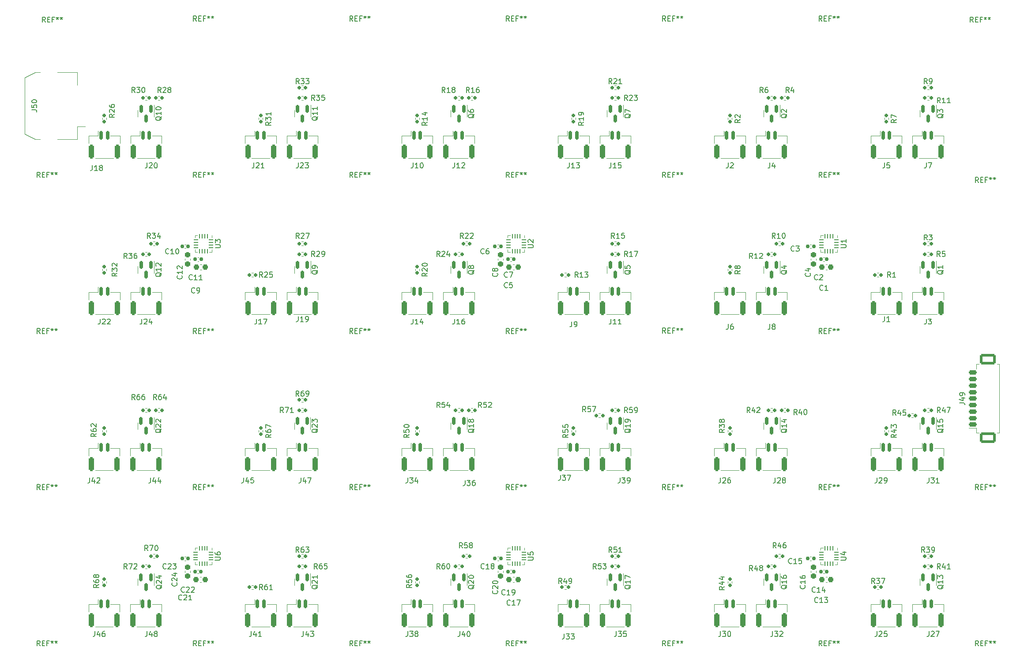
<source format=gto>
G04 #@! TF.GenerationSoftware,KiCad,Pcbnew,(6.0.7-1)-1*
G04 #@! TF.CreationDate,2023-08-08T09:05:01+02:00*
G04 #@! TF.ProjectId,BD-SMD_PD,42442d53-4d44-45f5-9044-2e6b69636164,rev?*
G04 #@! TF.SameCoordinates,Original*
G04 #@! TF.FileFunction,Legend,Top*
G04 #@! TF.FilePolarity,Positive*
%FSLAX46Y46*%
G04 Gerber Fmt 4.6, Leading zero omitted, Abs format (unit mm)*
G04 Created by KiCad (PCBNEW (6.0.7-1)-1) date 2023-08-08 09:05:01*
%MOMM*%
%LPD*%
G01*
G04 APERTURE LIST*
G04 Aperture macros list*
%AMRoundRect*
0 Rectangle with rounded corners*
0 $1 Rounding radius*
0 $2 $3 $4 $5 $6 $7 $8 $9 X,Y pos of 4 corners*
0 Add a 4 corners polygon primitive as box body*
4,1,4,$2,$3,$4,$5,$6,$7,$8,$9,$2,$3,0*
0 Add four circle primitives for the rounded corners*
1,1,$1+$1,$2,$3*
1,1,$1+$1,$4,$5*
1,1,$1+$1,$6,$7*
1,1,$1+$1,$8,$9*
0 Add four rect primitives between the rounded corners*
20,1,$1+$1,$2,$3,$4,$5,0*
20,1,$1+$1,$4,$5,$6,$7,0*
20,1,$1+$1,$6,$7,$8,$9,0*
20,1,$1+$1,$8,$9,$2,$3,0*%
G04 Aperture macros list end*
%ADD10C,0.150000*%
%ADD11C,0.120000*%
%ADD12C,6.400000*%
%ADD13RoundRect,0.150000X-0.150000X-0.700000X0.150000X-0.700000X0.150000X0.700000X-0.150000X0.700000X0*%
%ADD14RoundRect,0.250000X-0.250000X-1.100000X0.250000X-1.100000X0.250000X1.100000X-0.250000X1.100000X0*%
%ADD15RoundRect,0.160000X0.197500X0.160000X-0.197500X0.160000X-0.197500X-0.160000X0.197500X-0.160000X0*%
%ADD16RoundRect,0.150000X-0.150000X0.587500X-0.150000X-0.587500X0.150000X-0.587500X0.150000X0.587500X0*%
%ADD17RoundRect,0.160000X-0.160000X0.197500X-0.160000X-0.197500X0.160000X-0.197500X0.160000X0.197500X0*%
%ADD18RoundRect,0.160000X-0.197500X-0.160000X0.197500X-0.160000X0.197500X0.160000X-0.197500X0.160000X0*%
%ADD19RoundRect,0.155000X0.212500X0.155000X-0.212500X0.155000X-0.212500X-0.155000X0.212500X-0.155000X0*%
%ADD20RoundRect,0.062500X-0.062500X0.355000X-0.062500X-0.355000X0.062500X-0.355000X0.062500X0.355000X0*%
%ADD21RoundRect,0.062500X-0.355000X0.062500X-0.355000X-0.062500X0.355000X-0.062500X0.355000X0.062500X0*%
%ADD22R,1.680000X1.680000*%
%ADD23RoundRect,0.237500X0.300000X0.237500X-0.300000X0.237500X-0.300000X-0.237500X0.300000X-0.237500X0*%
%ADD24RoundRect,0.237500X-0.237500X0.300000X-0.237500X-0.300000X0.237500X-0.300000X0.237500X0.300000X0*%
%ADD25R,2.920000X1.270000*%
%ADD26C,2.710000*%
%ADD27RoundRect,0.200000X0.600000X-0.200000X0.600000X0.200000X-0.600000X0.200000X-0.600000X-0.200000X0*%
%ADD28RoundRect,0.250001X1.249999X-0.799999X1.249999X0.799999X-1.249999X0.799999X-1.249999X-0.799999X0*%
G04 APERTURE END LIST*
D10*
X238615666Y-97867380D02*
X238282333Y-97391190D01*
X238044238Y-97867380D02*
X238044238Y-96867380D01*
X238425190Y-96867380D01*
X238520428Y-96915000D01*
X238568047Y-96962619D01*
X238615666Y-97057857D01*
X238615666Y-97200714D01*
X238568047Y-97295952D01*
X238520428Y-97343571D01*
X238425190Y-97391190D01*
X238044238Y-97391190D01*
X239044238Y-97343571D02*
X239377571Y-97343571D01*
X239520428Y-97867380D02*
X239044238Y-97867380D01*
X239044238Y-96867380D01*
X239520428Y-96867380D01*
X240282333Y-97343571D02*
X239949000Y-97343571D01*
X239949000Y-97867380D02*
X239949000Y-96867380D01*
X240425190Y-96867380D01*
X240949000Y-96867380D02*
X240949000Y-97105476D01*
X240710904Y-97010238D02*
X240949000Y-97105476D01*
X241187095Y-97010238D01*
X240806142Y-97295952D02*
X240949000Y-97105476D01*
X241091857Y-97295952D01*
X241710904Y-96867380D02*
X241710904Y-97105476D01*
X241472809Y-97010238D02*
X241710904Y-97105476D01*
X241949000Y-97010238D01*
X241568047Y-97295952D02*
X241710904Y-97105476D01*
X241853761Y-97295952D01*
X128139476Y-155567380D02*
X128139476Y-156281666D01*
X128091857Y-156424523D01*
X127996619Y-156519761D01*
X127853761Y-156567380D01*
X127758523Y-156567380D01*
X129044238Y-155900714D02*
X129044238Y-156567380D01*
X128806142Y-155519761D02*
X128568047Y-156234047D01*
X129187095Y-156234047D01*
X129520428Y-155662619D02*
X129568047Y-155615000D01*
X129663285Y-155567380D01*
X129901380Y-155567380D01*
X129996619Y-155615000D01*
X130044238Y-155662619D01*
X130091857Y-155757857D01*
X130091857Y-155853095D01*
X130044238Y-155995952D01*
X129472809Y-156567380D01*
X130091857Y-156567380D01*
X135306142Y-113447380D02*
X134972809Y-112971190D01*
X134734714Y-113447380D02*
X134734714Y-112447380D01*
X135115666Y-112447380D01*
X135210904Y-112495000D01*
X135258523Y-112542619D01*
X135306142Y-112637857D01*
X135306142Y-112780714D01*
X135258523Y-112875952D01*
X135210904Y-112923571D01*
X135115666Y-112971190D01*
X134734714Y-112971190D01*
X135639476Y-112447380D02*
X136258523Y-112447380D01*
X135925190Y-112828333D01*
X136068047Y-112828333D01*
X136163285Y-112875952D01*
X136210904Y-112923571D01*
X136258523Y-113018809D01*
X136258523Y-113256904D01*
X136210904Y-113352142D01*
X136163285Y-113399761D01*
X136068047Y-113447380D01*
X135782333Y-113447380D01*
X135687095Y-113399761D01*
X135639476Y-113352142D01*
X137115666Y-112447380D02*
X136925190Y-112447380D01*
X136829952Y-112495000D01*
X136782333Y-112542619D01*
X136687095Y-112685476D01*
X136639476Y-112875952D01*
X136639476Y-113256904D01*
X136687095Y-113352142D01*
X136734714Y-113399761D01*
X136829952Y-113447380D01*
X137020428Y-113447380D01*
X137115666Y-113399761D01*
X137163285Y-113352142D01*
X137210904Y-113256904D01*
X137210904Y-113018809D01*
X137163285Y-112923571D01*
X137115666Y-112875952D01*
X137020428Y-112828333D01*
X136829952Y-112828333D01*
X136734714Y-112875952D01*
X136687095Y-112923571D01*
X136639476Y-113018809D01*
X139139476Y-185067380D02*
X139139476Y-185781666D01*
X139091857Y-185924523D01*
X138996619Y-186019761D01*
X138853761Y-186067380D01*
X138758523Y-186067380D01*
X140044238Y-185400714D02*
X140044238Y-186067380D01*
X139806142Y-185019761D02*
X139568047Y-185734047D01*
X140187095Y-185734047D01*
X140710904Y-185495952D02*
X140615666Y-185448333D01*
X140568047Y-185400714D01*
X140520428Y-185305476D01*
X140520428Y-185257857D01*
X140568047Y-185162619D01*
X140615666Y-185115000D01*
X140710904Y-185067380D01*
X140901380Y-185067380D01*
X140996619Y-185115000D01*
X141044238Y-185162619D01*
X141091857Y-185257857D01*
X141091857Y-185305476D01*
X141044238Y-185400714D01*
X140996619Y-185448333D01*
X140901380Y-185495952D01*
X140710904Y-185495952D01*
X140615666Y-185543571D01*
X140568047Y-185591190D01*
X140520428Y-185686428D01*
X140520428Y-185876904D01*
X140568047Y-185972142D01*
X140615666Y-186019761D01*
X140710904Y-186067380D01*
X140901380Y-186067380D01*
X140996619Y-186019761D01*
X141044238Y-185972142D01*
X141091857Y-185876904D01*
X141091857Y-185686428D01*
X141044238Y-185591190D01*
X140996619Y-185543571D01*
X140901380Y-185495952D01*
X189139476Y-185067380D02*
X189139476Y-185781666D01*
X189091857Y-185924523D01*
X188996619Y-186019761D01*
X188853761Y-186067380D01*
X188758523Y-186067380D01*
X189520428Y-185067380D02*
X190139476Y-185067380D01*
X189806142Y-185448333D01*
X189949000Y-185448333D01*
X190044238Y-185495952D01*
X190091857Y-185543571D01*
X190139476Y-185638809D01*
X190139476Y-185876904D01*
X190091857Y-185972142D01*
X190044238Y-186019761D01*
X189949000Y-186067380D01*
X189663285Y-186067380D01*
X189568047Y-186019761D01*
X189520428Y-185972142D01*
X190710904Y-185495952D02*
X190615666Y-185448333D01*
X190568047Y-185400714D01*
X190520428Y-185305476D01*
X190520428Y-185257857D01*
X190568047Y-185162619D01*
X190615666Y-185115000D01*
X190710904Y-185067380D01*
X190901380Y-185067380D01*
X190996619Y-185115000D01*
X191044238Y-185162619D01*
X191091857Y-185257857D01*
X191091857Y-185305476D01*
X191044238Y-185400714D01*
X190996619Y-185448333D01*
X190901380Y-185495952D01*
X190710904Y-185495952D01*
X190615666Y-185543571D01*
X190568047Y-185591190D01*
X190520428Y-185686428D01*
X190520428Y-185876904D01*
X190568047Y-185972142D01*
X190615666Y-186019761D01*
X190710904Y-186067380D01*
X190901380Y-186067380D01*
X190996619Y-186019761D01*
X191044238Y-185972142D01*
X191091857Y-185876904D01*
X191091857Y-185686428D01*
X191044238Y-185591190D01*
X190996619Y-185543571D01*
X190901380Y-185495952D01*
X171877127Y-176186428D02*
X171829508Y-176281666D01*
X171734269Y-176376904D01*
X171591412Y-176519761D01*
X171543793Y-176615000D01*
X171543793Y-176710238D01*
X171781888Y-176662619D02*
X171734269Y-176757857D01*
X171639031Y-176853095D01*
X171448555Y-176900714D01*
X171115222Y-176900714D01*
X170924746Y-176853095D01*
X170829508Y-176757857D01*
X170781888Y-176662619D01*
X170781888Y-176472142D01*
X170829508Y-176376904D01*
X170924746Y-176281666D01*
X171115222Y-176234047D01*
X171448555Y-176234047D01*
X171639031Y-176281666D01*
X171734269Y-176376904D01*
X171781888Y-176472142D01*
X171781888Y-176662619D01*
X170877127Y-175853095D02*
X170829508Y-175805476D01*
X170781888Y-175710238D01*
X170781888Y-175472142D01*
X170829508Y-175376904D01*
X170877127Y-175329285D01*
X170972365Y-175281666D01*
X171067603Y-175281666D01*
X171210460Y-175329285D01*
X171781888Y-175900714D01*
X171781888Y-175281666D01*
X171781888Y-174329285D02*
X171781888Y-174900714D01*
X171781888Y-174615000D02*
X170781888Y-174615000D01*
X170924746Y-174710238D01*
X171019984Y-174805476D01*
X171067603Y-174900714D01*
X148615666Y-127867380D02*
X148282333Y-127391190D01*
X148044238Y-127867380D02*
X148044238Y-126867380D01*
X148425190Y-126867380D01*
X148520428Y-126915000D01*
X148568047Y-126962619D01*
X148615666Y-127057857D01*
X148615666Y-127200714D01*
X148568047Y-127295952D01*
X148520428Y-127343571D01*
X148425190Y-127391190D01*
X148044238Y-127391190D01*
X149044238Y-127343571D02*
X149377571Y-127343571D01*
X149520428Y-127867380D02*
X149044238Y-127867380D01*
X149044238Y-126867380D01*
X149520428Y-126867380D01*
X150282333Y-127343571D02*
X149949000Y-127343571D01*
X149949000Y-127867380D02*
X149949000Y-126867380D01*
X150425190Y-126867380D01*
X150949000Y-126867380D02*
X150949000Y-127105476D01*
X150710904Y-127010238D02*
X150949000Y-127105476D01*
X151187095Y-127010238D01*
X150806142Y-127295952D02*
X150949000Y-127105476D01*
X151091857Y-127295952D01*
X151710904Y-126867380D02*
X151710904Y-127105476D01*
X151472809Y-127010238D02*
X151710904Y-127105476D01*
X151949000Y-127010238D01*
X151568047Y-127295952D02*
X151710904Y-127105476D01*
X151853761Y-127295952D01*
X148615666Y-157867380D02*
X148282333Y-157391190D01*
X148044238Y-157867380D02*
X148044238Y-156867380D01*
X148425190Y-156867380D01*
X148520428Y-156915000D01*
X148568047Y-156962619D01*
X148615666Y-157057857D01*
X148615666Y-157200714D01*
X148568047Y-157295952D01*
X148520428Y-157343571D01*
X148425190Y-157391190D01*
X148044238Y-157391190D01*
X149044238Y-157343571D02*
X149377571Y-157343571D01*
X149520428Y-157867380D02*
X149044238Y-157867380D01*
X149044238Y-156867380D01*
X149520428Y-156867380D01*
X150282333Y-157343571D02*
X149949000Y-157343571D01*
X149949000Y-157867380D02*
X149949000Y-156867380D01*
X150425190Y-156867380D01*
X150949000Y-156867380D02*
X150949000Y-157105476D01*
X150710904Y-157010238D02*
X150949000Y-157105476D01*
X151187095Y-157010238D01*
X150806142Y-157295952D02*
X150949000Y-157105476D01*
X151091857Y-157295952D01*
X151710904Y-156867380D02*
X151710904Y-157105476D01*
X151472809Y-157010238D02*
X151710904Y-157105476D01*
X151949000Y-157010238D01*
X151568047Y-157295952D02*
X151710904Y-157105476D01*
X151853761Y-157295952D01*
X231306142Y-143067380D02*
X230972809Y-142591190D01*
X230734714Y-143067380D02*
X230734714Y-142067380D01*
X231115666Y-142067380D01*
X231210904Y-142115000D01*
X231258523Y-142162619D01*
X231306142Y-142257857D01*
X231306142Y-142400714D01*
X231258523Y-142495952D01*
X231210904Y-142543571D01*
X231115666Y-142591190D01*
X230734714Y-142591190D01*
X232210904Y-142067380D02*
X231734714Y-142067380D01*
X231687095Y-142543571D01*
X231734714Y-142495952D01*
X231829952Y-142448333D01*
X232068047Y-142448333D01*
X232163285Y-142495952D01*
X232210904Y-142543571D01*
X232258523Y-142638809D01*
X232258523Y-142876904D01*
X232210904Y-142972142D01*
X232163285Y-143019761D01*
X232068047Y-143067380D01*
X231829952Y-143067380D01*
X231734714Y-143019761D01*
X231687095Y-142972142D01*
X232734714Y-143067380D02*
X232925190Y-143067380D01*
X233020428Y-143019761D01*
X233068047Y-142972142D01*
X233163285Y-142829285D01*
X233210904Y-142638809D01*
X233210904Y-142257857D01*
X233163285Y-142162619D01*
X233115666Y-142115000D01*
X233020428Y-142067380D01*
X232829952Y-142067380D01*
X232734714Y-142115000D01*
X232687095Y-142162619D01*
X232639476Y-142257857D01*
X232639476Y-142495952D01*
X232687095Y-142591190D01*
X232734714Y-142638809D01*
X232829952Y-142686428D01*
X233020428Y-142686428D01*
X233115666Y-142638809D01*
X233163285Y-142591190D01*
X233210904Y-142495952D01*
X229854476Y-155567380D02*
X229854476Y-156281666D01*
X229806857Y-156424523D01*
X229711619Y-156519761D01*
X229568761Y-156567380D01*
X229473523Y-156567380D01*
X230235428Y-155567380D02*
X230854476Y-155567380D01*
X230521142Y-155948333D01*
X230664000Y-155948333D01*
X230759238Y-155995952D01*
X230806857Y-156043571D01*
X230854476Y-156138809D01*
X230854476Y-156376904D01*
X230806857Y-156472142D01*
X230759238Y-156519761D01*
X230664000Y-156567380D01*
X230378285Y-156567380D01*
X230283047Y-156519761D01*
X230235428Y-156472142D01*
X231330666Y-156567380D02*
X231521142Y-156567380D01*
X231616380Y-156519761D01*
X231664000Y-156472142D01*
X231759238Y-156329285D01*
X231806857Y-156138809D01*
X231806857Y-155757857D01*
X231759238Y-155662619D01*
X231711619Y-155615000D01*
X231616380Y-155567380D01*
X231425904Y-155567380D01*
X231330666Y-155615000D01*
X231283047Y-155662619D01*
X231235428Y-155757857D01*
X231235428Y-155995952D01*
X231283047Y-156091190D01*
X231330666Y-156138809D01*
X231425904Y-156186428D01*
X231616380Y-156186428D01*
X231711619Y-156138809D01*
X231759238Y-156091190D01*
X231806857Y-155995952D01*
X268615666Y-157867380D02*
X268282333Y-157391190D01*
X268044238Y-157867380D02*
X268044238Y-156867380D01*
X268425190Y-156867380D01*
X268520428Y-156915000D01*
X268568047Y-156962619D01*
X268615666Y-157057857D01*
X268615666Y-157200714D01*
X268568047Y-157295952D01*
X268520428Y-157343571D01*
X268425190Y-157391190D01*
X268044238Y-157391190D01*
X269044238Y-157343571D02*
X269377571Y-157343571D01*
X269520428Y-157867380D02*
X269044238Y-157867380D01*
X269044238Y-156867380D01*
X269520428Y-156867380D01*
X270282333Y-157343571D02*
X269949000Y-157343571D01*
X269949000Y-157867380D02*
X269949000Y-156867380D01*
X270425190Y-156867380D01*
X270949000Y-156867380D02*
X270949000Y-157105476D01*
X270710904Y-157010238D02*
X270949000Y-157105476D01*
X271187095Y-157010238D01*
X270806142Y-157295952D02*
X270949000Y-157105476D01*
X271091857Y-157295952D01*
X271710904Y-156867380D02*
X271710904Y-157105476D01*
X271472809Y-157010238D02*
X271710904Y-157105476D01*
X271949000Y-157010238D01*
X271568047Y-157295952D02*
X271710904Y-157105476D01*
X271853761Y-157295952D01*
X141806142Y-81567380D02*
X141472809Y-81091190D01*
X141234714Y-81567380D02*
X141234714Y-80567380D01*
X141615666Y-80567380D01*
X141710904Y-80615000D01*
X141758523Y-80662619D01*
X141806142Y-80757857D01*
X141806142Y-80900714D01*
X141758523Y-80995952D01*
X141710904Y-81043571D01*
X141615666Y-81091190D01*
X141234714Y-81091190D01*
X142187095Y-80662619D02*
X142234714Y-80615000D01*
X142329952Y-80567380D01*
X142568047Y-80567380D01*
X142663285Y-80615000D01*
X142710904Y-80662619D01*
X142758523Y-80757857D01*
X142758523Y-80853095D01*
X142710904Y-80995952D01*
X142139476Y-81567380D01*
X142758523Y-81567380D01*
X143329952Y-80995952D02*
X143234714Y-80948333D01*
X143187095Y-80900714D01*
X143139476Y-80805476D01*
X143139476Y-80757857D01*
X143187095Y-80662619D01*
X143234714Y-80615000D01*
X143329952Y-80567380D01*
X143520428Y-80567380D01*
X143615666Y-80615000D01*
X143663285Y-80662619D01*
X143710904Y-80757857D01*
X143710904Y-80805476D01*
X143663285Y-80900714D01*
X143615666Y-80948333D01*
X143520428Y-80995952D01*
X143329952Y-80995952D01*
X143234714Y-81043571D01*
X143187095Y-81091190D01*
X143139476Y-81186428D01*
X143139476Y-81376904D01*
X143187095Y-81472142D01*
X143234714Y-81519761D01*
X143329952Y-81567380D01*
X143520428Y-81567380D01*
X143615666Y-81519761D01*
X143663285Y-81472142D01*
X143710904Y-81376904D01*
X143710904Y-81186428D01*
X143663285Y-81091190D01*
X143615666Y-81043571D01*
X143520428Y-80995952D01*
X171896619Y-86186428D02*
X171849000Y-86281666D01*
X171753761Y-86376904D01*
X171610904Y-86519761D01*
X171563285Y-86615000D01*
X171563285Y-86710238D01*
X171801380Y-86662619D02*
X171753761Y-86757857D01*
X171658523Y-86853095D01*
X171468047Y-86900714D01*
X171134714Y-86900714D01*
X170944238Y-86853095D01*
X170849000Y-86757857D01*
X170801380Y-86662619D01*
X170801380Y-86472142D01*
X170849000Y-86376904D01*
X170944238Y-86281666D01*
X171134714Y-86234047D01*
X171468047Y-86234047D01*
X171658523Y-86281666D01*
X171753761Y-86376904D01*
X171801380Y-86472142D01*
X171801380Y-86662619D01*
X171801380Y-85281666D02*
X171801380Y-85853095D01*
X171801380Y-85567380D02*
X170801380Y-85567380D01*
X170944238Y-85662619D01*
X171039476Y-85757857D01*
X171087095Y-85853095D01*
X171801380Y-84329285D02*
X171801380Y-84900714D01*
X171801380Y-84615000D02*
X170801380Y-84615000D01*
X170944238Y-84710238D01*
X171039476Y-84805476D01*
X171087095Y-84900714D01*
X208615666Y-157867380D02*
X208282333Y-157391190D01*
X208044238Y-157867380D02*
X208044238Y-156867380D01*
X208425190Y-156867380D01*
X208520428Y-156915000D01*
X208568047Y-156962619D01*
X208615666Y-157057857D01*
X208615666Y-157200714D01*
X208568047Y-157295952D01*
X208520428Y-157343571D01*
X208425190Y-157391190D01*
X208044238Y-157391190D01*
X209044238Y-157343571D02*
X209377571Y-157343571D01*
X209520428Y-157867380D02*
X209044238Y-157867380D01*
X209044238Y-156867380D01*
X209520428Y-156867380D01*
X210282333Y-157343571D02*
X209949000Y-157343571D01*
X209949000Y-157867380D02*
X209949000Y-156867380D01*
X210425190Y-156867380D01*
X210949000Y-156867380D02*
X210949000Y-157105476D01*
X210710904Y-157010238D02*
X210949000Y-157105476D01*
X211187095Y-157010238D01*
X210806142Y-157295952D02*
X210949000Y-157105476D01*
X211091857Y-157295952D01*
X211710904Y-156867380D02*
X211710904Y-157105476D01*
X211472809Y-157010238D02*
X211710904Y-157105476D01*
X211949000Y-157010238D01*
X211568047Y-157295952D02*
X211710904Y-157105476D01*
X211853761Y-157295952D01*
X192901380Y-87257857D02*
X192425190Y-87591190D01*
X192901380Y-87829285D02*
X191901380Y-87829285D01*
X191901380Y-87448333D01*
X191949000Y-87353095D01*
X191996619Y-87305476D01*
X192091857Y-87257857D01*
X192234714Y-87257857D01*
X192329952Y-87305476D01*
X192377571Y-87353095D01*
X192425190Y-87448333D01*
X192425190Y-87829285D01*
X192901380Y-86305476D02*
X192901380Y-86876904D01*
X192901380Y-86591190D02*
X191901380Y-86591190D01*
X192044238Y-86686428D01*
X192139476Y-86781666D01*
X192187095Y-86876904D01*
X192234714Y-85448333D02*
X192901380Y-85448333D01*
X191853761Y-85686428D02*
X192568047Y-85924523D01*
X192568047Y-85305476D01*
X198139476Y-125067380D02*
X198139476Y-125781666D01*
X198091857Y-125924523D01*
X197996619Y-126019761D01*
X197853761Y-126067380D01*
X197758523Y-126067380D01*
X199139476Y-126067380D02*
X198568047Y-126067380D01*
X198853761Y-126067380D02*
X198853761Y-125067380D01*
X198758523Y-125210238D01*
X198663285Y-125305476D01*
X198568047Y-125353095D01*
X199996619Y-125067380D02*
X199806142Y-125067380D01*
X199710904Y-125115000D01*
X199663285Y-125162619D01*
X199568047Y-125305476D01*
X199520428Y-125495952D01*
X199520428Y-125876904D01*
X199568047Y-125972142D01*
X199615666Y-126019761D01*
X199710904Y-126067380D01*
X199901380Y-126067380D01*
X199996619Y-126019761D01*
X200044238Y-125972142D01*
X200091857Y-125876904D01*
X200091857Y-125638809D01*
X200044238Y-125543571D01*
X199996619Y-125495952D01*
X199901380Y-125448333D01*
X199710904Y-125448333D01*
X199615666Y-125495952D01*
X199568047Y-125543571D01*
X199520428Y-125638809D01*
X157639476Y-155567380D02*
X157639476Y-156281666D01*
X157591857Y-156424523D01*
X157496619Y-156519761D01*
X157353761Y-156567380D01*
X157258523Y-156567380D01*
X158544238Y-155900714D02*
X158544238Y-156567380D01*
X158306142Y-155519761D02*
X158068047Y-156234047D01*
X158687095Y-156234047D01*
X159544238Y-155567380D02*
X159068047Y-155567380D01*
X159020428Y-156043571D01*
X159068047Y-155995952D01*
X159163285Y-155948333D01*
X159401380Y-155948333D01*
X159496619Y-155995952D01*
X159544238Y-156043571D01*
X159591857Y-156138809D01*
X159591857Y-156376904D01*
X159544238Y-156472142D01*
X159496619Y-156519761D01*
X159401380Y-156567380D01*
X159163285Y-156567380D01*
X159068047Y-156519761D01*
X159020428Y-156472142D01*
X178615666Y-157867380D02*
X178282333Y-157391190D01*
X178044238Y-157867380D02*
X178044238Y-156867380D01*
X178425190Y-156867380D01*
X178520428Y-156915000D01*
X178568047Y-156962619D01*
X178615666Y-157057857D01*
X178615666Y-157200714D01*
X178568047Y-157295952D01*
X178520428Y-157343571D01*
X178425190Y-157391190D01*
X178044238Y-157391190D01*
X179044238Y-157343571D02*
X179377571Y-157343571D01*
X179520428Y-157867380D02*
X179044238Y-157867380D01*
X179044238Y-156867380D01*
X179520428Y-156867380D01*
X180282333Y-157343571D02*
X179949000Y-157343571D01*
X179949000Y-157867380D02*
X179949000Y-156867380D01*
X180425190Y-156867380D01*
X180949000Y-156867380D02*
X180949000Y-157105476D01*
X180710904Y-157010238D02*
X180949000Y-157105476D01*
X181187095Y-157010238D01*
X180806142Y-157295952D02*
X180949000Y-157105476D01*
X181091857Y-157295952D01*
X181710904Y-156867380D02*
X181710904Y-157105476D01*
X181472809Y-157010238D02*
X181710904Y-157105476D01*
X181949000Y-157010238D01*
X181568047Y-157295952D02*
X181710904Y-157105476D01*
X181853761Y-157295952D01*
X297615666Y-68067380D02*
X297282333Y-67591190D01*
X297044238Y-68067380D02*
X297044238Y-67067380D01*
X297425190Y-67067380D01*
X297520428Y-67115000D01*
X297568047Y-67162619D01*
X297615666Y-67257857D01*
X297615666Y-67400714D01*
X297568047Y-67495952D01*
X297520428Y-67543571D01*
X297425190Y-67591190D01*
X297044238Y-67591190D01*
X298044238Y-67543571D02*
X298377571Y-67543571D01*
X298520428Y-68067380D02*
X298044238Y-68067380D01*
X298044238Y-67067380D01*
X298520428Y-67067380D01*
X299282333Y-67543571D02*
X298949000Y-67543571D01*
X298949000Y-68067380D02*
X298949000Y-67067380D01*
X299425190Y-67067380D01*
X299949000Y-67067380D02*
X299949000Y-67305476D01*
X299710904Y-67210238D02*
X299949000Y-67305476D01*
X300187095Y-67210238D01*
X299806142Y-67495952D02*
X299949000Y-67305476D01*
X300091857Y-67495952D01*
X300710904Y-67067380D02*
X300710904Y-67305476D01*
X300472809Y-67210238D02*
X300710904Y-67305476D01*
X300949000Y-67210238D01*
X300568047Y-67495952D02*
X300710904Y-67305476D01*
X300853761Y-67495952D01*
X148615666Y-97867380D02*
X148282333Y-97391190D01*
X148044238Y-97867380D02*
X148044238Y-96867380D01*
X148425190Y-96867380D01*
X148520428Y-96915000D01*
X148568047Y-96962619D01*
X148615666Y-97057857D01*
X148615666Y-97200714D01*
X148568047Y-97295952D01*
X148520428Y-97343571D01*
X148425190Y-97391190D01*
X148044238Y-97391190D01*
X149044238Y-97343571D02*
X149377571Y-97343571D01*
X149520428Y-97867380D02*
X149044238Y-97867380D01*
X149044238Y-96867380D01*
X149520428Y-96867380D01*
X150282333Y-97343571D02*
X149949000Y-97343571D01*
X149949000Y-97867380D02*
X149949000Y-96867380D01*
X150425190Y-96867380D01*
X150949000Y-96867380D02*
X150949000Y-97105476D01*
X150710904Y-97010238D02*
X150949000Y-97105476D01*
X151187095Y-97010238D01*
X150806142Y-97295952D02*
X150949000Y-97105476D01*
X151091857Y-97295952D01*
X151710904Y-96867380D02*
X151710904Y-97105476D01*
X151472809Y-97010238D02*
X151710904Y-97105476D01*
X151949000Y-97010238D01*
X151568047Y-97295952D02*
X151710904Y-97105476D01*
X151853761Y-97295952D01*
X196306142Y-81567380D02*
X195972809Y-81091190D01*
X195734714Y-81567380D02*
X195734714Y-80567380D01*
X196115666Y-80567380D01*
X196210904Y-80615000D01*
X196258523Y-80662619D01*
X196306142Y-80757857D01*
X196306142Y-80900714D01*
X196258523Y-80995952D01*
X196210904Y-81043571D01*
X196115666Y-81091190D01*
X195734714Y-81091190D01*
X197258523Y-81567380D02*
X196687095Y-81567380D01*
X196972809Y-81567380D02*
X196972809Y-80567380D01*
X196877571Y-80710238D01*
X196782333Y-80805476D01*
X196687095Y-80853095D01*
X197829952Y-80995952D02*
X197734714Y-80948333D01*
X197687095Y-80900714D01*
X197639476Y-80805476D01*
X197639476Y-80757857D01*
X197687095Y-80662619D01*
X197734714Y-80615000D01*
X197829952Y-80567380D01*
X198020428Y-80567380D01*
X198115666Y-80615000D01*
X198163285Y-80662619D01*
X198210904Y-80757857D01*
X198210904Y-80805476D01*
X198163285Y-80900714D01*
X198115666Y-80948333D01*
X198020428Y-80995952D01*
X197829952Y-80995952D01*
X197734714Y-81043571D01*
X197687095Y-81091190D01*
X197639476Y-81186428D01*
X197639476Y-81376904D01*
X197687095Y-81472142D01*
X197734714Y-81519761D01*
X197829952Y-81567380D01*
X198020428Y-81567380D01*
X198115666Y-81519761D01*
X198163285Y-81472142D01*
X198210904Y-81376904D01*
X198210904Y-81186428D01*
X198163285Y-81091190D01*
X198115666Y-81043571D01*
X198020428Y-80995952D01*
X282806142Y-143567380D02*
X282472809Y-143091190D01*
X282234714Y-143567380D02*
X282234714Y-142567380D01*
X282615666Y-142567380D01*
X282710904Y-142615000D01*
X282758523Y-142662619D01*
X282806142Y-142757857D01*
X282806142Y-142900714D01*
X282758523Y-142995952D01*
X282710904Y-143043571D01*
X282615666Y-143091190D01*
X282234714Y-143091190D01*
X283663285Y-142900714D02*
X283663285Y-143567380D01*
X283425190Y-142519761D02*
X283187095Y-143234047D01*
X283806142Y-143234047D01*
X284663285Y-142567380D02*
X284187095Y-142567380D01*
X284139476Y-143043571D01*
X284187095Y-142995952D01*
X284282333Y-142948333D01*
X284520428Y-142948333D01*
X284615666Y-142995952D01*
X284663285Y-143043571D01*
X284710904Y-143138809D01*
X284710904Y-143376904D01*
X284663285Y-143472142D01*
X284615666Y-143519761D01*
X284520428Y-143567380D01*
X284282333Y-143567380D01*
X284187095Y-143519761D01*
X284139476Y-143472142D01*
X147806142Y-117472142D02*
X147758523Y-117519761D01*
X147615666Y-117567380D01*
X147520428Y-117567380D01*
X147377571Y-117519761D01*
X147282333Y-117424523D01*
X147234714Y-117329285D01*
X147187095Y-117138809D01*
X147187095Y-116995952D01*
X147234714Y-116805476D01*
X147282333Y-116710238D01*
X147377571Y-116615000D01*
X147520428Y-116567380D01*
X147615666Y-116567380D01*
X147758523Y-116615000D01*
X147806142Y-116662619D01*
X148758523Y-117567380D02*
X148187095Y-117567380D01*
X148472809Y-117567380D02*
X148472809Y-116567380D01*
X148377571Y-116710238D01*
X148282333Y-116805476D01*
X148187095Y-116853095D01*
X149710904Y-117567380D02*
X149139476Y-117567380D01*
X149425190Y-117567380D02*
X149425190Y-116567380D01*
X149329952Y-116710238D01*
X149234714Y-116805476D01*
X149139476Y-116853095D01*
X171306142Y-113067380D02*
X170972809Y-112591190D01*
X170734714Y-113067380D02*
X170734714Y-112067380D01*
X171115666Y-112067380D01*
X171210904Y-112115000D01*
X171258523Y-112162619D01*
X171306142Y-112257857D01*
X171306142Y-112400714D01*
X171258523Y-112495952D01*
X171210904Y-112543571D01*
X171115666Y-112591190D01*
X170734714Y-112591190D01*
X171687095Y-112162619D02*
X171734714Y-112115000D01*
X171829952Y-112067380D01*
X172068047Y-112067380D01*
X172163285Y-112115000D01*
X172210904Y-112162619D01*
X172258523Y-112257857D01*
X172258523Y-112353095D01*
X172210904Y-112495952D01*
X171639476Y-113067380D01*
X172258523Y-113067380D01*
X172734714Y-113067380D02*
X172925190Y-113067380D01*
X173020428Y-113019761D01*
X173068047Y-112972142D01*
X173163285Y-112829285D01*
X173210904Y-112638809D01*
X173210904Y-112257857D01*
X173163285Y-112162619D01*
X173115666Y-112115000D01*
X173020428Y-112067380D01*
X172829952Y-112067380D01*
X172734714Y-112115000D01*
X172687095Y-112162619D01*
X172639476Y-112257857D01*
X172639476Y-112495952D01*
X172687095Y-112591190D01*
X172734714Y-112638809D01*
X172829952Y-112686428D01*
X173020428Y-112686428D01*
X173115666Y-112638809D01*
X173163285Y-112591190D01*
X173210904Y-112495952D01*
X280615666Y-95067380D02*
X280615666Y-95781666D01*
X280568047Y-95924523D01*
X280472809Y-96019761D01*
X280329952Y-96067380D01*
X280234714Y-96067380D01*
X281568047Y-95067380D02*
X281091857Y-95067380D01*
X281044238Y-95543571D01*
X281091857Y-95495952D01*
X281187095Y-95448333D01*
X281425190Y-95448333D01*
X281520428Y-95495952D01*
X281568047Y-95543571D01*
X281615666Y-95638809D01*
X281615666Y-95876904D01*
X281568047Y-95972142D01*
X281520428Y-96019761D01*
X281425190Y-96067380D01*
X281187095Y-96067380D01*
X281091857Y-96019761D01*
X281044238Y-95972142D01*
X288615666Y-125067380D02*
X288615666Y-125781666D01*
X288568047Y-125924523D01*
X288472809Y-126019761D01*
X288329952Y-126067380D01*
X288234714Y-126067380D01*
X288996619Y-125067380D02*
X289615666Y-125067380D01*
X289282333Y-125448333D01*
X289425190Y-125448333D01*
X289520428Y-125495952D01*
X289568047Y-125543571D01*
X289615666Y-125638809D01*
X289615666Y-125876904D01*
X289568047Y-125972142D01*
X289520428Y-126019761D01*
X289425190Y-126067380D01*
X289139476Y-126067380D01*
X289044238Y-126019761D01*
X288996619Y-125972142D01*
X220615666Y-125567380D02*
X220615666Y-126281666D01*
X220568047Y-126424523D01*
X220472809Y-126519761D01*
X220329952Y-126567380D01*
X220234714Y-126567380D01*
X221139476Y-126567380D02*
X221329952Y-126567380D01*
X221425190Y-126519761D01*
X221472809Y-126472142D01*
X221568047Y-126329285D01*
X221615666Y-126138809D01*
X221615666Y-125757857D01*
X221568047Y-125662619D01*
X221520428Y-125615000D01*
X221425190Y-125567380D01*
X221234714Y-125567380D01*
X221139476Y-125615000D01*
X221091857Y-125662619D01*
X221044238Y-125757857D01*
X221044238Y-125995952D01*
X221091857Y-126091190D01*
X221139476Y-126138809D01*
X221234714Y-126186428D01*
X221425190Y-126186428D01*
X221520428Y-126138809D01*
X221568047Y-126091190D01*
X221615666Y-125995952D01*
X118615666Y-127867380D02*
X118282333Y-127391190D01*
X118044238Y-127867380D02*
X118044238Y-126867380D01*
X118425190Y-126867380D01*
X118520428Y-126915000D01*
X118568047Y-126962619D01*
X118615666Y-127057857D01*
X118615666Y-127200714D01*
X118568047Y-127295952D01*
X118520428Y-127343571D01*
X118425190Y-127391190D01*
X118044238Y-127391190D01*
X119044238Y-127343571D02*
X119377571Y-127343571D01*
X119520428Y-127867380D02*
X119044238Y-127867380D01*
X119044238Y-126867380D01*
X119520428Y-126867380D01*
X120282333Y-127343571D02*
X119949000Y-127343571D01*
X119949000Y-127867380D02*
X119949000Y-126867380D01*
X120425190Y-126867380D01*
X120949000Y-126867380D02*
X120949000Y-127105476D01*
X120710904Y-127010238D02*
X120949000Y-127105476D01*
X121187095Y-127010238D01*
X120806142Y-127295952D02*
X120949000Y-127105476D01*
X121091857Y-127295952D01*
X121710904Y-126867380D02*
X121710904Y-127105476D01*
X121472809Y-127010238D02*
X121710904Y-127105476D01*
X121949000Y-127010238D01*
X121568047Y-127295952D02*
X121710904Y-127105476D01*
X121853761Y-127295952D01*
X259806142Y-169067380D02*
X259472809Y-168591190D01*
X259234714Y-169067380D02*
X259234714Y-168067380D01*
X259615666Y-168067380D01*
X259710904Y-168115000D01*
X259758523Y-168162619D01*
X259806142Y-168257857D01*
X259806142Y-168400714D01*
X259758523Y-168495952D01*
X259710904Y-168543571D01*
X259615666Y-168591190D01*
X259234714Y-168591190D01*
X260663285Y-168400714D02*
X260663285Y-169067380D01*
X260425190Y-168019761D02*
X260187095Y-168734047D01*
X260806142Y-168734047D01*
X261615666Y-168067380D02*
X261425190Y-168067380D01*
X261329952Y-168115000D01*
X261282333Y-168162619D01*
X261187095Y-168305476D01*
X261139476Y-168495952D01*
X261139476Y-168876904D01*
X261187095Y-168972142D01*
X261234714Y-169019761D01*
X261329952Y-169067380D01*
X261520428Y-169067380D01*
X261615666Y-169019761D01*
X261663285Y-168972142D01*
X261710904Y-168876904D01*
X261710904Y-168638809D01*
X261663285Y-168543571D01*
X261615666Y-168495952D01*
X261520428Y-168448333D01*
X261329952Y-168448333D01*
X261234714Y-168495952D01*
X261187095Y-168543571D01*
X261139476Y-168638809D01*
X168139476Y-95067380D02*
X168139476Y-95781666D01*
X168091857Y-95924523D01*
X167996619Y-96019761D01*
X167853761Y-96067380D01*
X167758523Y-96067380D01*
X168568047Y-95162619D02*
X168615666Y-95115000D01*
X168710904Y-95067380D01*
X168949000Y-95067380D01*
X169044238Y-95115000D01*
X169091857Y-95162619D01*
X169139476Y-95257857D01*
X169139476Y-95353095D01*
X169091857Y-95495952D01*
X168520428Y-96067380D01*
X169139476Y-96067380D01*
X169472809Y-95067380D02*
X170091857Y-95067380D01*
X169758523Y-95448333D01*
X169901380Y-95448333D01*
X169996619Y-95495952D01*
X170044238Y-95543571D01*
X170091857Y-95638809D01*
X170091857Y-95876904D01*
X170044238Y-95972142D01*
X169996619Y-96019761D01*
X169901380Y-96067380D01*
X169615666Y-96067380D01*
X169520428Y-96019761D01*
X169472809Y-95972142D01*
X203306142Y-142067380D02*
X202972809Y-141591190D01*
X202734714Y-142067380D02*
X202734714Y-141067380D01*
X203115666Y-141067380D01*
X203210904Y-141115000D01*
X203258523Y-141162619D01*
X203306142Y-141257857D01*
X203306142Y-141400714D01*
X203258523Y-141495952D01*
X203210904Y-141543571D01*
X203115666Y-141591190D01*
X202734714Y-141591190D01*
X204210904Y-141067380D02*
X203734714Y-141067380D01*
X203687095Y-141543571D01*
X203734714Y-141495952D01*
X203829952Y-141448333D01*
X204068047Y-141448333D01*
X204163285Y-141495952D01*
X204210904Y-141543571D01*
X204258523Y-141638809D01*
X204258523Y-141876904D01*
X204210904Y-141972142D01*
X204163285Y-142019761D01*
X204068047Y-142067380D01*
X203829952Y-142067380D01*
X203734714Y-142019761D01*
X203687095Y-141972142D01*
X204639476Y-141162619D02*
X204687095Y-141115000D01*
X204782333Y-141067380D01*
X205020428Y-141067380D01*
X205115666Y-141115000D01*
X205163285Y-141162619D01*
X205210904Y-141257857D01*
X205210904Y-141353095D01*
X205163285Y-141495952D01*
X204591857Y-142067380D01*
X205210904Y-142067380D01*
X249139476Y-155567380D02*
X249139476Y-156281666D01*
X249091857Y-156424523D01*
X248996619Y-156519761D01*
X248853761Y-156567380D01*
X248758523Y-156567380D01*
X249568047Y-155662619D02*
X249615666Y-155615000D01*
X249710904Y-155567380D01*
X249949000Y-155567380D01*
X250044238Y-155615000D01*
X250091857Y-155662619D01*
X250139476Y-155757857D01*
X250139476Y-155853095D01*
X250091857Y-155995952D01*
X249520428Y-156567380D01*
X250139476Y-156567380D01*
X250996619Y-155567380D02*
X250806142Y-155567380D01*
X250710904Y-155615000D01*
X250663285Y-155662619D01*
X250568047Y-155805476D01*
X250520428Y-155995952D01*
X250520428Y-156376904D01*
X250568047Y-156472142D01*
X250615666Y-156519761D01*
X250710904Y-156567380D01*
X250901380Y-156567380D01*
X250996619Y-156519761D01*
X251044238Y-156472142D01*
X251091857Y-156376904D01*
X251091857Y-156138809D01*
X251044238Y-156043571D01*
X250996619Y-155995952D01*
X250901380Y-155948333D01*
X250710904Y-155948333D01*
X250615666Y-155995952D01*
X250568047Y-156043571D01*
X250520428Y-156138809D01*
X278708642Y-175897380D02*
X278375309Y-175421190D01*
X278137214Y-175897380D02*
X278137214Y-174897380D01*
X278518166Y-174897380D01*
X278613404Y-174945000D01*
X278661023Y-174992619D01*
X278708642Y-175087857D01*
X278708642Y-175230714D01*
X278661023Y-175325952D01*
X278613404Y-175373571D01*
X278518166Y-175421190D01*
X278137214Y-175421190D01*
X279041976Y-174897380D02*
X279661023Y-174897380D01*
X279327690Y-175278333D01*
X279470547Y-175278333D01*
X279565785Y-175325952D01*
X279613404Y-175373571D01*
X279661023Y-175468809D01*
X279661023Y-175706904D01*
X279613404Y-175802142D01*
X279565785Y-175849761D01*
X279470547Y-175897380D01*
X279184833Y-175897380D01*
X279089595Y-175849761D01*
X279041976Y-175802142D01*
X279994357Y-174897380D02*
X280661023Y-174897380D01*
X280232452Y-175897380D01*
X168306142Y-109567380D02*
X167972809Y-109091190D01*
X167734714Y-109567380D02*
X167734714Y-108567380D01*
X168115666Y-108567380D01*
X168210904Y-108615000D01*
X168258523Y-108662619D01*
X168306142Y-108757857D01*
X168306142Y-108900714D01*
X168258523Y-108995952D01*
X168210904Y-109043571D01*
X168115666Y-109091190D01*
X167734714Y-109091190D01*
X168687095Y-108662619D02*
X168734714Y-108615000D01*
X168829952Y-108567380D01*
X169068047Y-108567380D01*
X169163285Y-108615000D01*
X169210904Y-108662619D01*
X169258523Y-108757857D01*
X169258523Y-108853095D01*
X169210904Y-108995952D01*
X168639476Y-109567380D01*
X169258523Y-109567380D01*
X169591857Y-108567380D02*
X170258523Y-108567380D01*
X169829952Y-109567380D01*
X208615666Y-67867380D02*
X208282333Y-67391190D01*
X208044238Y-67867380D02*
X208044238Y-66867380D01*
X208425190Y-66867380D01*
X208520428Y-66915000D01*
X208568047Y-66962619D01*
X208615666Y-67057857D01*
X208615666Y-67200714D01*
X208568047Y-67295952D01*
X208520428Y-67343571D01*
X208425190Y-67391190D01*
X208044238Y-67391190D01*
X209044238Y-67343571D02*
X209377571Y-67343571D01*
X209520428Y-67867380D02*
X209044238Y-67867380D01*
X209044238Y-66867380D01*
X209520428Y-66867380D01*
X210282333Y-67343571D02*
X209949000Y-67343571D01*
X209949000Y-67867380D02*
X209949000Y-66867380D01*
X210425190Y-66867380D01*
X210949000Y-66867380D02*
X210949000Y-67105476D01*
X210710904Y-67010238D02*
X210949000Y-67105476D01*
X211187095Y-67010238D01*
X210806142Y-67295952D02*
X210949000Y-67105476D01*
X211091857Y-67295952D01*
X211710904Y-66867380D02*
X211710904Y-67105476D01*
X211472809Y-67010238D02*
X211710904Y-67105476D01*
X211949000Y-67010238D01*
X211568047Y-67295952D02*
X211710904Y-67105476D01*
X211853761Y-67295952D01*
X291896619Y-176186428D02*
X291849000Y-176281666D01*
X291753761Y-176376904D01*
X291610904Y-176519761D01*
X291563285Y-176615000D01*
X291563285Y-176710238D01*
X291801380Y-176662619D02*
X291753761Y-176757857D01*
X291658523Y-176853095D01*
X291468047Y-176900714D01*
X291134714Y-176900714D01*
X290944238Y-176853095D01*
X290849000Y-176757857D01*
X290801380Y-176662619D01*
X290801380Y-176472142D01*
X290849000Y-176376904D01*
X290944238Y-176281666D01*
X291134714Y-176234047D01*
X291468047Y-176234047D01*
X291658523Y-176281666D01*
X291753761Y-176376904D01*
X291801380Y-176472142D01*
X291801380Y-176662619D01*
X291801380Y-175281666D02*
X291801380Y-175853095D01*
X291801380Y-175567380D02*
X290801380Y-175567380D01*
X290944238Y-175662619D01*
X291039476Y-175757857D01*
X291087095Y-175853095D01*
X290801380Y-174948333D02*
X290801380Y-174329285D01*
X291182333Y-174662619D01*
X291182333Y-174519761D01*
X291229952Y-174424523D01*
X291277571Y-174376904D01*
X291372809Y-174329285D01*
X291610904Y-174329285D01*
X291706142Y-174376904D01*
X291753761Y-174424523D01*
X291801380Y-174519761D01*
X291801380Y-174805476D01*
X291753761Y-174900714D01*
X291706142Y-174948333D01*
X249139476Y-185067380D02*
X249139476Y-185781666D01*
X249091857Y-185924523D01*
X248996619Y-186019761D01*
X248853761Y-186067380D01*
X248758523Y-186067380D01*
X249520428Y-185067380D02*
X250139476Y-185067380D01*
X249806142Y-185448333D01*
X249949000Y-185448333D01*
X250044238Y-185495952D01*
X250091857Y-185543571D01*
X250139476Y-185638809D01*
X250139476Y-185876904D01*
X250091857Y-185972142D01*
X250044238Y-186019761D01*
X249949000Y-186067380D01*
X249663285Y-186067380D01*
X249568047Y-186019761D01*
X249520428Y-185972142D01*
X250758523Y-185067380D02*
X250853761Y-185067380D01*
X250949000Y-185115000D01*
X250996619Y-185162619D01*
X251044238Y-185257857D01*
X251091857Y-185448333D01*
X251091857Y-185686428D01*
X251044238Y-185876904D01*
X250996619Y-185972142D01*
X250949000Y-186019761D01*
X250853761Y-186067380D01*
X250758523Y-186067380D01*
X250663285Y-186019761D01*
X250615666Y-185972142D01*
X250568047Y-185876904D01*
X250520428Y-185686428D01*
X250520428Y-185448333D01*
X250568047Y-185257857D01*
X250615666Y-185162619D01*
X250663285Y-185115000D01*
X250758523Y-185067380D01*
X152201888Y-171376904D02*
X153011412Y-171376904D01*
X153106650Y-171329285D01*
X153154269Y-171281666D01*
X153201888Y-171186428D01*
X153201888Y-170995952D01*
X153154269Y-170900714D01*
X153106650Y-170853095D01*
X153011412Y-170805476D01*
X152201888Y-170805476D01*
X152201888Y-169900714D02*
X152201888Y-170091190D01*
X152249508Y-170186428D01*
X152297127Y-170234047D01*
X152439984Y-170329285D01*
X152630460Y-170376904D01*
X153011412Y-170376904D01*
X153106650Y-170329285D01*
X153154269Y-170281666D01*
X153201888Y-170186428D01*
X153201888Y-169995952D01*
X153154269Y-169900714D01*
X153106650Y-169853095D01*
X153011412Y-169805476D01*
X152773317Y-169805476D01*
X152678079Y-169853095D01*
X152630460Y-169900714D01*
X152582841Y-169995952D01*
X152582841Y-170186428D01*
X152630460Y-170281666D01*
X152678079Y-170329285D01*
X152773317Y-170376904D01*
X229139476Y-185067380D02*
X229139476Y-185781666D01*
X229091857Y-185924523D01*
X228996619Y-186019761D01*
X228853761Y-186067380D01*
X228758523Y-186067380D01*
X229520428Y-185067380D02*
X230139476Y-185067380D01*
X229806142Y-185448333D01*
X229949000Y-185448333D01*
X230044238Y-185495952D01*
X230091857Y-185543571D01*
X230139476Y-185638809D01*
X230139476Y-185876904D01*
X230091857Y-185972142D01*
X230044238Y-186019761D01*
X229949000Y-186067380D01*
X229663285Y-186067380D01*
X229568047Y-186019761D01*
X229520428Y-185972142D01*
X231044238Y-185067380D02*
X230568047Y-185067380D01*
X230520428Y-185543571D01*
X230568047Y-185495952D01*
X230663285Y-185448333D01*
X230901380Y-185448333D01*
X230996619Y-185495952D01*
X231044238Y-185543571D01*
X231091857Y-185638809D01*
X231091857Y-185876904D01*
X231044238Y-185972142D01*
X230996619Y-186019761D01*
X230901380Y-186067380D01*
X230663285Y-186067380D01*
X230568047Y-186019761D01*
X230520428Y-185972142D01*
X140954271Y-140567380D02*
X140620938Y-140091190D01*
X140382843Y-140567380D02*
X140382843Y-139567380D01*
X140763795Y-139567380D01*
X140859033Y-139615000D01*
X140906652Y-139662619D01*
X140954271Y-139757857D01*
X140954271Y-139900714D01*
X140906652Y-139995952D01*
X140859033Y-140043571D01*
X140763795Y-140091190D01*
X140382843Y-140091190D01*
X141811414Y-139567380D02*
X141620938Y-139567380D01*
X141525700Y-139615000D01*
X141478081Y-139662619D01*
X141382843Y-139805476D01*
X141335224Y-139995952D01*
X141335224Y-140376904D01*
X141382843Y-140472142D01*
X141430462Y-140519761D01*
X141525700Y-140567380D01*
X141716176Y-140567380D01*
X141811414Y-140519761D01*
X141859033Y-140472142D01*
X141906652Y-140376904D01*
X141906652Y-140138809D01*
X141859033Y-140043571D01*
X141811414Y-139995952D01*
X141716176Y-139948333D01*
X141525700Y-139948333D01*
X141430462Y-139995952D01*
X141382843Y-140043571D01*
X141335224Y-140138809D01*
X142763795Y-139900714D02*
X142763795Y-140567380D01*
X142525700Y-139519761D02*
X142287605Y-140234047D01*
X142906652Y-140234047D01*
X129901380Y-176090236D02*
X129425190Y-176423569D01*
X129901380Y-176661664D02*
X128901380Y-176661664D01*
X128901380Y-176280712D01*
X128949000Y-176185474D01*
X128996619Y-176137855D01*
X129091857Y-176090236D01*
X129234714Y-176090236D01*
X129329952Y-176137855D01*
X129377571Y-176185474D01*
X129425190Y-176280712D01*
X129425190Y-176661664D01*
X128901380Y-175233093D02*
X128901380Y-175423569D01*
X128949000Y-175518807D01*
X128996619Y-175566426D01*
X129139476Y-175661664D01*
X129329952Y-175709283D01*
X129710904Y-175709283D01*
X129806142Y-175661664D01*
X129853761Y-175614045D01*
X129901380Y-175518807D01*
X129901380Y-175328331D01*
X129853761Y-175233093D01*
X129806142Y-175185474D01*
X129710904Y-175137855D01*
X129472809Y-175137855D01*
X129377571Y-175185474D01*
X129329952Y-175233093D01*
X129282333Y-175328331D01*
X129282333Y-175518807D01*
X129329952Y-175614045D01*
X129377571Y-175661664D01*
X129472809Y-175709283D01*
X129329952Y-174566426D02*
X129282333Y-174661664D01*
X129234714Y-174709283D01*
X129139476Y-174756902D01*
X129091857Y-174756902D01*
X128996619Y-174709283D01*
X128949000Y-174661664D01*
X128901380Y-174566426D01*
X128901380Y-174375950D01*
X128949000Y-174280712D01*
X128996619Y-174233093D01*
X129091857Y-174185474D01*
X129139476Y-174185474D01*
X129234714Y-174233093D01*
X129282333Y-174280712D01*
X129329952Y-174375950D01*
X129329952Y-174566426D01*
X129377571Y-174661664D01*
X129425190Y-174709283D01*
X129520428Y-174756902D01*
X129710904Y-174756902D01*
X129806142Y-174709283D01*
X129853761Y-174661664D01*
X129901380Y-174566426D01*
X129901380Y-174375950D01*
X129853761Y-174280712D01*
X129806142Y-174233093D01*
X129710904Y-174185474D01*
X129520428Y-174185474D01*
X129425190Y-174233093D01*
X129377571Y-174280712D01*
X129329952Y-174375950D01*
X136806142Y-140567380D02*
X136472809Y-140091190D01*
X136234714Y-140567380D02*
X136234714Y-139567380D01*
X136615666Y-139567380D01*
X136710904Y-139615000D01*
X136758523Y-139662619D01*
X136806142Y-139757857D01*
X136806142Y-139900714D01*
X136758523Y-139995952D01*
X136710904Y-140043571D01*
X136615666Y-140091190D01*
X136234714Y-140091190D01*
X137663285Y-139567380D02*
X137472809Y-139567380D01*
X137377571Y-139615000D01*
X137329952Y-139662619D01*
X137234714Y-139805476D01*
X137187095Y-139995952D01*
X137187095Y-140376904D01*
X137234714Y-140472142D01*
X137282333Y-140519761D01*
X137377571Y-140567380D01*
X137568047Y-140567380D01*
X137663285Y-140519761D01*
X137710904Y-140472142D01*
X137758523Y-140376904D01*
X137758523Y-140138809D01*
X137710904Y-140043571D01*
X137663285Y-139995952D01*
X137568047Y-139948333D01*
X137377571Y-139948333D01*
X137282333Y-139995952D01*
X137234714Y-140043571D01*
X137187095Y-140138809D01*
X138615666Y-139567380D02*
X138425190Y-139567380D01*
X138329952Y-139615000D01*
X138282333Y-139662619D01*
X138187095Y-139805476D01*
X138139476Y-139995952D01*
X138139476Y-140376904D01*
X138187095Y-140472142D01*
X138234714Y-140519761D01*
X138329952Y-140567380D01*
X138520428Y-140567380D01*
X138615666Y-140519761D01*
X138663285Y-140472142D01*
X138710904Y-140376904D01*
X138710904Y-140138809D01*
X138663285Y-140043571D01*
X138615666Y-139995952D01*
X138520428Y-139948333D01*
X138329952Y-139948333D01*
X138234714Y-139995952D01*
X138187095Y-140043571D01*
X138139476Y-140138809D01*
X190139476Y-125067380D02*
X190139476Y-125781666D01*
X190091857Y-125924523D01*
X189996619Y-126019761D01*
X189853761Y-126067380D01*
X189758523Y-126067380D01*
X191139476Y-126067380D02*
X190568047Y-126067380D01*
X190853761Y-126067380D02*
X190853761Y-125067380D01*
X190758523Y-125210238D01*
X190663285Y-125305476D01*
X190568047Y-125353095D01*
X191996619Y-125400714D02*
X191996619Y-126067380D01*
X191758523Y-125019761D02*
X191520428Y-125734047D01*
X192139476Y-125734047D01*
X262282333Y-81567380D02*
X261949000Y-81091190D01*
X261710904Y-81567380D02*
X261710904Y-80567380D01*
X262091857Y-80567380D01*
X262187095Y-80615000D01*
X262234714Y-80662619D01*
X262282333Y-80757857D01*
X262282333Y-80900714D01*
X262234714Y-80995952D01*
X262187095Y-81043571D01*
X262091857Y-81091190D01*
X261710904Y-81091190D01*
X263139476Y-80900714D02*
X263139476Y-81567380D01*
X262901380Y-80519761D02*
X262663285Y-81234047D01*
X263282333Y-81234047D01*
X252901380Y-86781666D02*
X252425190Y-87115000D01*
X252901380Y-87353095D02*
X251901380Y-87353095D01*
X251901380Y-86972142D01*
X251949000Y-86876904D01*
X251996619Y-86829285D01*
X252091857Y-86781666D01*
X252234714Y-86781666D01*
X252329952Y-86829285D01*
X252377571Y-86876904D01*
X252425190Y-86972142D01*
X252425190Y-87353095D01*
X251996619Y-86400714D02*
X251949000Y-86353095D01*
X251901380Y-86257857D01*
X251901380Y-86019761D01*
X251949000Y-85924523D01*
X251996619Y-85876904D01*
X252091857Y-85829285D01*
X252187095Y-85829285D01*
X252329952Y-85876904D01*
X252901380Y-86448333D01*
X252901380Y-85829285D01*
X203782333Y-112472142D02*
X203734714Y-112519761D01*
X203591857Y-112567380D01*
X203496619Y-112567380D01*
X203353761Y-112519761D01*
X203258523Y-112424523D01*
X203210904Y-112329285D01*
X203163285Y-112138809D01*
X203163285Y-111995952D01*
X203210904Y-111805476D01*
X203258523Y-111710238D01*
X203353761Y-111615000D01*
X203496619Y-111567380D01*
X203591857Y-111567380D01*
X203734714Y-111615000D01*
X203782333Y-111662619D01*
X204639476Y-111567380D02*
X204449000Y-111567380D01*
X204353761Y-111615000D01*
X204306142Y-111662619D01*
X204210904Y-111805476D01*
X204163285Y-111995952D01*
X204163285Y-112376904D01*
X204210904Y-112472142D01*
X204258523Y-112519761D01*
X204353761Y-112567380D01*
X204544238Y-112567380D01*
X204639476Y-112519761D01*
X204687095Y-112472142D01*
X204734714Y-112376904D01*
X204734714Y-112138809D01*
X204687095Y-112043571D01*
X204639476Y-111995952D01*
X204544238Y-111948333D01*
X204353761Y-111948333D01*
X204258523Y-111995952D01*
X204210904Y-112043571D01*
X204163285Y-112138809D01*
X281782333Y-117067380D02*
X281449000Y-116591190D01*
X281210904Y-117067380D02*
X281210904Y-116067380D01*
X281591857Y-116067380D01*
X281687095Y-116115000D01*
X281734714Y-116162619D01*
X281782333Y-116257857D01*
X281782333Y-116400714D01*
X281734714Y-116495952D01*
X281687095Y-116543571D01*
X281591857Y-116591190D01*
X281210904Y-116591190D01*
X282734714Y-117067380D02*
X282163285Y-117067380D01*
X282449000Y-117067380D02*
X282449000Y-116067380D01*
X282353761Y-116210238D01*
X282258523Y-116305476D01*
X282163285Y-116353095D01*
X231306142Y-83067380D02*
X230972809Y-82591190D01*
X230734714Y-83067380D02*
X230734714Y-82067380D01*
X231115666Y-82067380D01*
X231210904Y-82115000D01*
X231258523Y-82162619D01*
X231306142Y-82257857D01*
X231306142Y-82400714D01*
X231258523Y-82495952D01*
X231210904Y-82543571D01*
X231115666Y-82591190D01*
X230734714Y-82591190D01*
X231687095Y-82162619D02*
X231734714Y-82115000D01*
X231829952Y-82067380D01*
X232068047Y-82067380D01*
X232163285Y-82115000D01*
X232210904Y-82162619D01*
X232258523Y-82257857D01*
X232258523Y-82353095D01*
X232210904Y-82495952D01*
X231639476Y-83067380D01*
X232258523Y-83067380D01*
X232591857Y-82067380D02*
X233210904Y-82067380D01*
X232877571Y-82448333D01*
X233020428Y-82448333D01*
X233115666Y-82495952D01*
X233163285Y-82543571D01*
X233210904Y-82638809D01*
X233210904Y-82876904D01*
X233163285Y-82972142D01*
X233115666Y-83019761D01*
X233020428Y-83067380D01*
X232734714Y-83067380D01*
X232639476Y-83019761D01*
X232591857Y-82972142D01*
X199806142Y-109567380D02*
X199472809Y-109091190D01*
X199234714Y-109567380D02*
X199234714Y-108567380D01*
X199615666Y-108567380D01*
X199710904Y-108615000D01*
X199758523Y-108662619D01*
X199806142Y-108757857D01*
X199806142Y-108900714D01*
X199758523Y-108995952D01*
X199710904Y-109043571D01*
X199615666Y-109091190D01*
X199234714Y-109091190D01*
X200187095Y-108662619D02*
X200234714Y-108615000D01*
X200329952Y-108567380D01*
X200568047Y-108567380D01*
X200663285Y-108615000D01*
X200710904Y-108662619D01*
X200758523Y-108757857D01*
X200758523Y-108853095D01*
X200710904Y-108995952D01*
X200139476Y-109567380D01*
X200758523Y-109567380D01*
X201139476Y-108662619D02*
X201187095Y-108615000D01*
X201282333Y-108567380D01*
X201520428Y-108567380D01*
X201615666Y-108615000D01*
X201663285Y-108662619D01*
X201710904Y-108757857D01*
X201710904Y-108853095D01*
X201663285Y-108995952D01*
X201091857Y-109567380D01*
X201710904Y-109567380D01*
X133401380Y-116257857D02*
X132925190Y-116591190D01*
X133401380Y-116829285D02*
X132401380Y-116829285D01*
X132401380Y-116448333D01*
X132449000Y-116353095D01*
X132496619Y-116305476D01*
X132591857Y-116257857D01*
X132734714Y-116257857D01*
X132829952Y-116305476D01*
X132877571Y-116353095D01*
X132925190Y-116448333D01*
X132925190Y-116829285D01*
X132401380Y-115924523D02*
X132401380Y-115305476D01*
X132782333Y-115638809D01*
X132782333Y-115495952D01*
X132829952Y-115400714D01*
X132877571Y-115353095D01*
X132972809Y-115305476D01*
X133210904Y-115305476D01*
X133306142Y-115353095D01*
X133353761Y-115400714D01*
X133401380Y-115495952D01*
X133401380Y-115781666D01*
X133353761Y-115876904D01*
X133306142Y-115924523D01*
X132496619Y-114924523D02*
X132449000Y-114876904D01*
X132401380Y-114781666D01*
X132401380Y-114543571D01*
X132449000Y-114448333D01*
X132496619Y-114400714D01*
X132591857Y-114353095D01*
X132687095Y-114353095D01*
X132829952Y-114400714D01*
X133401380Y-114972142D01*
X133401380Y-114353095D01*
X263282333Y-111972142D02*
X263234714Y-112019761D01*
X263091857Y-112067380D01*
X262996619Y-112067380D01*
X262853761Y-112019761D01*
X262758523Y-111924523D01*
X262710904Y-111829285D01*
X262663285Y-111638809D01*
X262663285Y-111495952D01*
X262710904Y-111305476D01*
X262758523Y-111210238D01*
X262853761Y-111115000D01*
X262996619Y-111067380D01*
X263091857Y-111067380D01*
X263234714Y-111115000D01*
X263282333Y-111162619D01*
X263615666Y-111067380D02*
X264234714Y-111067380D01*
X263901380Y-111448333D01*
X264044238Y-111448333D01*
X264139476Y-111495952D01*
X264187095Y-111543571D01*
X264234714Y-111638809D01*
X264234714Y-111876904D01*
X264187095Y-111972142D01*
X264139476Y-112019761D01*
X264044238Y-112067380D01*
X263758523Y-112067380D01*
X263663285Y-112019761D01*
X263615666Y-111972142D01*
X195306142Y-142067380D02*
X194972809Y-141591190D01*
X194734714Y-142067380D02*
X194734714Y-141067380D01*
X195115666Y-141067380D01*
X195210904Y-141115000D01*
X195258523Y-141162619D01*
X195306142Y-141257857D01*
X195306142Y-141400714D01*
X195258523Y-141495952D01*
X195210904Y-141543571D01*
X195115666Y-141591190D01*
X194734714Y-141591190D01*
X196210904Y-141067380D02*
X195734714Y-141067380D01*
X195687095Y-141543571D01*
X195734714Y-141495952D01*
X195829952Y-141448333D01*
X196068047Y-141448333D01*
X196163285Y-141495952D01*
X196210904Y-141543571D01*
X196258523Y-141638809D01*
X196258523Y-141876904D01*
X196210904Y-141972142D01*
X196163285Y-142019761D01*
X196068047Y-142067380D01*
X195829952Y-142067380D01*
X195734714Y-142019761D01*
X195687095Y-141972142D01*
X197115666Y-141400714D02*
X197115666Y-142067380D01*
X196877571Y-141019761D02*
X196639476Y-141734047D01*
X197258523Y-141734047D01*
X261896619Y-146186428D02*
X261849000Y-146281666D01*
X261753761Y-146376904D01*
X261610904Y-146519761D01*
X261563285Y-146615000D01*
X261563285Y-146710238D01*
X261801380Y-146662619D02*
X261753761Y-146757857D01*
X261658523Y-146853095D01*
X261468047Y-146900714D01*
X261134714Y-146900714D01*
X260944238Y-146853095D01*
X260849000Y-146757857D01*
X260801380Y-146662619D01*
X260801380Y-146472142D01*
X260849000Y-146376904D01*
X260944238Y-146281666D01*
X261134714Y-146234047D01*
X261468047Y-146234047D01*
X261658523Y-146281666D01*
X261753761Y-146376904D01*
X261801380Y-146472142D01*
X261801380Y-146662619D01*
X261801380Y-145281666D02*
X261801380Y-145853095D01*
X261801380Y-145567380D02*
X260801380Y-145567380D01*
X260944238Y-145662619D01*
X261039476Y-145757857D01*
X261087095Y-145853095D01*
X261134714Y-144424523D02*
X261801380Y-144424523D01*
X260753761Y-144662619D02*
X261468047Y-144900714D01*
X261468047Y-144281666D01*
X168139476Y-124567380D02*
X168139476Y-125281666D01*
X168091857Y-125424523D01*
X167996619Y-125519761D01*
X167853761Y-125567380D01*
X167758523Y-125567380D01*
X169139476Y-125567380D02*
X168568047Y-125567380D01*
X168853761Y-125567380D02*
X168853761Y-124567380D01*
X168758523Y-124710238D01*
X168663285Y-124805476D01*
X168568047Y-124853095D01*
X169615666Y-125567380D02*
X169806142Y-125567380D01*
X169901380Y-125519761D01*
X169949000Y-125472142D01*
X170044238Y-125329285D01*
X170091857Y-125138809D01*
X170091857Y-124757857D01*
X170044238Y-124662619D01*
X169996619Y-124615000D01*
X169901380Y-124567380D01*
X169710904Y-124567380D01*
X169615666Y-124615000D01*
X169568047Y-124662619D01*
X169520428Y-124757857D01*
X169520428Y-124995952D01*
X169568047Y-125091190D01*
X169615666Y-125138809D01*
X169710904Y-125186428D01*
X169901380Y-125186428D01*
X169996619Y-125138809D01*
X170044238Y-125091190D01*
X170091857Y-124995952D01*
X238615666Y-157867380D02*
X238282333Y-157391190D01*
X238044238Y-157867380D02*
X238044238Y-156867380D01*
X238425190Y-156867380D01*
X238520428Y-156915000D01*
X238568047Y-156962619D01*
X238615666Y-157057857D01*
X238615666Y-157200714D01*
X238568047Y-157295952D01*
X238520428Y-157343571D01*
X238425190Y-157391190D01*
X238044238Y-157391190D01*
X239044238Y-157343571D02*
X239377571Y-157343571D01*
X239520428Y-157867380D02*
X239044238Y-157867380D01*
X239044238Y-156867380D01*
X239520428Y-156867380D01*
X240282333Y-157343571D02*
X239949000Y-157343571D01*
X239949000Y-157867380D02*
X239949000Y-156867380D01*
X240425190Y-156867380D01*
X240949000Y-156867380D02*
X240949000Y-157105476D01*
X240710904Y-157010238D02*
X240949000Y-157105476D01*
X241187095Y-157010238D01*
X240806142Y-157295952D02*
X240949000Y-157105476D01*
X241091857Y-157295952D01*
X241710904Y-156867380D02*
X241710904Y-157105476D01*
X241472809Y-157010238D02*
X241710904Y-157105476D01*
X241949000Y-157010238D01*
X241568047Y-157295952D02*
X241710904Y-157105476D01*
X241853761Y-157295952D01*
X238615666Y-127796380D02*
X238282333Y-127320190D01*
X238044238Y-127796380D02*
X238044238Y-126796380D01*
X238425190Y-126796380D01*
X238520428Y-126844000D01*
X238568047Y-126891619D01*
X238615666Y-126986857D01*
X238615666Y-127129714D01*
X238568047Y-127224952D01*
X238520428Y-127272571D01*
X238425190Y-127320190D01*
X238044238Y-127320190D01*
X239044238Y-127272571D02*
X239377571Y-127272571D01*
X239520428Y-127796380D02*
X239044238Y-127796380D01*
X239044238Y-126796380D01*
X239520428Y-126796380D01*
X240282333Y-127272571D02*
X239949000Y-127272571D01*
X239949000Y-127796380D02*
X239949000Y-126796380D01*
X240425190Y-126796380D01*
X240949000Y-126796380D02*
X240949000Y-127034476D01*
X240710904Y-126939238D02*
X240949000Y-127034476D01*
X241187095Y-126939238D01*
X240806142Y-127224952D02*
X240949000Y-127034476D01*
X241091857Y-127224952D01*
X241710904Y-126796380D02*
X241710904Y-127034476D01*
X241472809Y-126939238D02*
X241710904Y-127034476D01*
X241949000Y-126939238D01*
X241568047Y-127224952D02*
X241710904Y-127034476D01*
X241853761Y-127224952D01*
X171806142Y-173067380D02*
X171472809Y-172591190D01*
X171234714Y-173067380D02*
X171234714Y-172067380D01*
X171615666Y-172067380D01*
X171710904Y-172115000D01*
X171758523Y-172162619D01*
X171806142Y-172257857D01*
X171806142Y-172400714D01*
X171758523Y-172495952D01*
X171710904Y-172543571D01*
X171615666Y-172591190D01*
X171234714Y-172591190D01*
X172663285Y-172067380D02*
X172472809Y-172067380D01*
X172377571Y-172115000D01*
X172329952Y-172162619D01*
X172234714Y-172305476D01*
X172187095Y-172495952D01*
X172187095Y-172876904D01*
X172234714Y-172972142D01*
X172282333Y-173019761D01*
X172377571Y-173067380D01*
X172568047Y-173067380D01*
X172663285Y-173019761D01*
X172710904Y-172972142D01*
X172758523Y-172876904D01*
X172758523Y-172638809D01*
X172710904Y-172543571D01*
X172663285Y-172495952D01*
X172568047Y-172448333D01*
X172377571Y-172448333D01*
X172282333Y-172495952D01*
X172234714Y-172543571D01*
X172187095Y-172638809D01*
X173663285Y-172067380D02*
X173187095Y-172067380D01*
X173139476Y-172543571D01*
X173187095Y-172495952D01*
X173282333Y-172448333D01*
X173520428Y-172448333D01*
X173615666Y-172495952D01*
X173663285Y-172543571D01*
X173710904Y-172638809D01*
X173710904Y-172876904D01*
X173663285Y-172972142D01*
X173615666Y-173019761D01*
X173520428Y-173067380D01*
X173282333Y-173067380D01*
X173187095Y-173019761D01*
X173139476Y-172972142D01*
X178615666Y-67867380D02*
X178282333Y-67391190D01*
X178044238Y-67867380D02*
X178044238Y-66867380D01*
X178425190Y-66867380D01*
X178520428Y-66915000D01*
X178568047Y-66962619D01*
X178615666Y-67057857D01*
X178615666Y-67200714D01*
X178568047Y-67295952D01*
X178520428Y-67343571D01*
X178425190Y-67391190D01*
X178044238Y-67391190D01*
X179044238Y-67343571D02*
X179377571Y-67343571D01*
X179520428Y-67867380D02*
X179044238Y-67867380D01*
X179044238Y-66867380D01*
X179520428Y-66867380D01*
X180282333Y-67343571D02*
X179949000Y-67343571D01*
X179949000Y-67867380D02*
X179949000Y-66867380D01*
X180425190Y-66867380D01*
X180949000Y-66867380D02*
X180949000Y-67105476D01*
X180710904Y-67010238D02*
X180949000Y-67105476D01*
X181187095Y-67010238D01*
X180806142Y-67295952D02*
X180949000Y-67105476D01*
X181091857Y-67295952D01*
X181710904Y-66867380D02*
X181710904Y-67105476D01*
X181472809Y-67010238D02*
X181710904Y-67105476D01*
X181949000Y-67010238D01*
X181568047Y-67295952D02*
X181710904Y-67105476D01*
X181853761Y-67295952D01*
X298615666Y-187867380D02*
X298282333Y-187391190D01*
X298044238Y-187867380D02*
X298044238Y-186867380D01*
X298425190Y-186867380D01*
X298520428Y-186915000D01*
X298568047Y-186962619D01*
X298615666Y-187057857D01*
X298615666Y-187200714D01*
X298568047Y-187295952D01*
X298520428Y-187343571D01*
X298425190Y-187391190D01*
X298044238Y-187391190D01*
X299044238Y-187343571D02*
X299377571Y-187343571D01*
X299520428Y-187867380D02*
X299044238Y-187867380D01*
X299044238Y-186867380D01*
X299520428Y-186867380D01*
X300282333Y-187343571D02*
X299949000Y-187343571D01*
X299949000Y-187867380D02*
X299949000Y-186867380D01*
X300425190Y-186867380D01*
X300949000Y-186867380D02*
X300949000Y-187105476D01*
X300710904Y-187010238D02*
X300949000Y-187105476D01*
X301187095Y-187010238D01*
X300806142Y-187295952D02*
X300949000Y-187105476D01*
X301091857Y-187295952D01*
X301710904Y-186867380D02*
X301710904Y-187105476D01*
X301472809Y-187010238D02*
X301710904Y-187105476D01*
X301949000Y-187010238D01*
X301568047Y-187295952D02*
X301710904Y-187105476D01*
X301853761Y-187295952D01*
X272221380Y-111376904D02*
X273030904Y-111376904D01*
X273126142Y-111329285D01*
X273173761Y-111281666D01*
X273221380Y-111186428D01*
X273221380Y-110995952D01*
X273173761Y-110900714D01*
X273126142Y-110853095D01*
X273030904Y-110805476D01*
X272221380Y-110805476D01*
X273221380Y-109805476D02*
X273221380Y-110376904D01*
X273221380Y-110091190D02*
X272221380Y-110091190D01*
X272364238Y-110186428D01*
X272459476Y-110281666D01*
X272507095Y-110376904D01*
X291896619Y-146186428D02*
X291849000Y-146281666D01*
X291753761Y-146376904D01*
X291610904Y-146519761D01*
X291563285Y-146615000D01*
X291563285Y-146710238D01*
X291801380Y-146662619D02*
X291753761Y-146757857D01*
X291658523Y-146853095D01*
X291468047Y-146900714D01*
X291134714Y-146900714D01*
X290944238Y-146853095D01*
X290849000Y-146757857D01*
X290801380Y-146662619D01*
X290801380Y-146472142D01*
X290849000Y-146376904D01*
X290944238Y-146281666D01*
X291134714Y-146234047D01*
X291468047Y-146234047D01*
X291658523Y-146281666D01*
X291753761Y-146376904D01*
X291801380Y-146472142D01*
X291801380Y-146662619D01*
X291801380Y-145281666D02*
X291801380Y-145853095D01*
X291801380Y-145567380D02*
X290801380Y-145567380D01*
X290944238Y-145662619D01*
X291039476Y-145757857D01*
X291087095Y-145853095D01*
X290801380Y-144376904D02*
X290801380Y-144853095D01*
X291277571Y-144900714D01*
X291229952Y-144853095D01*
X291182333Y-144757857D01*
X291182333Y-144519761D01*
X291229952Y-144424523D01*
X291277571Y-144376904D01*
X291372809Y-144329285D01*
X291610904Y-144329285D01*
X291706142Y-144376904D01*
X291753761Y-144424523D01*
X291801380Y-144519761D01*
X291801380Y-144757857D01*
X291753761Y-144853095D01*
X291706142Y-144900714D01*
X250615666Y-95067380D02*
X250615666Y-95781666D01*
X250568047Y-95924523D01*
X250472809Y-96019761D01*
X250329952Y-96067380D01*
X250234714Y-96067380D01*
X251044238Y-95162619D02*
X251091857Y-95115000D01*
X251187095Y-95067380D01*
X251425190Y-95067380D01*
X251520428Y-95115000D01*
X251568047Y-95162619D01*
X251615666Y-95257857D01*
X251615666Y-95353095D01*
X251568047Y-95495952D01*
X250996619Y-96067380D01*
X251615666Y-96067380D01*
X160139476Y-125067380D02*
X160139476Y-125781666D01*
X160091857Y-125924523D01*
X159996619Y-126019761D01*
X159853761Y-126067380D01*
X159758523Y-126067380D01*
X161139476Y-126067380D02*
X160568047Y-126067380D01*
X160853761Y-126067380D02*
X160853761Y-125067380D01*
X160758523Y-125210238D01*
X160663285Y-125305476D01*
X160568047Y-125353095D01*
X161472809Y-125067380D02*
X162139476Y-125067380D01*
X161710904Y-126067380D01*
X189901380Y-176090236D02*
X189425190Y-176423569D01*
X189901380Y-176661664D02*
X188901380Y-176661664D01*
X188901380Y-176280712D01*
X188949000Y-176185474D01*
X188996619Y-176137855D01*
X189091857Y-176090236D01*
X189234714Y-176090236D01*
X189329952Y-176137855D01*
X189377571Y-176185474D01*
X189425190Y-176280712D01*
X189425190Y-176661664D01*
X188901380Y-175185474D02*
X188901380Y-175661664D01*
X189377571Y-175709283D01*
X189329952Y-175661664D01*
X189282333Y-175566426D01*
X189282333Y-175328331D01*
X189329952Y-175233093D01*
X189377571Y-175185474D01*
X189472809Y-175137855D01*
X189710904Y-175137855D01*
X189806142Y-175185474D01*
X189853761Y-175233093D01*
X189901380Y-175328331D01*
X189901380Y-175566426D01*
X189853761Y-175661664D01*
X189806142Y-175709283D01*
X188901380Y-174280712D02*
X188901380Y-174471188D01*
X188949000Y-174566426D01*
X188996619Y-174614045D01*
X189139476Y-174709283D01*
X189329952Y-174756902D01*
X189710904Y-174756902D01*
X189806142Y-174709283D01*
X189853761Y-174661664D01*
X189901380Y-174566426D01*
X189901380Y-174375950D01*
X189853761Y-174280712D01*
X189806142Y-174233093D01*
X189710904Y-174185474D01*
X189472809Y-174185474D01*
X189377571Y-174233093D01*
X189329952Y-174280712D01*
X189282333Y-174375950D01*
X189282333Y-174566426D01*
X189329952Y-174661664D01*
X189377571Y-174709283D01*
X189472809Y-174756902D01*
X268782333Y-119472142D02*
X268734714Y-119519761D01*
X268591857Y-119567380D01*
X268496619Y-119567380D01*
X268353761Y-119519761D01*
X268258523Y-119424523D01*
X268210904Y-119329285D01*
X268163285Y-119138809D01*
X268163285Y-118995952D01*
X268210904Y-118805476D01*
X268258523Y-118710238D01*
X268353761Y-118615000D01*
X268496619Y-118567380D01*
X268591857Y-118567380D01*
X268734714Y-118615000D01*
X268782333Y-118662619D01*
X269734714Y-119567380D02*
X269163285Y-119567380D01*
X269449000Y-119567380D02*
X269449000Y-118567380D01*
X269353761Y-118710238D01*
X269258523Y-118805476D01*
X269163285Y-118853095D01*
X222901380Y-87257857D02*
X222425190Y-87591190D01*
X222901380Y-87829285D02*
X221901380Y-87829285D01*
X221901380Y-87448333D01*
X221949000Y-87353095D01*
X221996619Y-87305476D01*
X222091857Y-87257857D01*
X222234714Y-87257857D01*
X222329952Y-87305476D01*
X222377571Y-87353095D01*
X222425190Y-87448333D01*
X222425190Y-87829285D01*
X222901380Y-86305476D02*
X222901380Y-86876904D01*
X222901380Y-86591190D02*
X221901380Y-86591190D01*
X222044238Y-86686428D01*
X222139476Y-86781666D01*
X222187095Y-86876904D01*
X222901380Y-85829285D02*
X222901380Y-85638809D01*
X222853761Y-85543571D01*
X222806142Y-85495952D01*
X222663285Y-85400714D01*
X222472809Y-85353095D01*
X222091857Y-85353095D01*
X221996619Y-85400714D01*
X221949000Y-85448333D01*
X221901380Y-85543571D01*
X221901380Y-85734047D01*
X221949000Y-85829285D01*
X221996619Y-85876904D01*
X222091857Y-85924523D01*
X222329952Y-85924523D01*
X222425190Y-85876904D01*
X222472809Y-85829285D01*
X222520428Y-85734047D01*
X222520428Y-85543571D01*
X222472809Y-85448333D01*
X222425190Y-85400714D01*
X222329952Y-85353095D01*
X254806142Y-143067380D02*
X254472809Y-142591190D01*
X254234714Y-143067380D02*
X254234714Y-142067380D01*
X254615666Y-142067380D01*
X254710904Y-142115000D01*
X254758523Y-142162619D01*
X254806142Y-142257857D01*
X254806142Y-142400714D01*
X254758523Y-142495952D01*
X254710904Y-142543571D01*
X254615666Y-142591190D01*
X254234714Y-142591190D01*
X255663285Y-142400714D02*
X255663285Y-143067380D01*
X255425190Y-142019761D02*
X255187095Y-142734047D01*
X255806142Y-142734047D01*
X256139476Y-142162619D02*
X256187095Y-142115000D01*
X256282333Y-142067380D01*
X256520428Y-142067380D01*
X256615666Y-142115000D01*
X256663285Y-142162619D01*
X256710904Y-142257857D01*
X256710904Y-142353095D01*
X256663285Y-142495952D01*
X256091857Y-143067380D01*
X256710904Y-143067380D01*
X288306142Y-169897380D02*
X287972809Y-169421190D01*
X287734714Y-169897380D02*
X287734714Y-168897380D01*
X288115666Y-168897380D01*
X288210904Y-168945000D01*
X288258523Y-168992619D01*
X288306142Y-169087857D01*
X288306142Y-169230714D01*
X288258523Y-169325952D01*
X288210904Y-169373571D01*
X288115666Y-169421190D01*
X287734714Y-169421190D01*
X288639476Y-168897380D02*
X289258523Y-168897380D01*
X288925190Y-169278333D01*
X289068047Y-169278333D01*
X289163285Y-169325952D01*
X289210904Y-169373571D01*
X289258523Y-169468809D01*
X289258523Y-169706904D01*
X289210904Y-169802142D01*
X289163285Y-169849761D01*
X289068047Y-169897380D01*
X288782333Y-169897380D01*
X288687095Y-169849761D01*
X288639476Y-169802142D01*
X289734714Y-169897380D02*
X289925190Y-169897380D01*
X290020428Y-169849761D01*
X290068047Y-169802142D01*
X290163285Y-169659285D01*
X290210904Y-169468809D01*
X290210904Y-169087857D01*
X290163285Y-168992619D01*
X290115666Y-168945000D01*
X290020428Y-168897380D01*
X289829952Y-168897380D01*
X289734714Y-168945000D01*
X289687095Y-168992619D01*
X289639476Y-169087857D01*
X289639476Y-169325952D01*
X289687095Y-169421190D01*
X289734714Y-169468809D01*
X289829952Y-169516428D01*
X290020428Y-169516428D01*
X290115666Y-169468809D01*
X290163285Y-169421190D01*
X290210904Y-169325952D01*
X221806142Y-117067380D02*
X221472809Y-116591190D01*
X221234714Y-117067380D02*
X221234714Y-116067380D01*
X221615666Y-116067380D01*
X221710904Y-116115000D01*
X221758523Y-116162619D01*
X221806142Y-116257857D01*
X221806142Y-116400714D01*
X221758523Y-116495952D01*
X221710904Y-116543571D01*
X221615666Y-116591190D01*
X221234714Y-116591190D01*
X222758523Y-117067380D02*
X222187095Y-117067380D01*
X222472809Y-117067380D02*
X222472809Y-116067380D01*
X222377571Y-116210238D01*
X222282333Y-116305476D01*
X222187095Y-116353095D01*
X223091857Y-116067380D02*
X223710904Y-116067380D01*
X223377571Y-116448333D01*
X223520428Y-116448333D01*
X223615666Y-116495952D01*
X223663285Y-116543571D01*
X223710904Y-116638809D01*
X223710904Y-116876904D01*
X223663285Y-116972142D01*
X223615666Y-117019761D01*
X223520428Y-117067380D01*
X223234714Y-117067380D01*
X223139476Y-117019761D01*
X223091857Y-116972142D01*
X119615666Y-68067380D02*
X119282333Y-67591190D01*
X119044238Y-68067380D02*
X119044238Y-67067380D01*
X119425190Y-67067380D01*
X119520428Y-67115000D01*
X119568047Y-67162619D01*
X119615666Y-67257857D01*
X119615666Y-67400714D01*
X119568047Y-67495952D01*
X119520428Y-67543571D01*
X119425190Y-67591190D01*
X119044238Y-67591190D01*
X120044238Y-67543571D02*
X120377571Y-67543571D01*
X120520428Y-68067380D02*
X120044238Y-68067380D01*
X120044238Y-67067380D01*
X120520428Y-67067380D01*
X121282333Y-67543571D02*
X120949000Y-67543571D01*
X120949000Y-68067380D02*
X120949000Y-67067380D01*
X121425190Y-67067380D01*
X121949000Y-67067380D02*
X121949000Y-67305476D01*
X121710904Y-67210238D02*
X121949000Y-67305476D01*
X122187095Y-67210238D01*
X121806142Y-67495952D02*
X121949000Y-67305476D01*
X122091857Y-67495952D01*
X122710904Y-67067380D02*
X122710904Y-67305476D01*
X122472809Y-67210238D02*
X122710904Y-67305476D01*
X122949000Y-67210238D01*
X122568047Y-67495952D02*
X122710904Y-67305476D01*
X122853761Y-67495952D01*
X225306142Y-173067380D02*
X224972809Y-172591190D01*
X224734714Y-173067380D02*
X224734714Y-172067380D01*
X225115666Y-172067380D01*
X225210904Y-172115000D01*
X225258523Y-172162619D01*
X225306142Y-172257857D01*
X225306142Y-172400714D01*
X225258523Y-172495952D01*
X225210904Y-172543571D01*
X225115666Y-172591190D01*
X224734714Y-172591190D01*
X226210904Y-172067380D02*
X225734714Y-172067380D01*
X225687095Y-172543571D01*
X225734714Y-172495952D01*
X225829952Y-172448333D01*
X226068047Y-172448333D01*
X226163285Y-172495952D01*
X226210904Y-172543571D01*
X226258523Y-172638809D01*
X226258523Y-172876904D01*
X226210904Y-172972142D01*
X226163285Y-173019761D01*
X226068047Y-173067380D01*
X225829952Y-173067380D01*
X225734714Y-173019761D01*
X225687095Y-172972142D01*
X226591857Y-172067380D02*
X227210904Y-172067380D01*
X226877571Y-172448333D01*
X227020428Y-172448333D01*
X227115666Y-172495952D01*
X227163285Y-172543571D01*
X227210904Y-172638809D01*
X227210904Y-172876904D01*
X227163285Y-172972142D01*
X227115666Y-173019761D01*
X227020428Y-173067380D01*
X226734714Y-173067380D01*
X226639476Y-173019761D01*
X226591857Y-172972142D01*
X201896619Y-115710238D02*
X201849000Y-115805476D01*
X201753761Y-115900714D01*
X201610904Y-116043571D01*
X201563285Y-116138809D01*
X201563285Y-116234047D01*
X201801380Y-116186428D02*
X201753761Y-116281666D01*
X201658523Y-116376904D01*
X201468047Y-116424523D01*
X201134714Y-116424523D01*
X200944238Y-116376904D01*
X200849000Y-116281666D01*
X200801380Y-116186428D01*
X200801380Y-115995952D01*
X200849000Y-115900714D01*
X200944238Y-115805476D01*
X201134714Y-115757857D01*
X201468047Y-115757857D01*
X201658523Y-115805476D01*
X201753761Y-115900714D01*
X201801380Y-115995952D01*
X201801380Y-116186428D01*
X201229952Y-115186428D02*
X201182333Y-115281666D01*
X201134714Y-115329285D01*
X201039476Y-115376904D01*
X200991857Y-115376904D01*
X200896619Y-115329285D01*
X200849000Y-115281666D01*
X200801380Y-115186428D01*
X200801380Y-114995952D01*
X200849000Y-114900714D01*
X200896619Y-114853095D01*
X200991857Y-114805476D01*
X201039476Y-114805476D01*
X201134714Y-114853095D01*
X201182333Y-114900714D01*
X201229952Y-114995952D01*
X201229952Y-115186428D01*
X201277571Y-115281666D01*
X201325190Y-115329285D01*
X201420428Y-115376904D01*
X201610904Y-115376904D01*
X201706142Y-115329285D01*
X201753761Y-115281666D01*
X201801380Y-115186428D01*
X201801380Y-114995952D01*
X201753761Y-114900714D01*
X201706142Y-114853095D01*
X201610904Y-114805476D01*
X201420428Y-114805476D01*
X201325190Y-114853095D01*
X201277571Y-114900714D01*
X201229952Y-114995952D01*
X220139476Y-95067380D02*
X220139476Y-95781666D01*
X220091857Y-95924523D01*
X219996619Y-96019761D01*
X219853761Y-96067380D01*
X219758523Y-96067380D01*
X221139476Y-96067380D02*
X220568047Y-96067380D01*
X220853761Y-96067380D02*
X220853761Y-95067380D01*
X220758523Y-95210238D01*
X220663285Y-95305476D01*
X220568047Y-95353095D01*
X221472809Y-95067380D02*
X222091857Y-95067380D01*
X221758523Y-95448333D01*
X221901380Y-95448333D01*
X221996619Y-95495952D01*
X222044238Y-95543571D01*
X222091857Y-95638809D01*
X222091857Y-95876904D01*
X222044238Y-95972142D01*
X221996619Y-96019761D01*
X221901380Y-96067380D01*
X221615666Y-96067380D01*
X221520428Y-96019761D01*
X221472809Y-95972142D01*
X268615666Y-67867380D02*
X268282333Y-67391190D01*
X268044238Y-67867380D02*
X268044238Y-66867380D01*
X268425190Y-66867380D01*
X268520428Y-66915000D01*
X268568047Y-66962619D01*
X268615666Y-67057857D01*
X268615666Y-67200714D01*
X268568047Y-67295952D01*
X268520428Y-67343571D01*
X268425190Y-67391190D01*
X268044238Y-67391190D01*
X269044238Y-67343571D02*
X269377571Y-67343571D01*
X269520428Y-67867380D02*
X269044238Y-67867380D01*
X269044238Y-66867380D01*
X269520428Y-66867380D01*
X270282333Y-67343571D02*
X269949000Y-67343571D01*
X269949000Y-67867380D02*
X269949000Y-66867380D01*
X270425190Y-66867380D01*
X270949000Y-66867380D02*
X270949000Y-67105476D01*
X270710904Y-67010238D02*
X270949000Y-67105476D01*
X271187095Y-67010238D01*
X270806142Y-67295952D02*
X270949000Y-67105476D01*
X271091857Y-67295952D01*
X271710904Y-66867380D02*
X271710904Y-67105476D01*
X271472809Y-67010238D02*
X271710904Y-67105476D01*
X271949000Y-67010238D01*
X271568047Y-67295952D02*
X271710904Y-67105476D01*
X271853761Y-67295952D01*
X267306142Y-177472142D02*
X267258523Y-177519761D01*
X267115666Y-177567380D01*
X267020428Y-177567380D01*
X266877571Y-177519761D01*
X266782333Y-177424523D01*
X266734714Y-177329285D01*
X266687095Y-177138809D01*
X266687095Y-176995952D01*
X266734714Y-176805476D01*
X266782333Y-176710238D01*
X266877571Y-176615000D01*
X267020428Y-176567380D01*
X267115666Y-176567380D01*
X267258523Y-176615000D01*
X267306142Y-176662619D01*
X268258523Y-177567380D02*
X267687095Y-177567380D01*
X267972809Y-177567380D02*
X267972809Y-176567380D01*
X267877571Y-176710238D01*
X267782333Y-176805476D01*
X267687095Y-176853095D01*
X269115666Y-176900714D02*
X269115666Y-177567380D01*
X268877571Y-176519761D02*
X268639476Y-177234047D01*
X269258523Y-177234047D01*
X139306142Y-169567380D02*
X138972809Y-169091190D01*
X138734714Y-169567380D02*
X138734714Y-168567380D01*
X139115666Y-168567380D01*
X139210904Y-168615000D01*
X139258523Y-168662619D01*
X139306142Y-168757857D01*
X139306142Y-168900714D01*
X139258523Y-168995952D01*
X139210904Y-169043571D01*
X139115666Y-169091190D01*
X138734714Y-169091190D01*
X139639476Y-168567380D02*
X140306142Y-168567380D01*
X139877571Y-169567380D01*
X140877571Y-168567380D02*
X140972809Y-168567380D01*
X141068047Y-168615000D01*
X141115666Y-168662619D01*
X141163285Y-168757857D01*
X141210904Y-168948333D01*
X141210904Y-169186428D01*
X141163285Y-169376904D01*
X141115666Y-169472142D01*
X141068047Y-169519761D01*
X140972809Y-169567380D01*
X140877571Y-169567380D01*
X140782333Y-169519761D01*
X140734714Y-169472142D01*
X140687095Y-169376904D01*
X140639476Y-169186428D01*
X140639476Y-168948333D01*
X140687095Y-168757857D01*
X140734714Y-168662619D01*
X140782333Y-168615000D01*
X140877571Y-168567380D01*
X165306142Y-143067380D02*
X164972809Y-142591190D01*
X164734714Y-143067380D02*
X164734714Y-142067380D01*
X165115666Y-142067380D01*
X165210904Y-142115000D01*
X165258523Y-142162619D01*
X165306142Y-142257857D01*
X165306142Y-142400714D01*
X165258523Y-142495952D01*
X165210904Y-142543571D01*
X165115666Y-142591190D01*
X164734714Y-142591190D01*
X165639476Y-142067380D02*
X166306142Y-142067380D01*
X165877571Y-143067380D01*
X167210904Y-143067380D02*
X166639476Y-143067380D01*
X166925190Y-143067380D02*
X166925190Y-142067380D01*
X166829952Y-142210238D01*
X166734714Y-142305476D01*
X166639476Y-142353095D01*
X148282333Y-119972142D02*
X148234714Y-120019761D01*
X148091857Y-120067380D01*
X147996619Y-120067380D01*
X147853761Y-120019761D01*
X147758523Y-119924523D01*
X147710904Y-119829285D01*
X147663285Y-119638809D01*
X147663285Y-119495952D01*
X147710904Y-119305476D01*
X147758523Y-119210238D01*
X147853761Y-119115000D01*
X147996619Y-119067380D01*
X148091857Y-119067380D01*
X148234714Y-119115000D01*
X148282333Y-119162619D01*
X148758523Y-120067380D02*
X148949000Y-120067380D01*
X149044238Y-120019761D01*
X149091857Y-119972142D01*
X149187095Y-119829285D01*
X149234714Y-119638809D01*
X149234714Y-119257857D01*
X149187095Y-119162619D01*
X149139476Y-119115000D01*
X149044238Y-119067380D01*
X148853761Y-119067380D01*
X148758523Y-119115000D01*
X148710904Y-119162619D01*
X148663285Y-119257857D01*
X148663285Y-119495952D01*
X148710904Y-119591190D01*
X148758523Y-119638809D01*
X148853761Y-119686428D01*
X149044238Y-119686428D01*
X149139476Y-119638809D01*
X149187095Y-119591190D01*
X149234714Y-119495952D01*
X288782333Y-109897380D02*
X288449000Y-109421190D01*
X288210904Y-109897380D02*
X288210904Y-108897380D01*
X288591857Y-108897380D01*
X288687095Y-108945000D01*
X288734714Y-108992619D01*
X288782333Y-109087857D01*
X288782333Y-109230714D01*
X288734714Y-109325952D01*
X288687095Y-109373571D01*
X288591857Y-109421190D01*
X288210904Y-109421190D01*
X289115666Y-108897380D02*
X289734714Y-108897380D01*
X289401380Y-109278333D01*
X289544238Y-109278333D01*
X289639476Y-109325952D01*
X289687095Y-109373571D01*
X289734714Y-109468809D01*
X289734714Y-109706904D01*
X289687095Y-109802142D01*
X289639476Y-109849761D01*
X289544238Y-109897380D01*
X289258523Y-109897380D01*
X289163285Y-109849761D01*
X289115666Y-109802142D01*
X266306142Y-116281666D02*
X266353761Y-116329285D01*
X266401380Y-116472142D01*
X266401380Y-116567380D01*
X266353761Y-116710238D01*
X266258523Y-116805476D01*
X266163285Y-116853095D01*
X265972809Y-116900714D01*
X265829952Y-116900714D01*
X265639476Y-116853095D01*
X265544238Y-116805476D01*
X265449000Y-116710238D01*
X265401380Y-116567380D01*
X265401380Y-116472142D01*
X265449000Y-116329285D01*
X265496619Y-116281666D01*
X265734714Y-115424523D02*
X266401380Y-115424523D01*
X265353761Y-115662619D02*
X266068047Y-115900714D01*
X266068047Y-115281666D01*
X189401380Y-147257857D02*
X188925190Y-147591190D01*
X189401380Y-147829285D02*
X188401380Y-147829285D01*
X188401380Y-147448333D01*
X188449000Y-147353095D01*
X188496619Y-147305476D01*
X188591857Y-147257857D01*
X188734714Y-147257857D01*
X188829952Y-147305476D01*
X188877571Y-147353095D01*
X188925190Y-147448333D01*
X188925190Y-147829285D01*
X188401380Y-146353095D02*
X188401380Y-146829285D01*
X188877571Y-146876904D01*
X188829952Y-146829285D01*
X188782333Y-146734047D01*
X188782333Y-146495952D01*
X188829952Y-146400714D01*
X188877571Y-146353095D01*
X188972809Y-146305476D01*
X189210904Y-146305476D01*
X189306142Y-146353095D01*
X189353761Y-146400714D01*
X189401380Y-146495952D01*
X189401380Y-146734047D01*
X189353761Y-146829285D01*
X189306142Y-146876904D01*
X188401380Y-145686428D02*
X188401380Y-145591190D01*
X188449000Y-145495952D01*
X188496619Y-145448333D01*
X188591857Y-145400714D01*
X188782333Y-145353095D01*
X189020428Y-145353095D01*
X189210904Y-145400714D01*
X189306142Y-145448333D01*
X189353761Y-145495952D01*
X189401380Y-145591190D01*
X189401380Y-145686428D01*
X189353761Y-145781666D01*
X189306142Y-145829285D01*
X189210904Y-145876904D01*
X189020428Y-145924523D01*
X188782333Y-145924523D01*
X188591857Y-145876904D01*
X188496619Y-145829285D01*
X188449000Y-145781666D01*
X188401380Y-145686428D01*
X168286650Y-139897380D02*
X167953317Y-139421190D01*
X167715222Y-139897380D02*
X167715222Y-138897380D01*
X168096174Y-138897380D01*
X168191412Y-138945000D01*
X168239031Y-138992619D01*
X168286650Y-139087857D01*
X168286650Y-139230714D01*
X168239031Y-139325952D01*
X168191412Y-139373571D01*
X168096174Y-139421190D01*
X167715222Y-139421190D01*
X169143793Y-138897380D02*
X168953317Y-138897380D01*
X168858079Y-138945000D01*
X168810460Y-138992619D01*
X168715222Y-139135476D01*
X168667603Y-139325952D01*
X168667603Y-139706904D01*
X168715222Y-139802142D01*
X168762841Y-139849761D01*
X168858079Y-139897380D01*
X169048555Y-139897380D01*
X169143793Y-139849761D01*
X169191412Y-139802142D01*
X169239031Y-139706904D01*
X169239031Y-139468809D01*
X169191412Y-139373571D01*
X169143793Y-139325952D01*
X169048555Y-139278333D01*
X168858079Y-139278333D01*
X168762841Y-139325952D01*
X168715222Y-139373571D01*
X168667603Y-139468809D01*
X169715222Y-139897380D02*
X169905698Y-139897380D01*
X170000936Y-139849761D01*
X170048555Y-139802142D01*
X170143793Y-139659285D01*
X170191412Y-139468809D01*
X170191412Y-139087857D01*
X170143793Y-138992619D01*
X170096174Y-138945000D01*
X170000936Y-138897380D01*
X169810460Y-138897380D01*
X169715222Y-138945000D01*
X169667603Y-138992619D01*
X169619984Y-139087857D01*
X169619984Y-139325952D01*
X169667603Y-139421190D01*
X169715222Y-139468809D01*
X169810460Y-139516428D01*
X170000936Y-139516428D01*
X170096174Y-139468809D01*
X170143793Y-139421190D01*
X170191412Y-139325952D01*
X139806142Y-109567380D02*
X139472809Y-109091190D01*
X139234714Y-109567380D02*
X139234714Y-108567380D01*
X139615666Y-108567380D01*
X139710904Y-108615000D01*
X139758523Y-108662619D01*
X139806142Y-108757857D01*
X139806142Y-108900714D01*
X139758523Y-108995952D01*
X139710904Y-109043571D01*
X139615666Y-109091190D01*
X139234714Y-109091190D01*
X140139476Y-108567380D02*
X140758523Y-108567380D01*
X140425190Y-108948333D01*
X140568047Y-108948333D01*
X140663285Y-108995952D01*
X140710904Y-109043571D01*
X140758523Y-109138809D01*
X140758523Y-109376904D01*
X140710904Y-109472142D01*
X140663285Y-109519761D01*
X140568047Y-109567380D01*
X140282333Y-109567380D01*
X140187095Y-109519761D01*
X140139476Y-109472142D01*
X141615666Y-108900714D02*
X141615666Y-109567380D01*
X141377571Y-108519761D02*
X141139476Y-109234047D01*
X141758523Y-109234047D01*
X228139476Y-125067380D02*
X228139476Y-125781666D01*
X228091857Y-125924523D01*
X227996619Y-126019761D01*
X227853761Y-126067380D01*
X227758523Y-126067380D01*
X229139476Y-126067380D02*
X228568047Y-126067380D01*
X228853761Y-126067380D02*
X228853761Y-125067380D01*
X228758523Y-125210238D01*
X228663285Y-125305476D01*
X228568047Y-125353095D01*
X230091857Y-126067380D02*
X229520428Y-126067380D01*
X229806142Y-126067380D02*
X229806142Y-125067380D01*
X229710904Y-125210238D01*
X229615666Y-125305476D01*
X229520428Y-125353095D01*
X238615666Y-187867380D02*
X238282333Y-187391190D01*
X238044238Y-187867380D02*
X238044238Y-186867380D01*
X238425190Y-186867380D01*
X238520428Y-186915000D01*
X238568047Y-186962619D01*
X238615666Y-187057857D01*
X238615666Y-187200714D01*
X238568047Y-187295952D01*
X238520428Y-187343571D01*
X238425190Y-187391190D01*
X238044238Y-187391190D01*
X239044238Y-187343571D02*
X239377571Y-187343571D01*
X239520428Y-187867380D02*
X239044238Y-187867380D01*
X239044238Y-186867380D01*
X239520428Y-186867380D01*
X240282333Y-187343571D02*
X239949000Y-187343571D01*
X239949000Y-187867380D02*
X239949000Y-186867380D01*
X240425190Y-186867380D01*
X240949000Y-186867380D02*
X240949000Y-187105476D01*
X240710904Y-187010238D02*
X240949000Y-187105476D01*
X241187095Y-187010238D01*
X240806142Y-187295952D02*
X240949000Y-187105476D01*
X241091857Y-187295952D01*
X241710904Y-186867380D02*
X241710904Y-187105476D01*
X241472809Y-187010238D02*
X241710904Y-187105476D01*
X241949000Y-187010238D01*
X241568047Y-187295952D02*
X241710904Y-187105476D01*
X241853761Y-187295952D01*
X238615666Y-67867380D02*
X238282333Y-67391190D01*
X238044238Y-67867380D02*
X238044238Y-66867380D01*
X238425190Y-66867380D01*
X238520428Y-66915000D01*
X238568047Y-66962619D01*
X238615666Y-67057857D01*
X238615666Y-67200714D01*
X238568047Y-67295952D01*
X238520428Y-67343571D01*
X238425190Y-67391190D01*
X238044238Y-67391190D01*
X239044238Y-67343571D02*
X239377571Y-67343571D01*
X239520428Y-67867380D02*
X239044238Y-67867380D01*
X239044238Y-66867380D01*
X239520428Y-66867380D01*
X240282333Y-67343571D02*
X239949000Y-67343571D01*
X239949000Y-67867380D02*
X239949000Y-66867380D01*
X240425190Y-66867380D01*
X240949000Y-66867380D02*
X240949000Y-67105476D01*
X240710904Y-67010238D02*
X240949000Y-67105476D01*
X241187095Y-67010238D01*
X240806142Y-67295952D02*
X240949000Y-67105476D01*
X241091857Y-67295952D01*
X241710904Y-66867380D02*
X241710904Y-67105476D01*
X241472809Y-67010238D02*
X241710904Y-67105476D01*
X241949000Y-67010238D01*
X241568047Y-67295952D02*
X241710904Y-67105476D01*
X241853761Y-67295952D01*
X144806142Y-175757857D02*
X144853761Y-175805476D01*
X144901380Y-175948333D01*
X144901380Y-176043571D01*
X144853761Y-176186428D01*
X144758523Y-176281666D01*
X144663285Y-176329285D01*
X144472809Y-176376904D01*
X144329952Y-176376904D01*
X144139476Y-176329285D01*
X144044238Y-176281666D01*
X143949000Y-176186428D01*
X143901380Y-176043571D01*
X143901380Y-175948333D01*
X143949000Y-175805476D01*
X143996619Y-175757857D01*
X143996619Y-175376904D02*
X143949000Y-175329285D01*
X143901380Y-175234047D01*
X143901380Y-174995952D01*
X143949000Y-174900714D01*
X143996619Y-174853095D01*
X144091857Y-174805476D01*
X144187095Y-174805476D01*
X144329952Y-174853095D01*
X144901380Y-175424523D01*
X144901380Y-174805476D01*
X144234714Y-173948333D02*
X144901380Y-173948333D01*
X143853761Y-174186428D02*
X144568047Y-174424523D01*
X144568047Y-173805476D01*
X189139476Y-155567380D02*
X189139476Y-156281666D01*
X189091857Y-156424523D01*
X188996619Y-156519761D01*
X188853761Y-156567380D01*
X188758523Y-156567380D01*
X189520428Y-155567380D02*
X190139476Y-155567380D01*
X189806142Y-155948333D01*
X189949000Y-155948333D01*
X190044238Y-155995952D01*
X190091857Y-156043571D01*
X190139476Y-156138809D01*
X190139476Y-156376904D01*
X190091857Y-156472142D01*
X190044238Y-156519761D01*
X189949000Y-156567380D01*
X189663285Y-156567380D01*
X189568047Y-156519761D01*
X189520428Y-156472142D01*
X190996619Y-155900714D02*
X190996619Y-156567380D01*
X190758523Y-155519761D02*
X190520428Y-156234047D01*
X191139476Y-156234047D01*
X145806142Y-116757857D02*
X145853761Y-116805476D01*
X145901380Y-116948333D01*
X145901380Y-117043571D01*
X145853761Y-117186428D01*
X145758523Y-117281666D01*
X145663285Y-117329285D01*
X145472809Y-117376904D01*
X145329952Y-117376904D01*
X145139476Y-117329285D01*
X145044238Y-117281666D01*
X144949000Y-117186428D01*
X144901380Y-117043571D01*
X144901380Y-116948333D01*
X144949000Y-116805476D01*
X144996619Y-116757857D01*
X145901380Y-115805476D02*
X145901380Y-116376904D01*
X145901380Y-116091190D02*
X144901380Y-116091190D01*
X145044238Y-116186428D01*
X145139476Y-116281666D01*
X145187095Y-116376904D01*
X144996619Y-115424523D02*
X144949000Y-115376904D01*
X144901380Y-115281666D01*
X144901380Y-115043571D01*
X144949000Y-114948333D01*
X144996619Y-114900714D01*
X145091857Y-114853095D01*
X145187095Y-114853095D01*
X145329952Y-114900714D01*
X145901380Y-115472142D01*
X145901380Y-114853095D01*
X231896619Y-85710238D02*
X231849000Y-85805476D01*
X231753761Y-85900714D01*
X231610904Y-86043571D01*
X231563285Y-86138809D01*
X231563285Y-86234047D01*
X231801380Y-86186428D02*
X231753761Y-86281666D01*
X231658523Y-86376904D01*
X231468047Y-86424523D01*
X231134714Y-86424523D01*
X230944238Y-86376904D01*
X230849000Y-86281666D01*
X230801380Y-86186428D01*
X230801380Y-85995952D01*
X230849000Y-85900714D01*
X230944238Y-85805476D01*
X231134714Y-85757857D01*
X231468047Y-85757857D01*
X231658523Y-85805476D01*
X231753761Y-85900714D01*
X231801380Y-85995952D01*
X231801380Y-86186428D01*
X230801380Y-85424523D02*
X230801380Y-84757857D01*
X231801380Y-85186428D01*
X171896619Y-115710238D02*
X171849000Y-115805476D01*
X171753761Y-115900714D01*
X171610904Y-116043571D01*
X171563285Y-116138809D01*
X171563285Y-116234047D01*
X171801380Y-116186428D02*
X171753761Y-116281666D01*
X171658523Y-116376904D01*
X171468047Y-116424523D01*
X171134714Y-116424523D01*
X170944238Y-116376904D01*
X170849000Y-116281666D01*
X170801380Y-116186428D01*
X170801380Y-115995952D01*
X170849000Y-115900714D01*
X170944238Y-115805476D01*
X171134714Y-115757857D01*
X171468047Y-115757857D01*
X171658523Y-115805476D01*
X171753761Y-115900714D01*
X171801380Y-115995952D01*
X171801380Y-116186428D01*
X171801380Y-115281666D02*
X171801380Y-115091190D01*
X171753761Y-114995952D01*
X171706142Y-114948333D01*
X171563285Y-114853095D01*
X171372809Y-114805476D01*
X170991857Y-114805476D01*
X170896619Y-114853095D01*
X170849000Y-114900714D01*
X170801380Y-114995952D01*
X170801380Y-115186428D01*
X170849000Y-115281666D01*
X170896619Y-115329285D01*
X170991857Y-115376904D01*
X171229952Y-115376904D01*
X171325190Y-115329285D01*
X171372809Y-115281666D01*
X171420428Y-115186428D01*
X171420428Y-114995952D01*
X171372809Y-114900714D01*
X171325190Y-114853095D01*
X171229952Y-114805476D01*
X223306142Y-142897380D02*
X222972809Y-142421190D01*
X222734714Y-142897380D02*
X222734714Y-141897380D01*
X223115666Y-141897380D01*
X223210904Y-141945000D01*
X223258523Y-141992619D01*
X223306142Y-142087857D01*
X223306142Y-142230714D01*
X223258523Y-142325952D01*
X223210904Y-142373571D01*
X223115666Y-142421190D01*
X222734714Y-142421190D01*
X224210904Y-141897380D02*
X223734714Y-141897380D01*
X223687095Y-142373571D01*
X223734714Y-142325952D01*
X223829952Y-142278333D01*
X224068047Y-142278333D01*
X224163285Y-142325952D01*
X224210904Y-142373571D01*
X224258523Y-142468809D01*
X224258523Y-142706904D01*
X224210904Y-142802142D01*
X224163285Y-142849761D01*
X224068047Y-142897380D01*
X223829952Y-142897380D01*
X223734714Y-142849761D01*
X223687095Y-142802142D01*
X224591857Y-141897380D02*
X225258523Y-141897380D01*
X224829952Y-142897380D01*
X152221380Y-111376904D02*
X153030904Y-111376904D01*
X153126142Y-111329285D01*
X153173761Y-111281666D01*
X153221380Y-111186428D01*
X153221380Y-110995952D01*
X153173761Y-110900714D01*
X153126142Y-110853095D01*
X153030904Y-110805476D01*
X152221380Y-110805476D01*
X152221380Y-110424523D02*
X152221380Y-109805476D01*
X152602333Y-110138809D01*
X152602333Y-109995952D01*
X152649952Y-109900714D01*
X152697571Y-109853095D01*
X152792809Y-109805476D01*
X153030904Y-109805476D01*
X153126142Y-109853095D01*
X153173761Y-109900714D01*
X153221380Y-109995952D01*
X153221380Y-110281666D01*
X153173761Y-110376904D01*
X153126142Y-110424523D01*
X228806142Y-109567380D02*
X228472809Y-109091190D01*
X228234714Y-109567380D02*
X228234714Y-108567380D01*
X228615666Y-108567380D01*
X228710904Y-108615000D01*
X228758523Y-108662619D01*
X228806142Y-108757857D01*
X228806142Y-108900714D01*
X228758523Y-108995952D01*
X228710904Y-109043571D01*
X228615666Y-109091190D01*
X228234714Y-109091190D01*
X229758523Y-109567380D02*
X229187095Y-109567380D01*
X229472809Y-109567380D02*
X229472809Y-108567380D01*
X229377571Y-108710238D01*
X229282333Y-108805476D01*
X229187095Y-108853095D01*
X230663285Y-108567380D02*
X230187095Y-108567380D01*
X230139476Y-109043571D01*
X230187095Y-108995952D01*
X230282333Y-108948333D01*
X230520428Y-108948333D01*
X230615666Y-108995952D01*
X230663285Y-109043571D01*
X230710904Y-109138809D01*
X230710904Y-109376904D01*
X230663285Y-109472142D01*
X230615666Y-109519761D01*
X230520428Y-109567380D01*
X230282333Y-109567380D01*
X230187095Y-109519761D01*
X230139476Y-109472142D01*
X218708642Y-175897380D02*
X218375309Y-175421190D01*
X218137214Y-175897380D02*
X218137214Y-174897380D01*
X218518166Y-174897380D01*
X218613404Y-174945000D01*
X218661023Y-174992619D01*
X218708642Y-175087857D01*
X218708642Y-175230714D01*
X218661023Y-175325952D01*
X218613404Y-175373571D01*
X218518166Y-175421190D01*
X218137214Y-175421190D01*
X219565785Y-175230714D02*
X219565785Y-175897380D01*
X219327690Y-174849761D02*
X219089595Y-175564047D01*
X219708642Y-175564047D01*
X220137214Y-175897380D02*
X220327690Y-175897380D01*
X220422928Y-175849761D01*
X220470547Y-175802142D01*
X220565785Y-175659285D01*
X220613404Y-175468809D01*
X220613404Y-175087857D01*
X220565785Y-174992619D01*
X220518166Y-174945000D01*
X220422928Y-174897380D01*
X220232452Y-174897380D01*
X220137214Y-174945000D01*
X220089595Y-174992619D01*
X220041976Y-175087857D01*
X220041976Y-175325952D01*
X220089595Y-175421190D01*
X220137214Y-175468809D01*
X220232452Y-175516428D01*
X220422928Y-175516428D01*
X220518166Y-175468809D01*
X220565785Y-175421190D01*
X220613404Y-175325952D01*
X201896619Y-176186428D02*
X201849000Y-176281666D01*
X201753761Y-176376904D01*
X201610904Y-176519761D01*
X201563285Y-176615000D01*
X201563285Y-176710238D01*
X201801380Y-176662619D02*
X201753761Y-176757857D01*
X201658523Y-176853095D01*
X201468047Y-176900714D01*
X201134714Y-176900714D01*
X200944238Y-176853095D01*
X200849000Y-176757857D01*
X200801380Y-176662619D01*
X200801380Y-176472142D01*
X200849000Y-176376904D01*
X200944238Y-176281666D01*
X201134714Y-176234047D01*
X201468047Y-176234047D01*
X201658523Y-176281666D01*
X201753761Y-176376904D01*
X201801380Y-176472142D01*
X201801380Y-176662619D01*
X200896619Y-175853095D02*
X200849000Y-175805476D01*
X200801380Y-175710238D01*
X200801380Y-175472142D01*
X200849000Y-175376904D01*
X200896619Y-175329285D01*
X200991857Y-175281666D01*
X201087095Y-175281666D01*
X201229952Y-175329285D01*
X201801380Y-175900714D01*
X201801380Y-175281666D01*
X200801380Y-174662619D02*
X200801380Y-174567380D01*
X200849000Y-174472142D01*
X200896619Y-174424523D01*
X200991857Y-174376904D01*
X201182333Y-174329285D01*
X201420428Y-174329285D01*
X201610904Y-174376904D01*
X201706142Y-174424523D01*
X201753761Y-174472142D01*
X201801380Y-174567380D01*
X201801380Y-174662619D01*
X201753761Y-174757857D01*
X201706142Y-174805476D01*
X201610904Y-174853095D01*
X201420428Y-174900714D01*
X201182333Y-174900714D01*
X200991857Y-174853095D01*
X200896619Y-174805476D01*
X200849000Y-174757857D01*
X200801380Y-174662619D01*
X201896619Y-85710238D02*
X201849000Y-85805476D01*
X201753761Y-85900714D01*
X201610904Y-86043571D01*
X201563285Y-86138809D01*
X201563285Y-86234047D01*
X201801380Y-86186428D02*
X201753761Y-86281666D01*
X201658523Y-86376904D01*
X201468047Y-86424523D01*
X201134714Y-86424523D01*
X200944238Y-86376904D01*
X200849000Y-86281666D01*
X200801380Y-86186428D01*
X200801380Y-85995952D01*
X200849000Y-85900714D01*
X200944238Y-85805476D01*
X201134714Y-85757857D01*
X201468047Y-85757857D01*
X201658523Y-85805476D01*
X201753761Y-85900714D01*
X201801380Y-85995952D01*
X201801380Y-86186428D01*
X200801380Y-84900714D02*
X200801380Y-85091190D01*
X200849000Y-85186428D01*
X200896619Y-85234047D01*
X201039476Y-85329285D01*
X201229952Y-85376904D01*
X201610904Y-85376904D01*
X201706142Y-85329285D01*
X201753761Y-85281666D01*
X201801380Y-85186428D01*
X201801380Y-84995952D01*
X201753761Y-84900714D01*
X201706142Y-84853095D01*
X201610904Y-84805476D01*
X201372809Y-84805476D01*
X201277571Y-84853095D01*
X201229952Y-84900714D01*
X201182333Y-84995952D01*
X201182333Y-85186428D01*
X201229952Y-85281666D01*
X201277571Y-85329285D01*
X201372809Y-85376904D01*
X289139476Y-185067380D02*
X289139476Y-185781666D01*
X289091857Y-185924523D01*
X288996619Y-186019761D01*
X288853761Y-186067380D01*
X288758523Y-186067380D01*
X289568047Y-185162619D02*
X289615666Y-185115000D01*
X289710904Y-185067380D01*
X289949000Y-185067380D01*
X290044238Y-185115000D01*
X290091857Y-185162619D01*
X290139476Y-185257857D01*
X290139476Y-185353095D01*
X290091857Y-185495952D01*
X289520428Y-186067380D01*
X290139476Y-186067380D01*
X290472809Y-185067380D02*
X291139476Y-185067380D01*
X290710904Y-186067380D01*
X228306142Y-79897380D02*
X227972809Y-79421190D01*
X227734714Y-79897380D02*
X227734714Y-78897380D01*
X228115666Y-78897380D01*
X228210904Y-78945000D01*
X228258523Y-78992619D01*
X228306142Y-79087857D01*
X228306142Y-79230714D01*
X228258523Y-79325952D01*
X228210904Y-79373571D01*
X228115666Y-79421190D01*
X227734714Y-79421190D01*
X228687095Y-78992619D02*
X228734714Y-78945000D01*
X228829952Y-78897380D01*
X229068047Y-78897380D01*
X229163285Y-78945000D01*
X229210904Y-78992619D01*
X229258523Y-79087857D01*
X229258523Y-79183095D01*
X229210904Y-79325952D01*
X228639476Y-79897380D01*
X229258523Y-79897380D01*
X230210904Y-79897380D02*
X229639476Y-79897380D01*
X229925190Y-79897380D02*
X229925190Y-78897380D01*
X229829952Y-79040238D01*
X229734714Y-79135476D01*
X229639476Y-79183095D01*
X201896619Y-146186428D02*
X201849000Y-146281666D01*
X201753761Y-146376904D01*
X201610904Y-146519761D01*
X201563285Y-146615000D01*
X201563285Y-146710238D01*
X201801380Y-146662619D02*
X201753761Y-146757857D01*
X201658523Y-146853095D01*
X201468047Y-146900714D01*
X201134714Y-146900714D01*
X200944238Y-146853095D01*
X200849000Y-146757857D01*
X200801380Y-146662619D01*
X200801380Y-146472142D01*
X200849000Y-146376904D01*
X200944238Y-146281666D01*
X201134714Y-146234047D01*
X201468047Y-146234047D01*
X201658523Y-146281666D01*
X201753761Y-146376904D01*
X201801380Y-146472142D01*
X201801380Y-146662619D01*
X201801380Y-145281666D02*
X201801380Y-145853095D01*
X201801380Y-145567380D02*
X200801380Y-145567380D01*
X200944238Y-145662619D01*
X201039476Y-145757857D01*
X201087095Y-145853095D01*
X201229952Y-144710238D02*
X201182333Y-144805476D01*
X201134714Y-144853095D01*
X201039476Y-144900714D01*
X200991857Y-144900714D01*
X200896619Y-144853095D01*
X200849000Y-144805476D01*
X200801380Y-144710238D01*
X200801380Y-144519761D01*
X200849000Y-144424523D01*
X200896619Y-144376904D01*
X200991857Y-144329285D01*
X201039476Y-144329285D01*
X201134714Y-144376904D01*
X201182333Y-144424523D01*
X201229952Y-144519761D01*
X201229952Y-144710238D01*
X201277571Y-144805476D01*
X201325190Y-144853095D01*
X201420428Y-144900714D01*
X201610904Y-144900714D01*
X201706142Y-144853095D01*
X201753761Y-144805476D01*
X201801380Y-144710238D01*
X201801380Y-144519761D01*
X201753761Y-144424523D01*
X201706142Y-144376904D01*
X201610904Y-144329285D01*
X201420428Y-144329285D01*
X201325190Y-144376904D01*
X201277571Y-144424523D01*
X201229952Y-144519761D01*
X208615666Y-187867380D02*
X208282333Y-187391190D01*
X208044238Y-187867380D02*
X208044238Y-186867380D01*
X208425190Y-186867380D01*
X208520428Y-186915000D01*
X208568047Y-186962619D01*
X208615666Y-187057857D01*
X208615666Y-187200714D01*
X208568047Y-187295952D01*
X208520428Y-187343571D01*
X208425190Y-187391190D01*
X208044238Y-187391190D01*
X209044238Y-187343571D02*
X209377571Y-187343571D01*
X209520428Y-187867380D02*
X209044238Y-187867380D01*
X209044238Y-186867380D01*
X209520428Y-186867380D01*
X210282333Y-187343571D02*
X209949000Y-187343571D01*
X209949000Y-187867380D02*
X209949000Y-186867380D01*
X210425190Y-186867380D01*
X210949000Y-186867380D02*
X210949000Y-187105476D01*
X210710904Y-187010238D02*
X210949000Y-187105476D01*
X211187095Y-187010238D01*
X210806142Y-187295952D02*
X210949000Y-187105476D01*
X211091857Y-187295952D01*
X211710904Y-186867380D02*
X211710904Y-187105476D01*
X211472809Y-187010238D02*
X211710904Y-187105476D01*
X211949000Y-187010238D01*
X211568047Y-187295952D02*
X211710904Y-187105476D01*
X211853761Y-187295952D01*
X199638521Y-169067380D02*
X199305188Y-168591190D01*
X199067093Y-169067380D02*
X199067093Y-168067380D01*
X199448045Y-168067380D01*
X199543283Y-168115000D01*
X199590902Y-168162619D01*
X199638521Y-168257857D01*
X199638521Y-168400714D01*
X199590902Y-168495952D01*
X199543283Y-168543571D01*
X199448045Y-168591190D01*
X199067093Y-168591190D01*
X200543283Y-168067380D02*
X200067093Y-168067380D01*
X200019474Y-168543571D01*
X200067093Y-168495952D01*
X200162331Y-168448333D01*
X200400426Y-168448333D01*
X200495664Y-168495952D01*
X200543283Y-168543571D01*
X200590902Y-168638809D01*
X200590902Y-168876904D01*
X200543283Y-168972142D01*
X200495664Y-169019761D01*
X200400426Y-169067380D01*
X200162331Y-169067380D01*
X200067093Y-169019761D01*
X200019474Y-168972142D01*
X201162331Y-168495952D02*
X201067093Y-168448333D01*
X201019474Y-168400714D01*
X200971855Y-168305476D01*
X200971855Y-168257857D01*
X201019474Y-168162619D01*
X201067093Y-168115000D01*
X201162331Y-168067380D01*
X201352807Y-168067380D01*
X201448045Y-168115000D01*
X201495664Y-168162619D01*
X201543283Y-168257857D01*
X201543283Y-168305476D01*
X201495664Y-168400714D01*
X201448045Y-168448333D01*
X201352807Y-168495952D01*
X201162331Y-168495952D01*
X201067093Y-168543571D01*
X201019474Y-168591190D01*
X200971855Y-168686428D01*
X200971855Y-168876904D01*
X201019474Y-168972142D01*
X201067093Y-169019761D01*
X201162331Y-169067380D01*
X201352807Y-169067380D01*
X201448045Y-169019761D01*
X201495664Y-168972142D01*
X201543283Y-168876904D01*
X201543283Y-168686428D01*
X201495664Y-168591190D01*
X201448045Y-168543571D01*
X201352807Y-168495952D01*
X268615666Y-97867380D02*
X268282333Y-97391190D01*
X268044238Y-97867380D02*
X268044238Y-96867380D01*
X268425190Y-96867380D01*
X268520428Y-96915000D01*
X268568047Y-96962619D01*
X268615666Y-97057857D01*
X268615666Y-97200714D01*
X268568047Y-97295952D01*
X268520428Y-97343571D01*
X268425190Y-97391190D01*
X268044238Y-97391190D01*
X269044238Y-97343571D02*
X269377571Y-97343571D01*
X269520428Y-97867380D02*
X269044238Y-97867380D01*
X269044238Y-96867380D01*
X269520428Y-96867380D01*
X270282333Y-97343571D02*
X269949000Y-97343571D01*
X269949000Y-97867380D02*
X269949000Y-96867380D01*
X270425190Y-96867380D01*
X270949000Y-96867380D02*
X270949000Y-97105476D01*
X270710904Y-97010238D02*
X270949000Y-97105476D01*
X271187095Y-97010238D01*
X270806142Y-97295952D02*
X270949000Y-97105476D01*
X271091857Y-97295952D01*
X271710904Y-96867380D02*
X271710904Y-97105476D01*
X271472809Y-97010238D02*
X271710904Y-97105476D01*
X271949000Y-97010238D01*
X271568047Y-97295952D02*
X271710904Y-97105476D01*
X271853761Y-97295952D01*
X129401380Y-147090236D02*
X128925190Y-147423569D01*
X129401380Y-147661664D02*
X128401380Y-147661664D01*
X128401380Y-147280712D01*
X128449000Y-147185474D01*
X128496619Y-147137855D01*
X128591857Y-147090236D01*
X128734714Y-147090236D01*
X128829952Y-147137855D01*
X128877571Y-147185474D01*
X128925190Y-147280712D01*
X128925190Y-147661664D01*
X128401380Y-146233093D02*
X128401380Y-146423569D01*
X128449000Y-146518807D01*
X128496619Y-146566426D01*
X128639476Y-146661664D01*
X128829952Y-146709283D01*
X129210904Y-146709283D01*
X129306142Y-146661664D01*
X129353761Y-146614045D01*
X129401380Y-146518807D01*
X129401380Y-146328331D01*
X129353761Y-146233093D01*
X129306142Y-146185474D01*
X129210904Y-146137855D01*
X128972809Y-146137855D01*
X128877571Y-146185474D01*
X128829952Y-146233093D01*
X128782333Y-146328331D01*
X128782333Y-146518807D01*
X128829952Y-146614045D01*
X128877571Y-146661664D01*
X128972809Y-146709283D01*
X128496619Y-145756902D02*
X128449000Y-145709283D01*
X128401380Y-145614045D01*
X128401380Y-145375950D01*
X128449000Y-145280712D01*
X128496619Y-145233093D01*
X128591857Y-145185474D01*
X128687095Y-145185474D01*
X128829952Y-145233093D01*
X129401380Y-145804521D01*
X129401380Y-145185474D01*
X168286650Y-169897380D02*
X167953317Y-169421190D01*
X167715222Y-169897380D02*
X167715222Y-168897380D01*
X168096174Y-168897380D01*
X168191412Y-168945000D01*
X168239031Y-168992619D01*
X168286650Y-169087857D01*
X168286650Y-169230714D01*
X168239031Y-169325952D01*
X168191412Y-169373571D01*
X168096174Y-169421190D01*
X167715222Y-169421190D01*
X169143793Y-168897380D02*
X168953317Y-168897380D01*
X168858079Y-168945000D01*
X168810460Y-168992619D01*
X168715222Y-169135476D01*
X168667603Y-169325952D01*
X168667603Y-169706904D01*
X168715222Y-169802142D01*
X168762841Y-169849761D01*
X168858079Y-169897380D01*
X169048555Y-169897380D01*
X169143793Y-169849761D01*
X169191412Y-169802142D01*
X169239031Y-169706904D01*
X169239031Y-169468809D01*
X169191412Y-169373571D01*
X169143793Y-169325952D01*
X169048555Y-169278333D01*
X168858079Y-169278333D01*
X168762841Y-169325952D01*
X168715222Y-169373571D01*
X168667603Y-169468809D01*
X169572365Y-168897380D02*
X170191412Y-168897380D01*
X169858079Y-169278333D01*
X170000936Y-169278333D01*
X170096174Y-169325952D01*
X170143793Y-169373571D01*
X170191412Y-169468809D01*
X170191412Y-169706904D01*
X170143793Y-169802142D01*
X170096174Y-169849761D01*
X170000936Y-169897380D01*
X169715222Y-169897380D01*
X169619984Y-169849761D01*
X169572365Y-169802142D01*
X168306142Y-79897380D02*
X167972809Y-79421190D01*
X167734714Y-79897380D02*
X167734714Y-78897380D01*
X168115666Y-78897380D01*
X168210904Y-78945000D01*
X168258523Y-78992619D01*
X168306142Y-79087857D01*
X168306142Y-79230714D01*
X168258523Y-79325952D01*
X168210904Y-79373571D01*
X168115666Y-79421190D01*
X167734714Y-79421190D01*
X168639476Y-78897380D02*
X169258523Y-78897380D01*
X168925190Y-79278333D01*
X169068047Y-79278333D01*
X169163285Y-79325952D01*
X169210904Y-79373571D01*
X169258523Y-79468809D01*
X169258523Y-79706904D01*
X169210904Y-79802142D01*
X169163285Y-79849761D01*
X169068047Y-79897380D01*
X168782333Y-79897380D01*
X168687095Y-79849761D01*
X168639476Y-79802142D01*
X169591857Y-78897380D02*
X170210904Y-78897380D01*
X169877571Y-79278333D01*
X170020428Y-79278333D01*
X170115666Y-79325952D01*
X170163285Y-79373571D01*
X170210904Y-79468809D01*
X170210904Y-79706904D01*
X170163285Y-79802142D01*
X170115666Y-79849761D01*
X170020428Y-79897380D01*
X169734714Y-79897380D01*
X169639476Y-79849761D01*
X169591857Y-79802142D01*
X208615666Y-127867380D02*
X208282333Y-127391190D01*
X208044238Y-127867380D02*
X208044238Y-126867380D01*
X208425190Y-126867380D01*
X208520428Y-126915000D01*
X208568047Y-126962619D01*
X208615666Y-127057857D01*
X208615666Y-127200714D01*
X208568047Y-127295952D01*
X208520428Y-127343571D01*
X208425190Y-127391190D01*
X208044238Y-127391190D01*
X209044238Y-127343571D02*
X209377571Y-127343571D01*
X209520428Y-127867380D02*
X209044238Y-127867380D01*
X209044238Y-126867380D01*
X209520428Y-126867380D01*
X210282333Y-127343571D02*
X209949000Y-127343571D01*
X209949000Y-127867380D02*
X209949000Y-126867380D01*
X210425190Y-126867380D01*
X210949000Y-126867380D02*
X210949000Y-127105476D01*
X210710904Y-127010238D02*
X210949000Y-127105476D01*
X211187095Y-127010238D01*
X210806142Y-127295952D02*
X210949000Y-127105476D01*
X211091857Y-127295952D01*
X211710904Y-126867380D02*
X211710904Y-127105476D01*
X211472809Y-127010238D02*
X211710904Y-127105476D01*
X211949000Y-127010238D01*
X211568047Y-127295952D02*
X211710904Y-127105476D01*
X211853761Y-127295952D01*
X291896619Y-115710238D02*
X291849000Y-115805476D01*
X291753761Y-115900714D01*
X291610904Y-116043571D01*
X291563285Y-116138809D01*
X291563285Y-116234047D01*
X291801380Y-116186428D02*
X291753761Y-116281666D01*
X291658523Y-116376904D01*
X291468047Y-116424523D01*
X291134714Y-116424523D01*
X290944238Y-116376904D01*
X290849000Y-116281666D01*
X290801380Y-116186428D01*
X290801380Y-115995952D01*
X290849000Y-115900714D01*
X290944238Y-115805476D01*
X291134714Y-115757857D01*
X291468047Y-115757857D01*
X291658523Y-115805476D01*
X291753761Y-115900714D01*
X291801380Y-115995952D01*
X291801380Y-116186428D01*
X291801380Y-114805476D02*
X291801380Y-115376904D01*
X291801380Y-115091190D02*
X290801380Y-115091190D01*
X290944238Y-115186428D01*
X291039476Y-115281666D01*
X291087095Y-115376904D01*
X161306142Y-177067380D02*
X160972809Y-176591190D01*
X160734714Y-177067380D02*
X160734714Y-176067380D01*
X161115666Y-176067380D01*
X161210904Y-176115000D01*
X161258523Y-176162619D01*
X161306142Y-176257857D01*
X161306142Y-176400714D01*
X161258523Y-176495952D01*
X161210904Y-176543571D01*
X161115666Y-176591190D01*
X160734714Y-176591190D01*
X162163285Y-176067380D02*
X161972809Y-176067380D01*
X161877571Y-176115000D01*
X161829952Y-176162619D01*
X161734714Y-176305476D01*
X161687095Y-176495952D01*
X161687095Y-176876904D01*
X161734714Y-176972142D01*
X161782333Y-177019761D01*
X161877571Y-177067380D01*
X162068047Y-177067380D01*
X162163285Y-177019761D01*
X162210904Y-176972142D01*
X162258523Y-176876904D01*
X162258523Y-176638809D01*
X162210904Y-176543571D01*
X162163285Y-176495952D01*
X162068047Y-176448333D01*
X161877571Y-176448333D01*
X161782333Y-176495952D01*
X161734714Y-176543571D01*
X161687095Y-176638809D01*
X163210904Y-177067380D02*
X162639476Y-177067380D01*
X162925190Y-177067380D02*
X162925190Y-176067380D01*
X162829952Y-176210238D01*
X162734714Y-176305476D01*
X162639476Y-176353095D01*
X178615666Y-127867380D02*
X178282333Y-127391190D01*
X178044238Y-127867380D02*
X178044238Y-126867380D01*
X178425190Y-126867380D01*
X178520428Y-126915000D01*
X178568047Y-126962619D01*
X178615666Y-127057857D01*
X178615666Y-127200714D01*
X178568047Y-127295952D01*
X178520428Y-127343571D01*
X178425190Y-127391190D01*
X178044238Y-127391190D01*
X179044238Y-127343571D02*
X179377571Y-127343571D01*
X179520428Y-127867380D02*
X179044238Y-127867380D01*
X179044238Y-126867380D01*
X179520428Y-126867380D01*
X180282333Y-127343571D02*
X179949000Y-127343571D01*
X179949000Y-127867380D02*
X179949000Y-126867380D01*
X180425190Y-126867380D01*
X180949000Y-126867380D02*
X180949000Y-127105476D01*
X180710904Y-127010238D02*
X180949000Y-127105476D01*
X181187095Y-127010238D01*
X180806142Y-127295952D02*
X180949000Y-127105476D01*
X181091857Y-127295952D01*
X181710904Y-126867380D02*
X181710904Y-127105476D01*
X181472809Y-127010238D02*
X181710904Y-127105476D01*
X181949000Y-127010238D01*
X181568047Y-127295952D02*
X181710904Y-127105476D01*
X181853761Y-127295952D01*
X195306142Y-173067380D02*
X194972809Y-172591190D01*
X194734714Y-173067380D02*
X194734714Y-172067380D01*
X195115666Y-172067380D01*
X195210904Y-172115000D01*
X195258523Y-172162619D01*
X195306142Y-172257857D01*
X195306142Y-172400714D01*
X195258523Y-172495952D01*
X195210904Y-172543571D01*
X195115666Y-172591190D01*
X194734714Y-172591190D01*
X196163285Y-172067380D02*
X195972809Y-172067380D01*
X195877571Y-172115000D01*
X195829952Y-172162619D01*
X195734714Y-172305476D01*
X195687095Y-172495952D01*
X195687095Y-172876904D01*
X195734714Y-172972142D01*
X195782333Y-173019761D01*
X195877571Y-173067380D01*
X196068047Y-173067380D01*
X196163285Y-173019761D01*
X196210904Y-172972142D01*
X196258523Y-172876904D01*
X196258523Y-172638809D01*
X196210904Y-172543571D01*
X196163285Y-172495952D01*
X196068047Y-172448333D01*
X195877571Y-172448333D01*
X195782333Y-172495952D01*
X195734714Y-172543571D01*
X195687095Y-172638809D01*
X196877571Y-172067380D02*
X196972809Y-172067380D01*
X197068047Y-172115000D01*
X197115666Y-172162619D01*
X197163285Y-172257857D01*
X197210904Y-172448333D01*
X197210904Y-172686428D01*
X197163285Y-172876904D01*
X197115666Y-172972142D01*
X197068047Y-173019761D01*
X196972809Y-173067380D01*
X196877571Y-173067380D01*
X196782333Y-173019761D01*
X196734714Y-172972142D01*
X196687095Y-172876904D01*
X196639476Y-172686428D01*
X196639476Y-172448333D01*
X196687095Y-172257857D01*
X196734714Y-172162619D01*
X196782333Y-172115000D01*
X196877571Y-172067380D01*
X257282333Y-81567380D02*
X256949000Y-81091190D01*
X256710904Y-81567380D02*
X256710904Y-80567380D01*
X257091857Y-80567380D01*
X257187095Y-80615000D01*
X257234714Y-80662619D01*
X257282333Y-80757857D01*
X257282333Y-80900714D01*
X257234714Y-80995952D01*
X257187095Y-81043571D01*
X257091857Y-81091190D01*
X256710904Y-81091190D01*
X258139476Y-80567380D02*
X257949000Y-80567380D01*
X257853761Y-80615000D01*
X257806142Y-80662619D01*
X257710904Y-80805476D01*
X257663285Y-80995952D01*
X257663285Y-81376904D01*
X257710904Y-81472142D01*
X257758523Y-81519761D01*
X257853761Y-81567380D01*
X258044238Y-81567380D01*
X258139476Y-81519761D01*
X258187095Y-81472142D01*
X258234714Y-81376904D01*
X258234714Y-81138809D01*
X258187095Y-81043571D01*
X258139476Y-80995952D01*
X258044238Y-80948333D01*
X257853761Y-80948333D01*
X257758523Y-80995952D01*
X257710904Y-81043571D01*
X257663285Y-81138809D01*
X207806142Y-177972142D02*
X207758523Y-178019761D01*
X207615666Y-178067380D01*
X207520428Y-178067380D01*
X207377571Y-178019761D01*
X207282333Y-177924523D01*
X207234714Y-177829285D01*
X207187095Y-177638809D01*
X207187095Y-177495952D01*
X207234714Y-177305476D01*
X207282333Y-177210238D01*
X207377571Y-177115000D01*
X207520428Y-177067380D01*
X207615666Y-177067380D01*
X207758523Y-177115000D01*
X207806142Y-177162619D01*
X208758523Y-178067380D02*
X208187095Y-178067380D01*
X208472809Y-178067380D02*
X208472809Y-177067380D01*
X208377571Y-177210238D01*
X208282333Y-177305476D01*
X208187095Y-177353095D01*
X209234714Y-178067380D02*
X209425190Y-178067380D01*
X209520428Y-178019761D01*
X209568047Y-177972142D01*
X209663285Y-177829285D01*
X209710904Y-177638809D01*
X209710904Y-177257857D01*
X209663285Y-177162619D01*
X209615666Y-177115000D01*
X209520428Y-177067380D01*
X209329952Y-177067380D01*
X209234714Y-177115000D01*
X209187095Y-177162619D01*
X209139476Y-177257857D01*
X209139476Y-177495952D01*
X209187095Y-177591190D01*
X209234714Y-177638809D01*
X209329952Y-177686428D01*
X209520428Y-177686428D01*
X209615666Y-177638809D01*
X209663285Y-177591190D01*
X209710904Y-177495952D01*
X143306142Y-112472142D02*
X143258523Y-112519761D01*
X143115666Y-112567380D01*
X143020428Y-112567380D01*
X142877571Y-112519761D01*
X142782333Y-112424523D01*
X142734714Y-112329285D01*
X142687095Y-112138809D01*
X142687095Y-111995952D01*
X142734714Y-111805476D01*
X142782333Y-111710238D01*
X142877571Y-111615000D01*
X143020428Y-111567380D01*
X143115666Y-111567380D01*
X143258523Y-111615000D01*
X143306142Y-111662619D01*
X144258523Y-112567380D02*
X143687095Y-112567380D01*
X143972809Y-112567380D02*
X143972809Y-111567380D01*
X143877571Y-111710238D01*
X143782333Y-111805476D01*
X143687095Y-111853095D01*
X144877571Y-111567380D02*
X144972809Y-111567380D01*
X145068047Y-111615000D01*
X145115666Y-111662619D01*
X145163285Y-111757857D01*
X145210904Y-111948333D01*
X145210904Y-112186428D01*
X145163285Y-112376904D01*
X145115666Y-112472142D01*
X145068047Y-112519761D01*
X144972809Y-112567380D01*
X144877571Y-112567380D01*
X144782333Y-112519761D01*
X144734714Y-112472142D01*
X144687095Y-112376904D01*
X144639476Y-112186428D01*
X144639476Y-111948333D01*
X144687095Y-111757857D01*
X144734714Y-111662619D01*
X144782333Y-111615000D01*
X144877571Y-111567380D01*
X192901380Y-116257857D02*
X192425190Y-116591190D01*
X192901380Y-116829285D02*
X191901380Y-116829285D01*
X191901380Y-116448333D01*
X191949000Y-116353095D01*
X191996619Y-116305476D01*
X192091857Y-116257857D01*
X192234714Y-116257857D01*
X192329952Y-116305476D01*
X192377571Y-116353095D01*
X192425190Y-116448333D01*
X192425190Y-116829285D01*
X191996619Y-115876904D02*
X191949000Y-115829285D01*
X191901380Y-115734047D01*
X191901380Y-115495952D01*
X191949000Y-115400714D01*
X191996619Y-115353095D01*
X192091857Y-115305476D01*
X192187095Y-115305476D01*
X192329952Y-115353095D01*
X192901380Y-115924523D01*
X192901380Y-115305476D01*
X191901380Y-114686428D02*
X191901380Y-114591190D01*
X191949000Y-114495952D01*
X191996619Y-114448333D01*
X192091857Y-114400714D01*
X192282333Y-114353095D01*
X192520428Y-114353095D01*
X192710904Y-114400714D01*
X192806142Y-114448333D01*
X192853761Y-114495952D01*
X192901380Y-114591190D01*
X192901380Y-114686428D01*
X192853761Y-114781666D01*
X192806142Y-114829285D01*
X192710904Y-114876904D01*
X192520428Y-114924523D01*
X192282333Y-114924523D01*
X192091857Y-114876904D01*
X191996619Y-114829285D01*
X191949000Y-114781666D01*
X191901380Y-114686428D01*
X267782333Y-117472142D02*
X267734714Y-117519761D01*
X267591857Y-117567380D01*
X267496619Y-117567380D01*
X267353761Y-117519761D01*
X267258523Y-117424523D01*
X267210904Y-117329285D01*
X267163285Y-117138809D01*
X267163285Y-116995952D01*
X267210904Y-116805476D01*
X267258523Y-116710238D01*
X267353761Y-116615000D01*
X267496619Y-116567380D01*
X267591857Y-116567380D01*
X267734714Y-116615000D01*
X267782333Y-116662619D01*
X268163285Y-116662619D02*
X268210904Y-116615000D01*
X268306142Y-116567380D01*
X268544238Y-116567380D01*
X268639476Y-116615000D01*
X268687095Y-116662619D01*
X268734714Y-116757857D01*
X268734714Y-116853095D01*
X268687095Y-116995952D01*
X268115666Y-117567380D01*
X268734714Y-117567380D01*
X148615666Y-67867380D02*
X148282333Y-67391190D01*
X148044238Y-67867380D02*
X148044238Y-66867380D01*
X148425190Y-66867380D01*
X148520428Y-66915000D01*
X148568047Y-66962619D01*
X148615666Y-67057857D01*
X148615666Y-67200714D01*
X148568047Y-67295952D01*
X148520428Y-67343571D01*
X148425190Y-67391190D01*
X148044238Y-67391190D01*
X149044238Y-67343571D02*
X149377571Y-67343571D01*
X149520428Y-67867380D02*
X149044238Y-67867380D01*
X149044238Y-66867380D01*
X149520428Y-66867380D01*
X150282333Y-67343571D02*
X149949000Y-67343571D01*
X149949000Y-67867380D02*
X149949000Y-66867380D01*
X150425190Y-66867380D01*
X150949000Y-66867380D02*
X150949000Y-67105476D01*
X150710904Y-67010238D02*
X150949000Y-67105476D01*
X151187095Y-67010238D01*
X150806142Y-67295952D02*
X150949000Y-67105476D01*
X151091857Y-67295952D01*
X151710904Y-66867380D02*
X151710904Y-67105476D01*
X151472809Y-67010238D02*
X151710904Y-67105476D01*
X151949000Y-67010238D01*
X151568047Y-67295952D02*
X151710904Y-67105476D01*
X151853761Y-67295952D01*
X268615666Y-127867380D02*
X268282333Y-127391190D01*
X268044238Y-127867380D02*
X268044238Y-126867380D01*
X268425190Y-126867380D01*
X268520428Y-126915000D01*
X268568047Y-126962619D01*
X268615666Y-127057857D01*
X268615666Y-127200714D01*
X268568047Y-127295952D01*
X268520428Y-127343571D01*
X268425190Y-127391190D01*
X268044238Y-127391190D01*
X269044238Y-127343571D02*
X269377571Y-127343571D01*
X269520428Y-127867380D02*
X269044238Y-127867380D01*
X269044238Y-126867380D01*
X269520428Y-126867380D01*
X270282333Y-127343571D02*
X269949000Y-127343571D01*
X269949000Y-127867380D02*
X269949000Y-126867380D01*
X270425190Y-126867380D01*
X270949000Y-126867380D02*
X270949000Y-127105476D01*
X270710904Y-127010238D02*
X270949000Y-127105476D01*
X271187095Y-127010238D01*
X270806142Y-127295952D02*
X270949000Y-127105476D01*
X271091857Y-127295952D01*
X271710904Y-126867380D02*
X271710904Y-127105476D01*
X271472809Y-127010238D02*
X271710904Y-127105476D01*
X271949000Y-127010238D01*
X271568047Y-127295952D02*
X271710904Y-127105476D01*
X271853761Y-127295952D01*
X262806142Y-171972142D02*
X262758523Y-172019761D01*
X262615666Y-172067380D01*
X262520428Y-172067380D01*
X262377571Y-172019761D01*
X262282333Y-171924523D01*
X262234714Y-171829285D01*
X262187095Y-171638809D01*
X262187095Y-171495952D01*
X262234714Y-171305476D01*
X262282333Y-171210238D01*
X262377571Y-171115000D01*
X262520428Y-171067380D01*
X262615666Y-171067380D01*
X262758523Y-171115000D01*
X262806142Y-171162619D01*
X263758523Y-172067380D02*
X263187095Y-172067380D01*
X263472809Y-172067380D02*
X263472809Y-171067380D01*
X263377571Y-171210238D01*
X263282333Y-171305476D01*
X263187095Y-171353095D01*
X264663285Y-171067380D02*
X264187095Y-171067380D01*
X264139476Y-171543571D01*
X264187095Y-171495952D01*
X264282333Y-171448333D01*
X264520428Y-171448333D01*
X264615666Y-171495952D01*
X264663285Y-171543571D01*
X264710904Y-171638809D01*
X264710904Y-171876904D01*
X264663285Y-171972142D01*
X264615666Y-172019761D01*
X264520428Y-172067380D01*
X264282333Y-172067380D01*
X264187095Y-172019761D01*
X264139476Y-171972142D01*
X141896619Y-86186428D02*
X141849000Y-86281666D01*
X141753761Y-86376904D01*
X141610904Y-86519761D01*
X141563285Y-86615000D01*
X141563285Y-86710238D01*
X141801380Y-86662619D02*
X141753761Y-86757857D01*
X141658523Y-86853095D01*
X141468047Y-86900714D01*
X141134714Y-86900714D01*
X140944238Y-86853095D01*
X140849000Y-86757857D01*
X140801380Y-86662619D01*
X140801380Y-86472142D01*
X140849000Y-86376904D01*
X140944238Y-86281666D01*
X141134714Y-86234047D01*
X141468047Y-86234047D01*
X141658523Y-86281666D01*
X141753761Y-86376904D01*
X141801380Y-86472142D01*
X141801380Y-86662619D01*
X141801380Y-85281666D02*
X141801380Y-85853095D01*
X141801380Y-85567380D02*
X140801380Y-85567380D01*
X140944238Y-85662619D01*
X141039476Y-85757857D01*
X141087095Y-85853095D01*
X140801380Y-84662619D02*
X140801380Y-84567380D01*
X140849000Y-84472142D01*
X140896619Y-84424523D01*
X140991857Y-84376904D01*
X141182333Y-84329285D01*
X141420428Y-84329285D01*
X141610904Y-84376904D01*
X141706142Y-84424523D01*
X141753761Y-84472142D01*
X141801380Y-84567380D01*
X141801380Y-84662619D01*
X141753761Y-84757857D01*
X141706142Y-84805476D01*
X141610904Y-84853095D01*
X141420428Y-84900714D01*
X141182333Y-84900714D01*
X140991857Y-84853095D01*
X140896619Y-84805476D01*
X140849000Y-84757857D01*
X140801380Y-84662619D01*
X288782333Y-79897380D02*
X288449000Y-79421190D01*
X288210904Y-79897380D02*
X288210904Y-78897380D01*
X288591857Y-78897380D01*
X288687095Y-78945000D01*
X288734714Y-78992619D01*
X288782333Y-79087857D01*
X288782333Y-79230714D01*
X288734714Y-79325952D01*
X288687095Y-79373571D01*
X288591857Y-79421190D01*
X288210904Y-79421190D01*
X289258523Y-79897380D02*
X289449000Y-79897380D01*
X289544238Y-79849761D01*
X289591857Y-79802142D01*
X289687095Y-79659285D01*
X289734714Y-79468809D01*
X289734714Y-79087857D01*
X289687095Y-78992619D01*
X289639476Y-78945000D01*
X289544238Y-78897380D01*
X289353761Y-78897380D01*
X289258523Y-78945000D01*
X289210904Y-78992619D01*
X289163285Y-79087857D01*
X289163285Y-79325952D01*
X289210904Y-79421190D01*
X289258523Y-79468809D01*
X289353761Y-79516428D01*
X289544238Y-79516428D01*
X289639476Y-79468809D01*
X289687095Y-79421190D01*
X289734714Y-79325952D01*
X267806142Y-179472142D02*
X267758523Y-179519761D01*
X267615666Y-179567380D01*
X267520428Y-179567380D01*
X267377571Y-179519761D01*
X267282333Y-179424523D01*
X267234714Y-179329285D01*
X267187095Y-179138809D01*
X267187095Y-178995952D01*
X267234714Y-178805476D01*
X267282333Y-178710238D01*
X267377571Y-178615000D01*
X267520428Y-178567380D01*
X267615666Y-178567380D01*
X267758523Y-178615000D01*
X267806142Y-178662619D01*
X268758523Y-179567380D02*
X268187095Y-179567380D01*
X268472809Y-179567380D02*
X268472809Y-178567380D01*
X268377571Y-178710238D01*
X268282333Y-178805476D01*
X268187095Y-178853095D01*
X269091857Y-178567380D02*
X269710904Y-178567380D01*
X269377571Y-178948333D01*
X269520428Y-178948333D01*
X269615666Y-178995952D01*
X269663285Y-179043571D01*
X269710904Y-179138809D01*
X269710904Y-179376904D01*
X269663285Y-179472142D01*
X269615666Y-179519761D01*
X269520428Y-179567380D01*
X269234714Y-179567380D01*
X269139476Y-179519761D01*
X269091857Y-179472142D01*
X258615666Y-95067380D02*
X258615666Y-95781666D01*
X258568047Y-95924523D01*
X258472809Y-96019761D01*
X258329952Y-96067380D01*
X258234714Y-96067380D01*
X259520428Y-95400714D02*
X259520428Y-96067380D01*
X259282333Y-95019761D02*
X259044238Y-95734047D01*
X259663285Y-95734047D01*
X161306142Y-117067380D02*
X160972809Y-116591190D01*
X160734714Y-117067380D02*
X160734714Y-116067380D01*
X161115666Y-116067380D01*
X161210904Y-116115000D01*
X161258523Y-116162619D01*
X161306142Y-116257857D01*
X161306142Y-116400714D01*
X161258523Y-116495952D01*
X161210904Y-116543571D01*
X161115666Y-116591190D01*
X160734714Y-116591190D01*
X161687095Y-116162619D02*
X161734714Y-116115000D01*
X161829952Y-116067380D01*
X162068047Y-116067380D01*
X162163285Y-116115000D01*
X162210904Y-116162619D01*
X162258523Y-116257857D01*
X162258523Y-116353095D01*
X162210904Y-116495952D01*
X161639476Y-117067380D01*
X162258523Y-117067380D01*
X163163285Y-116067380D02*
X162687095Y-116067380D01*
X162639476Y-116543571D01*
X162687095Y-116495952D01*
X162782333Y-116448333D01*
X163020428Y-116448333D01*
X163115666Y-116495952D01*
X163163285Y-116543571D01*
X163210904Y-116638809D01*
X163210904Y-116876904D01*
X163163285Y-116972142D01*
X163115666Y-117019761D01*
X163020428Y-117067380D01*
X162782333Y-117067380D01*
X162687095Y-117019761D01*
X162639476Y-116972142D01*
X258615666Y-126067380D02*
X258615666Y-126781666D01*
X258568047Y-126924523D01*
X258472809Y-127019761D01*
X258329952Y-127067380D01*
X258234714Y-127067380D01*
X259234714Y-126495952D02*
X259139476Y-126448333D01*
X259091857Y-126400714D01*
X259044238Y-126305476D01*
X259044238Y-126257857D01*
X259091857Y-126162619D01*
X259139476Y-126115000D01*
X259234714Y-126067380D01*
X259425190Y-126067380D01*
X259520428Y-126115000D01*
X259568047Y-126162619D01*
X259615666Y-126257857D01*
X259615666Y-126305476D01*
X259568047Y-126400714D01*
X259520428Y-126448333D01*
X259425190Y-126495952D01*
X259234714Y-126495952D01*
X259139476Y-126543571D01*
X259091857Y-126591190D01*
X259044238Y-126686428D01*
X259044238Y-126876904D01*
X259091857Y-126972142D01*
X259139476Y-127019761D01*
X259234714Y-127067380D01*
X259425190Y-127067380D01*
X259520428Y-127019761D01*
X259568047Y-126972142D01*
X259615666Y-126876904D01*
X259615666Y-126686428D01*
X259568047Y-126591190D01*
X259520428Y-126543571D01*
X259425190Y-126495952D01*
X272221380Y-171376904D02*
X273030904Y-171376904D01*
X273126142Y-171329285D01*
X273173761Y-171281666D01*
X273221380Y-171186428D01*
X273221380Y-170995952D01*
X273173761Y-170900714D01*
X273126142Y-170853095D01*
X273030904Y-170805476D01*
X272221380Y-170805476D01*
X272554714Y-169900714D02*
X273221380Y-169900714D01*
X272173761Y-170138809D02*
X272888047Y-170376904D01*
X272888047Y-169757857D01*
X249901380Y-146257857D02*
X249425190Y-146591190D01*
X249901380Y-146829285D02*
X248901380Y-146829285D01*
X248901380Y-146448333D01*
X248949000Y-146353095D01*
X248996619Y-146305476D01*
X249091857Y-146257857D01*
X249234714Y-146257857D01*
X249329952Y-146305476D01*
X249377571Y-146353095D01*
X249425190Y-146448333D01*
X249425190Y-146829285D01*
X248901380Y-145924523D02*
X248901380Y-145305476D01*
X249282333Y-145638809D01*
X249282333Y-145495952D01*
X249329952Y-145400714D01*
X249377571Y-145353095D01*
X249472809Y-145305476D01*
X249710904Y-145305476D01*
X249806142Y-145353095D01*
X249853761Y-145400714D01*
X249901380Y-145495952D01*
X249901380Y-145781666D01*
X249853761Y-145876904D01*
X249806142Y-145924523D01*
X249329952Y-144734047D02*
X249282333Y-144829285D01*
X249234714Y-144876904D01*
X249139476Y-144924523D01*
X249091857Y-144924523D01*
X248996619Y-144876904D01*
X248949000Y-144829285D01*
X248901380Y-144734047D01*
X248901380Y-144543571D01*
X248949000Y-144448333D01*
X248996619Y-144400714D01*
X249091857Y-144353095D01*
X249139476Y-144353095D01*
X249234714Y-144400714D01*
X249282333Y-144448333D01*
X249329952Y-144543571D01*
X249329952Y-144734047D01*
X249377571Y-144829285D01*
X249425190Y-144876904D01*
X249520428Y-144924523D01*
X249710904Y-144924523D01*
X249806142Y-144876904D01*
X249853761Y-144829285D01*
X249901380Y-144734047D01*
X249901380Y-144543571D01*
X249853761Y-144448333D01*
X249806142Y-144400714D01*
X249710904Y-144353095D01*
X249520428Y-144353095D01*
X249425190Y-144400714D01*
X249377571Y-144448333D01*
X249329952Y-144543571D01*
X132901380Y-85757857D02*
X132425190Y-86091190D01*
X132901380Y-86329285D02*
X131901380Y-86329285D01*
X131901380Y-85948333D01*
X131949000Y-85853095D01*
X131996619Y-85805476D01*
X132091857Y-85757857D01*
X132234714Y-85757857D01*
X132329952Y-85805476D01*
X132377571Y-85853095D01*
X132425190Y-85948333D01*
X132425190Y-86329285D01*
X131996619Y-85376904D02*
X131949000Y-85329285D01*
X131901380Y-85234047D01*
X131901380Y-84995952D01*
X131949000Y-84900714D01*
X131996619Y-84853095D01*
X132091857Y-84805476D01*
X132187095Y-84805476D01*
X132329952Y-84853095D01*
X132901380Y-85424523D01*
X132901380Y-84805476D01*
X131901380Y-83948333D02*
X131901380Y-84138809D01*
X131949000Y-84234047D01*
X131996619Y-84281666D01*
X132139476Y-84376904D01*
X132329952Y-84424523D01*
X132710904Y-84424523D01*
X132806142Y-84376904D01*
X132853761Y-84329285D01*
X132901380Y-84234047D01*
X132901380Y-84043571D01*
X132853761Y-83948333D01*
X132806142Y-83900714D01*
X132710904Y-83853095D01*
X132472809Y-83853095D01*
X132377571Y-83900714D01*
X132329952Y-83948333D01*
X132282333Y-84043571D01*
X132282333Y-84234047D01*
X132329952Y-84329285D01*
X132377571Y-84376904D01*
X132472809Y-84424523D01*
X118615666Y-97867380D02*
X118282333Y-97391190D01*
X118044238Y-97867380D02*
X118044238Y-96867380D01*
X118425190Y-96867380D01*
X118520428Y-96915000D01*
X118568047Y-96962619D01*
X118615666Y-97057857D01*
X118615666Y-97200714D01*
X118568047Y-97295952D01*
X118520428Y-97343571D01*
X118425190Y-97391190D01*
X118044238Y-97391190D01*
X119044238Y-97343571D02*
X119377571Y-97343571D01*
X119520428Y-97867380D02*
X119044238Y-97867380D01*
X119044238Y-96867380D01*
X119520428Y-96867380D01*
X120282333Y-97343571D02*
X119949000Y-97343571D01*
X119949000Y-97867380D02*
X119949000Y-96867380D01*
X120425190Y-96867380D01*
X120949000Y-96867380D02*
X120949000Y-97105476D01*
X120710904Y-97010238D02*
X120949000Y-97105476D01*
X121187095Y-97010238D01*
X120806142Y-97295952D02*
X120949000Y-97105476D01*
X121091857Y-97295952D01*
X121710904Y-96867380D02*
X121710904Y-97105476D01*
X121472809Y-97010238D02*
X121710904Y-97105476D01*
X121949000Y-97010238D01*
X121568047Y-97295952D02*
X121710904Y-97105476D01*
X121853761Y-97295952D01*
X162901380Y-87257857D02*
X162425190Y-87591190D01*
X162901380Y-87829285D02*
X161901380Y-87829285D01*
X161901380Y-87448333D01*
X161949000Y-87353095D01*
X161996619Y-87305476D01*
X162091857Y-87257857D01*
X162234714Y-87257857D01*
X162329952Y-87305476D01*
X162377571Y-87353095D01*
X162425190Y-87448333D01*
X162425190Y-87829285D01*
X161901380Y-86924523D02*
X161901380Y-86305476D01*
X162282333Y-86638809D01*
X162282333Y-86495952D01*
X162329952Y-86400714D01*
X162377571Y-86353095D01*
X162472809Y-86305476D01*
X162710904Y-86305476D01*
X162806142Y-86353095D01*
X162853761Y-86400714D01*
X162901380Y-86495952D01*
X162901380Y-86781666D01*
X162853761Y-86876904D01*
X162806142Y-86924523D01*
X162901380Y-85353095D02*
X162901380Y-85924523D01*
X162901380Y-85638809D02*
X161901380Y-85638809D01*
X162044238Y-85734047D01*
X162139476Y-85829285D01*
X162187095Y-85924523D01*
X142806142Y-172972142D02*
X142758523Y-173019761D01*
X142615666Y-173067380D01*
X142520428Y-173067380D01*
X142377571Y-173019761D01*
X142282333Y-172924523D01*
X142234714Y-172829285D01*
X142187095Y-172638809D01*
X142187095Y-172495952D01*
X142234714Y-172305476D01*
X142282333Y-172210238D01*
X142377571Y-172115000D01*
X142520428Y-172067380D01*
X142615666Y-172067380D01*
X142758523Y-172115000D01*
X142806142Y-172162619D01*
X143187095Y-172162619D02*
X143234714Y-172115000D01*
X143329952Y-172067380D01*
X143568047Y-172067380D01*
X143663285Y-172115000D01*
X143710904Y-172162619D01*
X143758523Y-172257857D01*
X143758523Y-172353095D01*
X143710904Y-172495952D01*
X143139476Y-173067380D01*
X143758523Y-173067380D01*
X144091857Y-172067380D02*
X144710904Y-172067380D01*
X144377571Y-172448333D01*
X144520428Y-172448333D01*
X144615666Y-172495952D01*
X144663285Y-172543571D01*
X144710904Y-172638809D01*
X144710904Y-172876904D01*
X144663285Y-172972142D01*
X144615666Y-173019761D01*
X144520428Y-173067380D01*
X144234714Y-173067380D01*
X144139476Y-173019761D01*
X144091857Y-172972142D01*
X259639476Y-155567380D02*
X259639476Y-156281666D01*
X259591857Y-156424523D01*
X259496619Y-156519761D01*
X259353761Y-156567380D01*
X259258523Y-156567380D01*
X260068047Y-155662619D02*
X260115666Y-155615000D01*
X260210904Y-155567380D01*
X260449000Y-155567380D01*
X260544238Y-155615000D01*
X260591857Y-155662619D01*
X260639476Y-155757857D01*
X260639476Y-155853095D01*
X260591857Y-155995952D01*
X260020428Y-156567380D01*
X260639476Y-156567380D01*
X261210904Y-155995952D02*
X261115666Y-155948333D01*
X261068047Y-155900714D01*
X261020428Y-155805476D01*
X261020428Y-155757857D01*
X261068047Y-155662619D01*
X261115666Y-155615000D01*
X261210904Y-155567380D01*
X261401380Y-155567380D01*
X261496619Y-155615000D01*
X261544238Y-155662619D01*
X261591857Y-155757857D01*
X261591857Y-155805476D01*
X261544238Y-155900714D01*
X261496619Y-155948333D01*
X261401380Y-155995952D01*
X261210904Y-155995952D01*
X261115666Y-156043571D01*
X261068047Y-156091190D01*
X261020428Y-156186428D01*
X261020428Y-156376904D01*
X261068047Y-156472142D01*
X261115666Y-156519761D01*
X261210904Y-156567380D01*
X261401380Y-156567380D01*
X261496619Y-156519761D01*
X261544238Y-156472142D01*
X261591857Y-156376904D01*
X261591857Y-156186428D01*
X261544238Y-156091190D01*
X261496619Y-156043571D01*
X261401380Y-155995952D01*
X261896619Y-176186428D02*
X261849000Y-176281666D01*
X261753761Y-176376904D01*
X261610904Y-176519761D01*
X261563285Y-176615000D01*
X261563285Y-176710238D01*
X261801380Y-176662619D02*
X261753761Y-176757857D01*
X261658523Y-176853095D01*
X261468047Y-176900714D01*
X261134714Y-176900714D01*
X260944238Y-176853095D01*
X260849000Y-176757857D01*
X260801380Y-176662619D01*
X260801380Y-176472142D01*
X260849000Y-176376904D01*
X260944238Y-176281666D01*
X261134714Y-176234047D01*
X261468047Y-176234047D01*
X261658523Y-176281666D01*
X261753761Y-176376904D01*
X261801380Y-176472142D01*
X261801380Y-176662619D01*
X261801380Y-175281666D02*
X261801380Y-175853095D01*
X261801380Y-175567380D02*
X260801380Y-175567380D01*
X260944238Y-175662619D01*
X261039476Y-175757857D01*
X261087095Y-175853095D01*
X260801380Y-174424523D02*
X260801380Y-174615000D01*
X260849000Y-174710238D01*
X260896619Y-174757857D01*
X261039476Y-174853095D01*
X261229952Y-174900714D01*
X261610904Y-174900714D01*
X261706142Y-174853095D01*
X261753761Y-174805476D01*
X261801380Y-174710238D01*
X261801380Y-174519761D01*
X261753761Y-174424523D01*
X261706142Y-174376904D01*
X261610904Y-174329285D01*
X261372809Y-174329285D01*
X261277571Y-174376904D01*
X261229952Y-174424523D01*
X261182333Y-174519761D01*
X261182333Y-174710238D01*
X261229952Y-174805476D01*
X261277571Y-174853095D01*
X261372809Y-174900714D01*
X199139476Y-185067380D02*
X199139476Y-185781666D01*
X199091857Y-185924523D01*
X198996619Y-186019761D01*
X198853761Y-186067380D01*
X198758523Y-186067380D01*
X200044238Y-185400714D02*
X200044238Y-186067380D01*
X199806142Y-185019761D02*
X199568047Y-185734047D01*
X200187095Y-185734047D01*
X200758523Y-185067380D02*
X200853761Y-185067380D01*
X200949000Y-185115000D01*
X200996619Y-185162619D01*
X201044238Y-185257857D01*
X201091857Y-185448333D01*
X201091857Y-185686428D01*
X201044238Y-185876904D01*
X200996619Y-185972142D01*
X200949000Y-186019761D01*
X200853761Y-186067380D01*
X200758523Y-186067380D01*
X200663285Y-186019761D01*
X200615666Y-185972142D01*
X200568047Y-185876904D01*
X200520428Y-185686428D01*
X200520428Y-185448333D01*
X200568047Y-185257857D01*
X200615666Y-185162619D01*
X200663285Y-185115000D01*
X200758523Y-185067380D01*
X231306142Y-113067380D02*
X230972809Y-112591190D01*
X230734714Y-113067380D02*
X230734714Y-112067380D01*
X231115666Y-112067380D01*
X231210904Y-112115000D01*
X231258523Y-112162619D01*
X231306142Y-112257857D01*
X231306142Y-112400714D01*
X231258523Y-112495952D01*
X231210904Y-112543571D01*
X231115666Y-112591190D01*
X230734714Y-112591190D01*
X232258523Y-113067380D02*
X231687095Y-113067380D01*
X231972809Y-113067380D02*
X231972809Y-112067380D01*
X231877571Y-112210238D01*
X231782333Y-112305476D01*
X231687095Y-112353095D01*
X232591857Y-112067380D02*
X233258523Y-112067380D01*
X232829952Y-113067380D01*
X148615666Y-187867380D02*
X148282333Y-187391190D01*
X148044238Y-187867380D02*
X148044238Y-186867380D01*
X148425190Y-186867380D01*
X148520428Y-186915000D01*
X148568047Y-186962619D01*
X148615666Y-187057857D01*
X148615666Y-187200714D01*
X148568047Y-187295952D01*
X148520428Y-187343571D01*
X148425190Y-187391190D01*
X148044238Y-187391190D01*
X149044238Y-187343571D02*
X149377571Y-187343571D01*
X149520428Y-187867380D02*
X149044238Y-187867380D01*
X149044238Y-186867380D01*
X149520428Y-186867380D01*
X150282333Y-187343571D02*
X149949000Y-187343571D01*
X149949000Y-187867380D02*
X149949000Y-186867380D01*
X150425190Y-186867380D01*
X150949000Y-186867380D02*
X150949000Y-187105476D01*
X150710904Y-187010238D02*
X150949000Y-187105476D01*
X151187095Y-187010238D01*
X150806142Y-187295952D02*
X150949000Y-187105476D01*
X151091857Y-187295952D01*
X151710904Y-186867380D02*
X151710904Y-187105476D01*
X151472809Y-187010238D02*
X151710904Y-187105476D01*
X151949000Y-187010238D01*
X151568047Y-187295952D02*
X151710904Y-187105476D01*
X151853761Y-187295952D01*
X171877127Y-146186428D02*
X171829508Y-146281666D01*
X171734269Y-146376904D01*
X171591412Y-146519761D01*
X171543793Y-146615000D01*
X171543793Y-146710238D01*
X171781888Y-146662619D02*
X171734269Y-146757857D01*
X171639031Y-146853095D01*
X171448555Y-146900714D01*
X171115222Y-146900714D01*
X170924746Y-146853095D01*
X170829508Y-146757857D01*
X170781888Y-146662619D01*
X170781888Y-146472142D01*
X170829508Y-146376904D01*
X170924746Y-146281666D01*
X171115222Y-146234047D01*
X171448555Y-146234047D01*
X171639031Y-146281666D01*
X171734269Y-146376904D01*
X171781888Y-146472142D01*
X171781888Y-146662619D01*
X170877127Y-145853095D02*
X170829508Y-145805476D01*
X170781888Y-145710238D01*
X170781888Y-145472142D01*
X170829508Y-145376904D01*
X170877127Y-145329285D01*
X170972365Y-145281666D01*
X171067603Y-145281666D01*
X171210460Y-145329285D01*
X171781888Y-145900714D01*
X171781888Y-145281666D01*
X170781888Y-144948333D02*
X170781888Y-144329285D01*
X171162841Y-144662619D01*
X171162841Y-144519761D01*
X171210460Y-144424523D01*
X171258079Y-144376904D01*
X171353317Y-144329285D01*
X171591412Y-144329285D01*
X171686650Y-144376904D01*
X171734269Y-144424523D01*
X171781888Y-144519761D01*
X171781888Y-144805476D01*
X171734269Y-144900714D01*
X171686650Y-144948333D01*
X282901380Y-86781666D02*
X282425190Y-87115000D01*
X282901380Y-87353095D02*
X281901380Y-87353095D01*
X281901380Y-86972142D01*
X281949000Y-86876904D01*
X281996619Y-86829285D01*
X282091857Y-86781666D01*
X282234714Y-86781666D01*
X282329952Y-86829285D01*
X282377571Y-86876904D01*
X282425190Y-86972142D01*
X282425190Y-87353095D01*
X281901380Y-86448333D02*
X281901380Y-85781666D01*
X282901380Y-86210238D01*
X159639476Y-95067380D02*
X159639476Y-95781666D01*
X159591857Y-95924523D01*
X159496619Y-96019761D01*
X159353761Y-96067380D01*
X159258523Y-96067380D01*
X160068047Y-95162619D02*
X160115666Y-95115000D01*
X160210904Y-95067380D01*
X160449000Y-95067380D01*
X160544238Y-95115000D01*
X160591857Y-95162619D01*
X160639476Y-95257857D01*
X160639476Y-95353095D01*
X160591857Y-95495952D01*
X160020428Y-96067380D01*
X160639476Y-96067380D01*
X161591857Y-96067380D02*
X161020428Y-96067380D01*
X161306142Y-96067380D02*
X161306142Y-95067380D01*
X161210904Y-95210238D01*
X161115666Y-95305476D01*
X161020428Y-95353095D01*
X291306142Y-83567380D02*
X290972809Y-83091190D01*
X290734714Y-83567380D02*
X290734714Y-82567380D01*
X291115666Y-82567380D01*
X291210904Y-82615000D01*
X291258523Y-82662619D01*
X291306142Y-82757857D01*
X291306142Y-82900714D01*
X291258523Y-82995952D01*
X291210904Y-83043571D01*
X291115666Y-83091190D01*
X290734714Y-83091190D01*
X292258523Y-83567380D02*
X291687095Y-83567380D01*
X291972809Y-83567380D02*
X291972809Y-82567380D01*
X291877571Y-82710238D01*
X291782333Y-82805476D01*
X291687095Y-82853095D01*
X293210904Y-83567380D02*
X292639476Y-83567380D01*
X292925190Y-83567380D02*
X292925190Y-82567380D01*
X292829952Y-82710238D01*
X292734714Y-82805476D01*
X292639476Y-82853095D01*
X249901380Y-176472978D02*
X249425190Y-176806311D01*
X249901380Y-177044406D02*
X248901380Y-177044406D01*
X248901380Y-176663454D01*
X248949000Y-176568216D01*
X248996619Y-176520597D01*
X249091857Y-176472978D01*
X249234714Y-176472978D01*
X249329952Y-176520597D01*
X249377571Y-176568216D01*
X249425190Y-176663454D01*
X249425190Y-177044406D01*
X249234714Y-175615835D02*
X249901380Y-175615835D01*
X248853761Y-175853930D02*
X249568047Y-176092025D01*
X249568047Y-175472978D01*
X249234714Y-174663454D02*
X249901380Y-174663454D01*
X248853761Y-174901549D02*
X249568047Y-175139644D01*
X249568047Y-174520597D01*
X178615666Y-187867380D02*
X178282333Y-187391190D01*
X178044238Y-187867380D02*
X178044238Y-186867380D01*
X178425190Y-186867380D01*
X178520428Y-186915000D01*
X178568047Y-186962619D01*
X178615666Y-187057857D01*
X178615666Y-187200714D01*
X178568047Y-187295952D01*
X178520428Y-187343571D01*
X178425190Y-187391190D01*
X178044238Y-187391190D01*
X179044238Y-187343571D02*
X179377571Y-187343571D01*
X179520428Y-187867380D02*
X179044238Y-187867380D01*
X179044238Y-186867380D01*
X179520428Y-186867380D01*
X180282333Y-187343571D02*
X179949000Y-187343571D01*
X179949000Y-187867380D02*
X179949000Y-186867380D01*
X180425190Y-186867380D01*
X180949000Y-186867380D02*
X180949000Y-187105476D01*
X180710904Y-187010238D02*
X180949000Y-187105476D01*
X181187095Y-187010238D01*
X180806142Y-187295952D02*
X180949000Y-187105476D01*
X181091857Y-187295952D01*
X181710904Y-186867380D02*
X181710904Y-187105476D01*
X181472809Y-187010238D02*
X181710904Y-187105476D01*
X181949000Y-187010238D01*
X181568047Y-187295952D02*
X181710904Y-187105476D01*
X181853761Y-187295952D01*
X288615666Y-95067380D02*
X288615666Y-95781666D01*
X288568047Y-95924523D01*
X288472809Y-96019761D01*
X288329952Y-96067380D01*
X288234714Y-96067380D01*
X288996619Y-95067380D02*
X289663285Y-95067380D01*
X289234714Y-96067380D01*
X141877127Y-146186428D02*
X141829508Y-146281666D01*
X141734269Y-146376904D01*
X141591412Y-146519761D01*
X141543793Y-146615000D01*
X141543793Y-146710238D01*
X141781888Y-146662619D02*
X141734269Y-146757857D01*
X141639031Y-146853095D01*
X141448555Y-146900714D01*
X141115222Y-146900714D01*
X140924746Y-146853095D01*
X140829508Y-146757857D01*
X140781888Y-146662619D01*
X140781888Y-146472142D01*
X140829508Y-146376904D01*
X140924746Y-146281666D01*
X141115222Y-146234047D01*
X141448555Y-146234047D01*
X141639031Y-146281666D01*
X141734269Y-146376904D01*
X141781888Y-146472142D01*
X141781888Y-146662619D01*
X140877127Y-145853095D02*
X140829508Y-145805476D01*
X140781888Y-145710238D01*
X140781888Y-145472142D01*
X140829508Y-145376904D01*
X140877127Y-145329285D01*
X140972365Y-145281666D01*
X141067603Y-145281666D01*
X141210460Y-145329285D01*
X141781888Y-145900714D01*
X141781888Y-145281666D01*
X140877127Y-144900714D02*
X140829508Y-144853095D01*
X140781888Y-144757857D01*
X140781888Y-144519761D01*
X140829508Y-144424523D01*
X140877127Y-144376904D01*
X140972365Y-144329285D01*
X141067603Y-144329285D01*
X141210460Y-144376904D01*
X141781888Y-144948333D01*
X141781888Y-144329285D01*
X208806142Y-179972142D02*
X208758523Y-180019761D01*
X208615666Y-180067380D01*
X208520428Y-180067380D01*
X208377571Y-180019761D01*
X208282333Y-179924523D01*
X208234714Y-179829285D01*
X208187095Y-179638809D01*
X208187095Y-179495952D01*
X208234714Y-179305476D01*
X208282333Y-179210238D01*
X208377571Y-179115000D01*
X208520428Y-179067380D01*
X208615666Y-179067380D01*
X208758523Y-179115000D01*
X208806142Y-179162619D01*
X209758523Y-180067380D02*
X209187095Y-180067380D01*
X209472809Y-180067380D02*
X209472809Y-179067380D01*
X209377571Y-179210238D01*
X209282333Y-179305476D01*
X209187095Y-179353095D01*
X210091857Y-179067380D02*
X210758523Y-179067380D01*
X210329952Y-180067380D01*
X291306142Y-173067380D02*
X290972809Y-172591190D01*
X290734714Y-173067380D02*
X290734714Y-172067380D01*
X291115666Y-172067380D01*
X291210904Y-172115000D01*
X291258523Y-172162619D01*
X291306142Y-172257857D01*
X291306142Y-172400714D01*
X291258523Y-172495952D01*
X291210904Y-172543571D01*
X291115666Y-172591190D01*
X290734714Y-172591190D01*
X292163285Y-172400714D02*
X292163285Y-173067380D01*
X291925190Y-172019761D02*
X291687095Y-172734047D01*
X292306142Y-172734047D01*
X293210904Y-173067380D02*
X292639476Y-173067380D01*
X292925190Y-173067380D02*
X292925190Y-172067380D01*
X292829952Y-172210238D01*
X292734714Y-172305476D01*
X292639476Y-172353095D01*
X130139476Y-125067380D02*
X130139476Y-125781666D01*
X130091857Y-125924523D01*
X129996619Y-126019761D01*
X129853761Y-126067380D01*
X129758523Y-126067380D01*
X130568047Y-125162619D02*
X130615666Y-125115000D01*
X130710904Y-125067380D01*
X130949000Y-125067380D01*
X131044238Y-125115000D01*
X131091857Y-125162619D01*
X131139476Y-125257857D01*
X131139476Y-125353095D01*
X131091857Y-125495952D01*
X130520428Y-126067380D01*
X131139476Y-126067380D01*
X131520428Y-125162619D02*
X131568047Y-125115000D01*
X131663285Y-125067380D01*
X131901380Y-125067380D01*
X131996619Y-125115000D01*
X132044238Y-125162619D01*
X132091857Y-125257857D01*
X132091857Y-125353095D01*
X132044238Y-125495952D01*
X131472809Y-126067380D01*
X132091857Y-126067380D01*
X261896619Y-85710238D02*
X261849000Y-85805476D01*
X261753761Y-85900714D01*
X261610904Y-86043571D01*
X261563285Y-86138809D01*
X261563285Y-86234047D01*
X261801380Y-86186428D02*
X261753761Y-86281666D01*
X261658523Y-86376904D01*
X261468047Y-86424523D01*
X261134714Y-86424523D01*
X260944238Y-86376904D01*
X260849000Y-86281666D01*
X260801380Y-86186428D01*
X260801380Y-85995952D01*
X260849000Y-85900714D01*
X260944238Y-85805476D01*
X261134714Y-85757857D01*
X261468047Y-85757857D01*
X261658523Y-85805476D01*
X261753761Y-85900714D01*
X261801380Y-85995952D01*
X261801380Y-86186428D01*
X260896619Y-85376904D02*
X260849000Y-85329285D01*
X260801380Y-85234047D01*
X260801380Y-84995952D01*
X260849000Y-84900714D01*
X260896619Y-84853095D01*
X260991857Y-84805476D01*
X261087095Y-84805476D01*
X261229952Y-84853095D01*
X261801380Y-85424523D01*
X261801380Y-84805476D01*
X268615666Y-187867380D02*
X268282333Y-187391190D01*
X268044238Y-187867380D02*
X268044238Y-186867380D01*
X268425190Y-186867380D01*
X268520428Y-186915000D01*
X268568047Y-186962619D01*
X268615666Y-187057857D01*
X268615666Y-187200714D01*
X268568047Y-187295952D01*
X268520428Y-187343571D01*
X268425190Y-187391190D01*
X268044238Y-187391190D01*
X269044238Y-187343571D02*
X269377571Y-187343571D01*
X269520428Y-187867380D02*
X269044238Y-187867380D01*
X269044238Y-186867380D01*
X269520428Y-186867380D01*
X270282333Y-187343571D02*
X269949000Y-187343571D01*
X269949000Y-187867380D02*
X269949000Y-186867380D01*
X270425190Y-186867380D01*
X270949000Y-186867380D02*
X270949000Y-187105476D01*
X270710904Y-187010238D02*
X270949000Y-187105476D01*
X271187095Y-187010238D01*
X270806142Y-187295952D02*
X270949000Y-187105476D01*
X271091857Y-187295952D01*
X271710904Y-186867380D02*
X271710904Y-187105476D01*
X271472809Y-187010238D02*
X271710904Y-187105476D01*
X271949000Y-187010238D01*
X271568047Y-187295952D02*
X271710904Y-187105476D01*
X271853761Y-187295952D01*
X145806142Y-178972142D02*
X145758523Y-179019761D01*
X145615666Y-179067380D01*
X145520428Y-179067380D01*
X145377571Y-179019761D01*
X145282333Y-178924523D01*
X145234714Y-178829285D01*
X145187095Y-178638809D01*
X145187095Y-178495952D01*
X145234714Y-178305476D01*
X145282333Y-178210238D01*
X145377571Y-178115000D01*
X145520428Y-178067380D01*
X145615666Y-178067380D01*
X145758523Y-178115000D01*
X145806142Y-178162619D01*
X146187095Y-178162619D02*
X146234714Y-178115000D01*
X146329952Y-178067380D01*
X146568047Y-178067380D01*
X146663285Y-178115000D01*
X146710904Y-178162619D01*
X146758523Y-178257857D01*
X146758523Y-178353095D01*
X146710904Y-178495952D01*
X146139476Y-179067380D01*
X146758523Y-179067380D01*
X147710904Y-179067380D02*
X147139476Y-179067380D01*
X147425190Y-179067380D02*
X147425190Y-178067380D01*
X147329952Y-178210238D01*
X147234714Y-178305476D01*
X147139476Y-178353095D01*
X219139476Y-185567380D02*
X219139476Y-186281666D01*
X219091857Y-186424523D01*
X218996619Y-186519761D01*
X218853761Y-186567380D01*
X218758523Y-186567380D01*
X219520428Y-185567380D02*
X220139476Y-185567380D01*
X219806142Y-185948333D01*
X219949000Y-185948333D01*
X220044238Y-185995952D01*
X220091857Y-186043571D01*
X220139476Y-186138809D01*
X220139476Y-186376904D01*
X220091857Y-186472142D01*
X220044238Y-186519761D01*
X219949000Y-186567380D01*
X219663285Y-186567380D01*
X219568047Y-186519761D01*
X219520428Y-186472142D01*
X220472809Y-185567380D02*
X221091857Y-185567380D01*
X220758523Y-185948333D01*
X220901380Y-185948333D01*
X220996619Y-185995952D01*
X221044238Y-186043571D01*
X221091857Y-186138809D01*
X221091857Y-186376904D01*
X221044238Y-186472142D01*
X220996619Y-186519761D01*
X220901380Y-186567380D01*
X220615666Y-186567380D01*
X220520428Y-186519761D01*
X220472809Y-186472142D01*
X139139476Y-95067380D02*
X139139476Y-95781666D01*
X139091857Y-95924523D01*
X138996619Y-96019761D01*
X138853761Y-96067380D01*
X138758523Y-96067380D01*
X139568047Y-95162619D02*
X139615666Y-95115000D01*
X139710904Y-95067380D01*
X139949000Y-95067380D01*
X140044238Y-95115000D01*
X140091857Y-95162619D01*
X140139476Y-95257857D01*
X140139476Y-95353095D01*
X140091857Y-95495952D01*
X139520428Y-96067380D01*
X140139476Y-96067380D01*
X140758523Y-95067380D02*
X140853761Y-95067380D01*
X140949000Y-95115000D01*
X140996619Y-95162619D01*
X141044238Y-95257857D01*
X141091857Y-95448333D01*
X141091857Y-95686428D01*
X141044238Y-95876904D01*
X140996619Y-95972142D01*
X140949000Y-96019761D01*
X140853761Y-96067380D01*
X140758523Y-96067380D01*
X140663285Y-96019761D01*
X140615666Y-95972142D01*
X140568047Y-95876904D01*
X140520428Y-95686428D01*
X140520428Y-95448333D01*
X140568047Y-95257857D01*
X140615666Y-95162619D01*
X140663285Y-95115000D01*
X140758523Y-95067380D01*
X298615666Y-157867380D02*
X298282333Y-157391190D01*
X298044238Y-157867380D02*
X298044238Y-156867380D01*
X298425190Y-156867380D01*
X298520428Y-156915000D01*
X298568047Y-156962619D01*
X298615666Y-157057857D01*
X298615666Y-157200714D01*
X298568047Y-157295952D01*
X298520428Y-157343571D01*
X298425190Y-157391190D01*
X298044238Y-157391190D01*
X299044238Y-157343571D02*
X299377571Y-157343571D01*
X299520428Y-157867380D02*
X299044238Y-157867380D01*
X299044238Y-156867380D01*
X299520428Y-156867380D01*
X300282333Y-157343571D02*
X299949000Y-157343571D01*
X299949000Y-157867380D02*
X299949000Y-156867380D01*
X300425190Y-156867380D01*
X300949000Y-156867380D02*
X300949000Y-157105476D01*
X300710904Y-157010238D02*
X300949000Y-157105476D01*
X301187095Y-157010238D01*
X300806142Y-157295952D02*
X300949000Y-157105476D01*
X301091857Y-157295952D01*
X301710904Y-156867380D02*
X301710904Y-157105476D01*
X301472809Y-157010238D02*
X301710904Y-157105476D01*
X301949000Y-157010238D01*
X301568047Y-157295952D02*
X301710904Y-157105476D01*
X301853761Y-157295952D01*
X171306142Y-83067380D02*
X170972809Y-82591190D01*
X170734714Y-83067380D02*
X170734714Y-82067380D01*
X171115666Y-82067380D01*
X171210904Y-82115000D01*
X171258523Y-82162619D01*
X171306142Y-82257857D01*
X171306142Y-82400714D01*
X171258523Y-82495952D01*
X171210904Y-82543571D01*
X171115666Y-82591190D01*
X170734714Y-82591190D01*
X171639476Y-82067380D02*
X172258523Y-82067380D01*
X171925190Y-82448333D01*
X172068047Y-82448333D01*
X172163285Y-82495952D01*
X172210904Y-82543571D01*
X172258523Y-82638809D01*
X172258523Y-82876904D01*
X172210904Y-82972142D01*
X172163285Y-83019761D01*
X172068047Y-83067380D01*
X171782333Y-83067380D01*
X171687095Y-83019761D01*
X171639476Y-82972142D01*
X173163285Y-82067380D02*
X172687095Y-82067380D01*
X172639476Y-82543571D01*
X172687095Y-82495952D01*
X172782333Y-82448333D01*
X173020428Y-82448333D01*
X173115666Y-82495952D01*
X173163285Y-82543571D01*
X173210904Y-82638809D01*
X173210904Y-82876904D01*
X173163285Y-82972142D01*
X173115666Y-83019761D01*
X173020428Y-83067380D01*
X172782333Y-83067380D01*
X172687095Y-83019761D01*
X172639476Y-82972142D01*
X255306142Y-173447380D02*
X254972809Y-172971190D01*
X254734714Y-173447380D02*
X254734714Y-172447380D01*
X255115666Y-172447380D01*
X255210904Y-172495000D01*
X255258523Y-172542619D01*
X255306142Y-172637857D01*
X255306142Y-172780714D01*
X255258523Y-172875952D01*
X255210904Y-172923571D01*
X255115666Y-172971190D01*
X254734714Y-172971190D01*
X256163285Y-172780714D02*
X256163285Y-173447380D01*
X255925190Y-172399761D02*
X255687095Y-173114047D01*
X256306142Y-173114047D01*
X256829952Y-172875952D02*
X256734714Y-172828333D01*
X256687095Y-172780714D01*
X256639476Y-172685476D01*
X256639476Y-172637857D01*
X256687095Y-172542619D01*
X256734714Y-172495000D01*
X256829952Y-172447380D01*
X257020428Y-172447380D01*
X257115666Y-172495000D01*
X257163285Y-172542619D01*
X257210904Y-172637857D01*
X257210904Y-172685476D01*
X257163285Y-172780714D01*
X257115666Y-172828333D01*
X257020428Y-172875952D01*
X256829952Y-172875952D01*
X256734714Y-172923571D01*
X256687095Y-172971190D01*
X256639476Y-173066428D01*
X256639476Y-173256904D01*
X256687095Y-173352142D01*
X256734714Y-173399761D01*
X256829952Y-173447380D01*
X257020428Y-173447380D01*
X257115666Y-173399761D01*
X257163285Y-173352142D01*
X257210904Y-173256904D01*
X257210904Y-173066428D01*
X257163285Y-172971190D01*
X257115666Y-172923571D01*
X257020428Y-172875952D01*
X298615666Y-98867380D02*
X298282333Y-98391190D01*
X298044238Y-98867380D02*
X298044238Y-97867380D01*
X298425190Y-97867380D01*
X298520428Y-97915000D01*
X298568047Y-97962619D01*
X298615666Y-98057857D01*
X298615666Y-98200714D01*
X298568047Y-98295952D01*
X298520428Y-98343571D01*
X298425190Y-98391190D01*
X298044238Y-98391190D01*
X299044238Y-98343571D02*
X299377571Y-98343571D01*
X299520428Y-98867380D02*
X299044238Y-98867380D01*
X299044238Y-97867380D01*
X299520428Y-97867380D01*
X300282333Y-98343571D02*
X299949000Y-98343571D01*
X299949000Y-98867380D02*
X299949000Y-97867380D01*
X300425190Y-97867380D01*
X300949000Y-97867380D02*
X300949000Y-98105476D01*
X300710904Y-98010238D02*
X300949000Y-98105476D01*
X301187095Y-98010238D01*
X300806142Y-98295952D02*
X300949000Y-98105476D01*
X301091857Y-98295952D01*
X301710904Y-97867380D02*
X301710904Y-98105476D01*
X301472809Y-98010238D02*
X301710904Y-98105476D01*
X301949000Y-98010238D01*
X301568047Y-98295952D02*
X301710904Y-98105476D01*
X301853761Y-98295952D01*
X168639476Y-155567380D02*
X168639476Y-156281666D01*
X168591857Y-156424523D01*
X168496619Y-156519761D01*
X168353761Y-156567380D01*
X168258523Y-156567380D01*
X169544238Y-155900714D02*
X169544238Y-156567380D01*
X169306142Y-155519761D02*
X169068047Y-156234047D01*
X169687095Y-156234047D01*
X169972809Y-155567380D02*
X170639476Y-155567380D01*
X170210904Y-156567380D01*
X208615666Y-97867380D02*
X208282333Y-97391190D01*
X208044238Y-97867380D02*
X208044238Y-96867380D01*
X208425190Y-96867380D01*
X208520428Y-96915000D01*
X208568047Y-96962619D01*
X208615666Y-97057857D01*
X208615666Y-97200714D01*
X208568047Y-97295952D01*
X208520428Y-97343571D01*
X208425190Y-97391190D01*
X208044238Y-97391190D01*
X209044238Y-97343571D02*
X209377571Y-97343571D01*
X209520428Y-97867380D02*
X209044238Y-97867380D01*
X209044238Y-96867380D01*
X209520428Y-96867380D01*
X210282333Y-97343571D02*
X209949000Y-97343571D01*
X209949000Y-97867380D02*
X209949000Y-96867380D01*
X210425190Y-96867380D01*
X210949000Y-96867380D02*
X210949000Y-97105476D01*
X210710904Y-97010238D02*
X210949000Y-97105476D01*
X211187095Y-97010238D01*
X210806142Y-97295952D02*
X210949000Y-97105476D01*
X211091857Y-97295952D01*
X211710904Y-96867380D02*
X211710904Y-97105476D01*
X211472809Y-97010238D02*
X211710904Y-97105476D01*
X211949000Y-97010238D01*
X211568047Y-97295952D02*
X211710904Y-97105476D01*
X211853761Y-97295952D01*
X139834984Y-155567380D02*
X139834984Y-156281666D01*
X139787365Y-156424523D01*
X139692127Y-156519761D01*
X139549269Y-156567380D01*
X139454031Y-156567380D01*
X140739746Y-155900714D02*
X140739746Y-156567380D01*
X140501650Y-155519761D02*
X140263555Y-156234047D01*
X140882603Y-156234047D01*
X141692127Y-155900714D02*
X141692127Y-156567380D01*
X141454031Y-155519761D02*
X141215936Y-156234047D01*
X141834984Y-156234047D01*
X291896619Y-85710238D02*
X291849000Y-85805476D01*
X291753761Y-85900714D01*
X291610904Y-86043571D01*
X291563285Y-86138809D01*
X291563285Y-86234047D01*
X291801380Y-86186428D02*
X291753761Y-86281666D01*
X291658523Y-86376904D01*
X291468047Y-86424523D01*
X291134714Y-86424523D01*
X290944238Y-86376904D01*
X290849000Y-86281666D01*
X290801380Y-86186428D01*
X290801380Y-85995952D01*
X290849000Y-85900714D01*
X290944238Y-85805476D01*
X291134714Y-85757857D01*
X291468047Y-85757857D01*
X291658523Y-85805476D01*
X291753761Y-85900714D01*
X291801380Y-85995952D01*
X291801380Y-86186428D01*
X290801380Y-85424523D02*
X290801380Y-84805476D01*
X291182333Y-85138809D01*
X291182333Y-84995952D01*
X291229952Y-84900714D01*
X291277571Y-84853095D01*
X291372809Y-84805476D01*
X291610904Y-84805476D01*
X291706142Y-84853095D01*
X291753761Y-84900714D01*
X291801380Y-84995952D01*
X291801380Y-85281666D01*
X291753761Y-85376904D01*
X291706142Y-85424523D01*
X231896619Y-115710238D02*
X231849000Y-115805476D01*
X231753761Y-115900714D01*
X231610904Y-116043571D01*
X231563285Y-116138809D01*
X231563285Y-116234047D01*
X231801380Y-116186428D02*
X231753761Y-116281666D01*
X231658523Y-116376904D01*
X231468047Y-116424523D01*
X231134714Y-116424523D01*
X230944238Y-116376904D01*
X230849000Y-116281666D01*
X230801380Y-116186428D01*
X230801380Y-115995952D01*
X230849000Y-115900714D01*
X230944238Y-115805476D01*
X231134714Y-115757857D01*
X231468047Y-115757857D01*
X231658523Y-115805476D01*
X231753761Y-115900714D01*
X231801380Y-115995952D01*
X231801380Y-116186428D01*
X230801380Y-114853095D02*
X230801380Y-115329285D01*
X231277571Y-115376904D01*
X231229952Y-115329285D01*
X231182333Y-115234047D01*
X231182333Y-114995952D01*
X231229952Y-114900714D01*
X231277571Y-114853095D01*
X231372809Y-114805476D01*
X231610904Y-114805476D01*
X231706142Y-114853095D01*
X231753761Y-114900714D01*
X231801380Y-114995952D01*
X231801380Y-115234047D01*
X231753761Y-115329285D01*
X231706142Y-115376904D01*
X291306142Y-143067380D02*
X290972809Y-142591190D01*
X290734714Y-143067380D02*
X290734714Y-142067380D01*
X291115666Y-142067380D01*
X291210904Y-142115000D01*
X291258523Y-142162619D01*
X291306142Y-142257857D01*
X291306142Y-142400714D01*
X291258523Y-142495952D01*
X291210904Y-142543571D01*
X291115666Y-142591190D01*
X290734714Y-142591190D01*
X292163285Y-142400714D02*
X292163285Y-143067380D01*
X291925190Y-142019761D02*
X291687095Y-142734047D01*
X292306142Y-142734047D01*
X292591857Y-142067380D02*
X293258523Y-142067380D01*
X292829952Y-143067380D01*
X282901380Y-147257857D02*
X282425190Y-147591190D01*
X282901380Y-147829285D02*
X281901380Y-147829285D01*
X281901380Y-147448333D01*
X281949000Y-147353095D01*
X281996619Y-147305476D01*
X282091857Y-147257857D01*
X282234714Y-147257857D01*
X282329952Y-147305476D01*
X282377571Y-147353095D01*
X282425190Y-147448333D01*
X282425190Y-147829285D01*
X282234714Y-146400714D02*
X282901380Y-146400714D01*
X281853761Y-146638809D02*
X282568047Y-146876904D01*
X282568047Y-146257857D01*
X281901380Y-145972142D02*
X281901380Y-145353095D01*
X282282333Y-145686428D01*
X282282333Y-145543571D01*
X282329952Y-145448333D01*
X282377571Y-145400714D01*
X282472809Y-145353095D01*
X282710904Y-145353095D01*
X282806142Y-145400714D01*
X282853761Y-145448333D01*
X282901380Y-145543571D01*
X282901380Y-145829285D01*
X282853761Y-145924523D01*
X282806142Y-145972142D01*
X231896619Y-146186428D02*
X231849000Y-146281666D01*
X231753761Y-146376904D01*
X231610904Y-146519761D01*
X231563285Y-146615000D01*
X231563285Y-146710238D01*
X231801380Y-146662619D02*
X231753761Y-146757857D01*
X231658523Y-146853095D01*
X231468047Y-146900714D01*
X231134714Y-146900714D01*
X230944238Y-146853095D01*
X230849000Y-146757857D01*
X230801380Y-146662619D01*
X230801380Y-146472142D01*
X230849000Y-146376904D01*
X230944238Y-146281666D01*
X231134714Y-146234047D01*
X231468047Y-146234047D01*
X231658523Y-146281666D01*
X231753761Y-146376904D01*
X231801380Y-146472142D01*
X231801380Y-146662619D01*
X231801380Y-145281666D02*
X231801380Y-145853095D01*
X231801380Y-145567380D02*
X230801380Y-145567380D01*
X230944238Y-145662619D01*
X231039476Y-145757857D01*
X231087095Y-145853095D01*
X231801380Y-144805476D02*
X231801380Y-144615000D01*
X231753761Y-144519761D01*
X231706142Y-144472142D01*
X231563285Y-144376904D01*
X231372809Y-144329285D01*
X230991857Y-144329285D01*
X230896619Y-144376904D01*
X230849000Y-144424523D01*
X230801380Y-144519761D01*
X230801380Y-144710238D01*
X230849000Y-144805476D01*
X230896619Y-144853095D01*
X230991857Y-144900714D01*
X231229952Y-144900714D01*
X231325190Y-144853095D01*
X231372809Y-144805476D01*
X231420428Y-144710238D01*
X231420428Y-144519761D01*
X231372809Y-144424523D01*
X231325190Y-144376904D01*
X231229952Y-144329285D01*
X206306142Y-116281666D02*
X206353761Y-116329285D01*
X206401380Y-116472142D01*
X206401380Y-116567380D01*
X206353761Y-116710238D01*
X206258523Y-116805476D01*
X206163285Y-116853095D01*
X205972809Y-116900714D01*
X205829952Y-116900714D01*
X205639476Y-116853095D01*
X205544238Y-116805476D01*
X205449000Y-116710238D01*
X205401380Y-116567380D01*
X205401380Y-116472142D01*
X205449000Y-116329285D01*
X205496619Y-116281666D01*
X205829952Y-115710238D02*
X205782333Y-115805476D01*
X205734714Y-115853095D01*
X205639476Y-115900714D01*
X205591857Y-115900714D01*
X205496619Y-115853095D01*
X205449000Y-115805476D01*
X205401380Y-115710238D01*
X205401380Y-115519761D01*
X205449000Y-115424523D01*
X205496619Y-115376904D01*
X205591857Y-115329285D01*
X205639476Y-115329285D01*
X205734714Y-115376904D01*
X205782333Y-115424523D01*
X205829952Y-115519761D01*
X205829952Y-115710238D01*
X205877571Y-115805476D01*
X205925190Y-115853095D01*
X206020428Y-115900714D01*
X206210904Y-115900714D01*
X206306142Y-115853095D01*
X206353761Y-115805476D01*
X206401380Y-115710238D01*
X206401380Y-115519761D01*
X206353761Y-115424523D01*
X206306142Y-115376904D01*
X206210904Y-115329285D01*
X206020428Y-115329285D01*
X205925190Y-115376904D01*
X205877571Y-115424523D01*
X205829952Y-115519761D01*
X212221380Y-171376904D02*
X213030904Y-171376904D01*
X213126142Y-171329285D01*
X213173761Y-171281666D01*
X213221380Y-171186428D01*
X213221380Y-170995952D01*
X213173761Y-170900714D01*
X213126142Y-170853095D01*
X213030904Y-170805476D01*
X212221380Y-170805476D01*
X212221380Y-169853095D02*
X212221380Y-170329285D01*
X212697571Y-170376904D01*
X212649952Y-170329285D01*
X212602333Y-170234047D01*
X212602333Y-169995952D01*
X212649952Y-169900714D01*
X212697571Y-169853095D01*
X212792809Y-169805476D01*
X213030904Y-169805476D01*
X213126142Y-169853095D01*
X213173761Y-169900714D01*
X213221380Y-169995952D01*
X213221380Y-170234047D01*
X213173761Y-170329285D01*
X213126142Y-170376904D01*
X218424476Y-155067380D02*
X218424476Y-155781666D01*
X218376857Y-155924523D01*
X218281619Y-156019761D01*
X218138761Y-156067380D01*
X218043523Y-156067380D01*
X218805428Y-155067380D02*
X219424476Y-155067380D01*
X219091142Y-155448333D01*
X219234000Y-155448333D01*
X219329238Y-155495952D01*
X219376857Y-155543571D01*
X219424476Y-155638809D01*
X219424476Y-155876904D01*
X219376857Y-155972142D01*
X219329238Y-156019761D01*
X219234000Y-156067380D01*
X218948285Y-156067380D01*
X218853047Y-156019761D01*
X218805428Y-155972142D01*
X219757809Y-155067380D02*
X220424476Y-155067380D01*
X219995904Y-156067380D01*
X279139476Y-155567380D02*
X279139476Y-156281666D01*
X279091857Y-156424523D01*
X278996619Y-156519761D01*
X278853761Y-156567380D01*
X278758523Y-156567380D01*
X279568047Y-155662619D02*
X279615666Y-155615000D01*
X279710904Y-155567380D01*
X279949000Y-155567380D01*
X280044238Y-155615000D01*
X280091857Y-155662619D01*
X280139476Y-155757857D01*
X280139476Y-155853095D01*
X280091857Y-155995952D01*
X279520428Y-156567380D01*
X280139476Y-156567380D01*
X280615666Y-156567380D02*
X280806142Y-156567380D01*
X280901380Y-156519761D01*
X280949000Y-156472142D01*
X281044238Y-156329285D01*
X281091857Y-156138809D01*
X281091857Y-155757857D01*
X281044238Y-155662619D01*
X280996619Y-155615000D01*
X280901380Y-155567380D01*
X280710904Y-155567380D01*
X280615666Y-155615000D01*
X280568047Y-155662619D01*
X280520428Y-155757857D01*
X280520428Y-155995952D01*
X280568047Y-156091190D01*
X280615666Y-156138809D01*
X280710904Y-156186428D01*
X280901380Y-156186428D01*
X280996619Y-156138809D01*
X281044238Y-156091190D01*
X281091857Y-155995952D01*
X206306142Y-177257857D02*
X206353761Y-177305476D01*
X206401380Y-177448333D01*
X206401380Y-177543571D01*
X206353761Y-177686428D01*
X206258523Y-177781666D01*
X206163285Y-177829285D01*
X205972809Y-177876904D01*
X205829952Y-177876904D01*
X205639476Y-177829285D01*
X205544238Y-177781666D01*
X205449000Y-177686428D01*
X205401380Y-177543571D01*
X205401380Y-177448333D01*
X205449000Y-177305476D01*
X205496619Y-177257857D01*
X205496619Y-176876904D02*
X205449000Y-176829285D01*
X205401380Y-176734047D01*
X205401380Y-176495952D01*
X205449000Y-176400714D01*
X205496619Y-176353095D01*
X205591857Y-176305476D01*
X205687095Y-176305476D01*
X205829952Y-176353095D01*
X206401380Y-176924523D01*
X206401380Y-176305476D01*
X205401380Y-175686428D02*
X205401380Y-175591190D01*
X205449000Y-175495952D01*
X205496619Y-175448333D01*
X205591857Y-175400714D01*
X205782333Y-175353095D01*
X206020428Y-175353095D01*
X206210904Y-175400714D01*
X206306142Y-175448333D01*
X206353761Y-175495952D01*
X206401380Y-175591190D01*
X206401380Y-175686428D01*
X206353761Y-175781666D01*
X206306142Y-175829285D01*
X206210904Y-175876904D01*
X206020428Y-175924523D01*
X205782333Y-175924523D01*
X205591857Y-175876904D01*
X205496619Y-175829285D01*
X205449000Y-175781666D01*
X205401380Y-175686428D01*
X208282333Y-118972142D02*
X208234714Y-119019761D01*
X208091857Y-119067380D01*
X207996619Y-119067380D01*
X207853761Y-119019761D01*
X207758523Y-118924523D01*
X207710904Y-118829285D01*
X207663285Y-118638809D01*
X207663285Y-118495952D01*
X207710904Y-118305476D01*
X207758523Y-118210238D01*
X207853761Y-118115000D01*
X207996619Y-118067380D01*
X208091857Y-118067380D01*
X208234714Y-118115000D01*
X208282333Y-118162619D01*
X209187095Y-118067380D02*
X208710904Y-118067380D01*
X208663285Y-118543571D01*
X208710904Y-118495952D01*
X208806142Y-118448333D01*
X209044238Y-118448333D01*
X209139476Y-118495952D01*
X209187095Y-118543571D01*
X209234714Y-118638809D01*
X209234714Y-118876904D01*
X209187095Y-118972142D01*
X209139476Y-119019761D01*
X209044238Y-119067380D01*
X208806142Y-119067380D01*
X208710904Y-119019761D01*
X208663285Y-118972142D01*
X259139476Y-185067380D02*
X259139476Y-185781666D01*
X259091857Y-185924523D01*
X258996619Y-186019761D01*
X258853761Y-186067380D01*
X258758523Y-186067380D01*
X259520428Y-185067380D02*
X260139476Y-185067380D01*
X259806142Y-185448333D01*
X259949000Y-185448333D01*
X260044238Y-185495952D01*
X260091857Y-185543571D01*
X260139476Y-185638809D01*
X260139476Y-185876904D01*
X260091857Y-185972142D01*
X260044238Y-186019761D01*
X259949000Y-186067380D01*
X259663285Y-186067380D01*
X259568047Y-186019761D01*
X259520428Y-185972142D01*
X260520428Y-185162619D02*
X260568047Y-185115000D01*
X260663285Y-185067380D01*
X260901380Y-185067380D01*
X260996619Y-185115000D01*
X261044238Y-185162619D01*
X261091857Y-185257857D01*
X261091857Y-185353095D01*
X261044238Y-185495952D01*
X260472809Y-186067380D01*
X261091857Y-186067380D01*
X200139476Y-156067380D02*
X200139476Y-156781666D01*
X200091857Y-156924523D01*
X199996619Y-157019761D01*
X199853761Y-157067380D01*
X199758523Y-157067380D01*
X200520428Y-156067380D02*
X201139476Y-156067380D01*
X200806142Y-156448333D01*
X200949000Y-156448333D01*
X201044238Y-156495952D01*
X201091857Y-156543571D01*
X201139476Y-156638809D01*
X201139476Y-156876904D01*
X201091857Y-156972142D01*
X201044238Y-157019761D01*
X200949000Y-157067380D01*
X200663285Y-157067380D01*
X200568047Y-157019761D01*
X200520428Y-156972142D01*
X201996619Y-156067380D02*
X201806142Y-156067380D01*
X201710904Y-156115000D01*
X201663285Y-156162619D01*
X201568047Y-156305476D01*
X201520428Y-156495952D01*
X201520428Y-156876904D01*
X201568047Y-156972142D01*
X201615666Y-157019761D01*
X201710904Y-157067380D01*
X201901380Y-157067380D01*
X201996619Y-157019761D01*
X202044238Y-156972142D01*
X202091857Y-156876904D01*
X202091857Y-156638809D01*
X202044238Y-156543571D01*
X201996619Y-156495952D01*
X201901380Y-156448333D01*
X201710904Y-156448333D01*
X201615666Y-156495952D01*
X201568047Y-156543571D01*
X201520428Y-156638809D01*
X255306142Y-113447380D02*
X254972809Y-112971190D01*
X254734714Y-113447380D02*
X254734714Y-112447380D01*
X255115666Y-112447380D01*
X255210904Y-112495000D01*
X255258523Y-112542619D01*
X255306142Y-112637857D01*
X255306142Y-112780714D01*
X255258523Y-112875952D01*
X255210904Y-112923571D01*
X255115666Y-112971190D01*
X254734714Y-112971190D01*
X256258523Y-113447380D02*
X255687095Y-113447380D01*
X255972809Y-113447380D02*
X255972809Y-112447380D01*
X255877571Y-112590238D01*
X255782333Y-112685476D01*
X255687095Y-112733095D01*
X256639476Y-112542619D02*
X256687095Y-112495000D01*
X256782333Y-112447380D01*
X257020428Y-112447380D01*
X257115666Y-112495000D01*
X257163285Y-112542619D01*
X257210904Y-112637857D01*
X257210904Y-112733095D01*
X257163285Y-112875952D01*
X256591857Y-113447380D01*
X257210904Y-113447380D01*
X141896619Y-116186428D02*
X141849000Y-116281666D01*
X141753761Y-116376904D01*
X141610904Y-116519761D01*
X141563285Y-116615000D01*
X141563285Y-116710238D01*
X141801380Y-116662619D02*
X141753761Y-116757857D01*
X141658523Y-116853095D01*
X141468047Y-116900714D01*
X141134714Y-116900714D01*
X140944238Y-116853095D01*
X140849000Y-116757857D01*
X140801380Y-116662619D01*
X140801380Y-116472142D01*
X140849000Y-116376904D01*
X140944238Y-116281666D01*
X141134714Y-116234047D01*
X141468047Y-116234047D01*
X141658523Y-116281666D01*
X141753761Y-116376904D01*
X141801380Y-116472142D01*
X141801380Y-116662619D01*
X141801380Y-115281666D02*
X141801380Y-115853095D01*
X141801380Y-115567380D02*
X140801380Y-115567380D01*
X140944238Y-115662619D01*
X141039476Y-115757857D01*
X141087095Y-115853095D01*
X140896619Y-114900714D02*
X140849000Y-114853095D01*
X140801380Y-114757857D01*
X140801380Y-114519761D01*
X140849000Y-114424523D01*
X140896619Y-114376904D01*
X140991857Y-114329285D01*
X141087095Y-114329285D01*
X141229952Y-114376904D01*
X141801380Y-114948333D01*
X141801380Y-114329285D01*
X203806142Y-172972142D02*
X203758523Y-173019761D01*
X203615666Y-173067380D01*
X203520428Y-173067380D01*
X203377571Y-173019761D01*
X203282333Y-172924523D01*
X203234714Y-172829285D01*
X203187095Y-172638809D01*
X203187095Y-172495952D01*
X203234714Y-172305476D01*
X203282333Y-172210238D01*
X203377571Y-172115000D01*
X203520428Y-172067380D01*
X203615666Y-172067380D01*
X203758523Y-172115000D01*
X203806142Y-172162619D01*
X204758523Y-173067380D02*
X204187095Y-173067380D01*
X204472809Y-173067380D02*
X204472809Y-172067380D01*
X204377571Y-172210238D01*
X204282333Y-172305476D01*
X204187095Y-172353095D01*
X205329952Y-172495952D02*
X205234714Y-172448333D01*
X205187095Y-172400714D01*
X205139476Y-172305476D01*
X205139476Y-172257857D01*
X205187095Y-172162619D01*
X205234714Y-172115000D01*
X205329952Y-172067380D01*
X205520428Y-172067380D01*
X205615666Y-172115000D01*
X205663285Y-172162619D01*
X205710904Y-172257857D01*
X205710904Y-172305476D01*
X205663285Y-172400714D01*
X205615666Y-172448333D01*
X205520428Y-172495952D01*
X205329952Y-172495952D01*
X205234714Y-172543571D01*
X205187095Y-172591190D01*
X205139476Y-172686428D01*
X205139476Y-172876904D01*
X205187095Y-172972142D01*
X205234714Y-173019761D01*
X205329952Y-173067380D01*
X205520428Y-173067380D01*
X205615666Y-173019761D01*
X205663285Y-172972142D01*
X205710904Y-172876904D01*
X205710904Y-172686428D01*
X205663285Y-172591190D01*
X205615666Y-172543571D01*
X205520428Y-172495952D01*
X259638521Y-109567380D02*
X259305188Y-109091190D01*
X259067093Y-109567380D02*
X259067093Y-108567380D01*
X259448045Y-108567380D01*
X259543283Y-108615000D01*
X259590902Y-108662619D01*
X259638521Y-108757857D01*
X259638521Y-108900714D01*
X259590902Y-108995952D01*
X259543283Y-109043571D01*
X259448045Y-109091190D01*
X259067093Y-109091190D01*
X260590902Y-109567380D02*
X260019474Y-109567380D01*
X260305188Y-109567380D02*
X260305188Y-108567380D01*
X260209950Y-108710238D01*
X260114712Y-108805476D01*
X260019474Y-108853095D01*
X261209950Y-108567380D02*
X261305188Y-108567380D01*
X261400426Y-108615000D01*
X261448045Y-108662619D01*
X261495664Y-108757857D01*
X261543283Y-108948333D01*
X261543283Y-109186428D01*
X261495664Y-109376904D01*
X261448045Y-109472142D01*
X261400426Y-109519761D01*
X261305188Y-109567380D01*
X261209950Y-109567380D01*
X261114712Y-109519761D01*
X261067093Y-109472142D01*
X261019474Y-109376904D01*
X260971855Y-109186428D01*
X260971855Y-108948333D01*
X261019474Y-108757857D01*
X261067093Y-108662619D01*
X261114712Y-108615000D01*
X261209950Y-108567380D01*
X128639476Y-95567380D02*
X128639476Y-96281666D01*
X128591857Y-96424523D01*
X128496619Y-96519761D01*
X128353761Y-96567380D01*
X128258523Y-96567380D01*
X129639476Y-96567380D02*
X129068047Y-96567380D01*
X129353761Y-96567380D02*
X129353761Y-95567380D01*
X129258523Y-95710238D01*
X129163285Y-95805476D01*
X129068047Y-95853095D01*
X130210904Y-95995952D02*
X130115666Y-95948333D01*
X130068047Y-95900714D01*
X130020428Y-95805476D01*
X130020428Y-95757857D01*
X130068047Y-95662619D01*
X130115666Y-95615000D01*
X130210904Y-95567380D01*
X130401380Y-95567380D01*
X130496619Y-95615000D01*
X130544238Y-95662619D01*
X130591857Y-95757857D01*
X130591857Y-95805476D01*
X130544238Y-95900714D01*
X130496619Y-95948333D01*
X130401380Y-95995952D01*
X130210904Y-95995952D01*
X130115666Y-96043571D01*
X130068047Y-96091190D01*
X130020428Y-96186428D01*
X130020428Y-96376904D01*
X130068047Y-96472142D01*
X130115666Y-96519761D01*
X130210904Y-96567380D01*
X130401380Y-96567380D01*
X130496619Y-96519761D01*
X130544238Y-96472142D01*
X130591857Y-96376904D01*
X130591857Y-96186428D01*
X130544238Y-96091190D01*
X130496619Y-96043571D01*
X130401380Y-95995952D01*
X169139476Y-185067380D02*
X169139476Y-185781666D01*
X169091857Y-185924523D01*
X168996619Y-186019761D01*
X168853761Y-186067380D01*
X168758523Y-186067380D01*
X170044238Y-185400714D02*
X170044238Y-186067380D01*
X169806142Y-185019761D02*
X169568047Y-185734047D01*
X170187095Y-185734047D01*
X170472809Y-185067380D02*
X171091857Y-185067380D01*
X170758523Y-185448333D01*
X170901380Y-185448333D01*
X170996619Y-185495952D01*
X171044238Y-185543571D01*
X171091857Y-185638809D01*
X171091857Y-185876904D01*
X171044238Y-185972142D01*
X170996619Y-186019761D01*
X170901380Y-186067380D01*
X170615666Y-186067380D01*
X170520428Y-186019761D01*
X170472809Y-185972142D01*
X261896619Y-115710238D02*
X261849000Y-115805476D01*
X261753761Y-115900714D01*
X261610904Y-116043571D01*
X261563285Y-116138809D01*
X261563285Y-116234047D01*
X261801380Y-116186428D02*
X261753761Y-116281666D01*
X261658523Y-116376904D01*
X261468047Y-116424523D01*
X261134714Y-116424523D01*
X260944238Y-116376904D01*
X260849000Y-116281666D01*
X260801380Y-116186428D01*
X260801380Y-115995952D01*
X260849000Y-115900714D01*
X260944238Y-115805476D01*
X261134714Y-115757857D01*
X261468047Y-115757857D01*
X261658523Y-115805476D01*
X261753761Y-115900714D01*
X261801380Y-115995952D01*
X261801380Y-116186428D01*
X261134714Y-114900714D02*
X261801380Y-114900714D01*
X260753761Y-115138809D02*
X261468047Y-115376904D01*
X261468047Y-114757857D01*
X228306142Y-169897380D02*
X227972809Y-169421190D01*
X227734714Y-169897380D02*
X227734714Y-168897380D01*
X228115666Y-168897380D01*
X228210904Y-168945000D01*
X228258523Y-168992619D01*
X228306142Y-169087857D01*
X228306142Y-169230714D01*
X228258523Y-169325952D01*
X228210904Y-169373571D01*
X228115666Y-169421190D01*
X227734714Y-169421190D01*
X229210904Y-168897380D02*
X228734714Y-168897380D01*
X228687095Y-169373571D01*
X228734714Y-169325952D01*
X228829952Y-169278333D01*
X229068047Y-169278333D01*
X229163285Y-169325952D01*
X229210904Y-169373571D01*
X229258523Y-169468809D01*
X229258523Y-169706904D01*
X229210904Y-169802142D01*
X229163285Y-169849761D01*
X229068047Y-169897380D01*
X228829952Y-169897380D01*
X228734714Y-169849761D01*
X228687095Y-169802142D01*
X230210904Y-169897380D02*
X229639476Y-169897380D01*
X229925190Y-169897380D02*
X229925190Y-168897380D01*
X229829952Y-169040238D01*
X229734714Y-169135476D01*
X229639476Y-169183095D01*
X265306142Y-176257857D02*
X265353761Y-176305476D01*
X265401380Y-176448333D01*
X265401380Y-176543571D01*
X265353761Y-176686428D01*
X265258523Y-176781666D01*
X265163285Y-176829285D01*
X264972809Y-176876904D01*
X264829952Y-176876904D01*
X264639476Y-176829285D01*
X264544238Y-176781666D01*
X264449000Y-176686428D01*
X264401380Y-176543571D01*
X264401380Y-176448333D01*
X264449000Y-176305476D01*
X264496619Y-176257857D01*
X265401380Y-175305476D02*
X265401380Y-175876904D01*
X265401380Y-175591190D02*
X264401380Y-175591190D01*
X264544238Y-175686428D01*
X264639476Y-175781666D01*
X264687095Y-175876904D01*
X264401380Y-174448333D02*
X264401380Y-174638809D01*
X264449000Y-174734047D01*
X264496619Y-174781666D01*
X264639476Y-174876904D01*
X264829952Y-174924523D01*
X265210904Y-174924523D01*
X265306142Y-174876904D01*
X265353761Y-174829285D01*
X265401380Y-174734047D01*
X265401380Y-174543571D01*
X265353761Y-174448333D01*
X265306142Y-174400714D01*
X265210904Y-174353095D01*
X264972809Y-174353095D01*
X264877571Y-174400714D01*
X264829952Y-174448333D01*
X264782333Y-174543571D01*
X264782333Y-174734047D01*
X264829952Y-174829285D01*
X264877571Y-174876904D01*
X264972809Y-174924523D01*
X118615666Y-187867380D02*
X118282333Y-187391190D01*
X118044238Y-187867380D02*
X118044238Y-186867380D01*
X118425190Y-186867380D01*
X118520428Y-186915000D01*
X118568047Y-186962619D01*
X118615666Y-187057857D01*
X118615666Y-187200714D01*
X118568047Y-187295952D01*
X118520428Y-187343571D01*
X118425190Y-187391190D01*
X118044238Y-187391190D01*
X119044238Y-187343571D02*
X119377571Y-187343571D01*
X119520428Y-187867380D02*
X119044238Y-187867380D01*
X119044238Y-186867380D01*
X119520428Y-186867380D01*
X120282333Y-187343571D02*
X119949000Y-187343571D01*
X119949000Y-187867380D02*
X119949000Y-186867380D01*
X120425190Y-186867380D01*
X120949000Y-186867380D02*
X120949000Y-187105476D01*
X120710904Y-187010238D02*
X120949000Y-187105476D01*
X121187095Y-187010238D01*
X120806142Y-187295952D02*
X120949000Y-187105476D01*
X121091857Y-187295952D01*
X121710904Y-186867380D02*
X121710904Y-187105476D01*
X121472809Y-187010238D02*
X121710904Y-187105476D01*
X121949000Y-187010238D01*
X121568047Y-187295952D02*
X121710904Y-187105476D01*
X121853761Y-187295952D01*
X279139476Y-185067380D02*
X279139476Y-185781666D01*
X279091857Y-185924523D01*
X278996619Y-186019761D01*
X278853761Y-186067380D01*
X278758523Y-186067380D01*
X279568047Y-185162619D02*
X279615666Y-185115000D01*
X279710904Y-185067380D01*
X279949000Y-185067380D01*
X280044238Y-185115000D01*
X280091857Y-185162619D01*
X280139476Y-185257857D01*
X280139476Y-185353095D01*
X280091857Y-185495952D01*
X279520428Y-186067380D01*
X280139476Y-186067380D01*
X281044238Y-185067380D02*
X280568047Y-185067380D01*
X280520428Y-185543571D01*
X280568047Y-185495952D01*
X280663285Y-185448333D01*
X280901380Y-185448333D01*
X280996619Y-185495952D01*
X281044238Y-185543571D01*
X281091857Y-185638809D01*
X281091857Y-185876904D01*
X281044238Y-185972142D01*
X280996619Y-186019761D01*
X280901380Y-186067380D01*
X280663285Y-186067380D01*
X280568047Y-186019761D01*
X280520428Y-185972142D01*
X280615666Y-124567380D02*
X280615666Y-125281666D01*
X280568047Y-125424523D01*
X280472809Y-125519761D01*
X280329952Y-125567380D01*
X280234714Y-125567380D01*
X281615666Y-125567380D02*
X281044238Y-125567380D01*
X281329952Y-125567380D02*
X281329952Y-124567380D01*
X281234714Y-124710238D01*
X281139476Y-124805476D01*
X281044238Y-124853095D01*
X219901380Y-147257857D02*
X219425190Y-147591190D01*
X219901380Y-147829285D02*
X218901380Y-147829285D01*
X218901380Y-147448333D01*
X218949000Y-147353095D01*
X218996619Y-147305476D01*
X219091857Y-147257857D01*
X219234714Y-147257857D01*
X219329952Y-147305476D01*
X219377571Y-147353095D01*
X219425190Y-147448333D01*
X219425190Y-147829285D01*
X218901380Y-146353095D02*
X218901380Y-146829285D01*
X219377571Y-146876904D01*
X219329952Y-146829285D01*
X219282333Y-146734047D01*
X219282333Y-146495952D01*
X219329952Y-146400714D01*
X219377571Y-146353095D01*
X219472809Y-146305476D01*
X219710904Y-146305476D01*
X219806142Y-146353095D01*
X219853761Y-146400714D01*
X219901380Y-146495952D01*
X219901380Y-146734047D01*
X219853761Y-146829285D01*
X219806142Y-146876904D01*
X218901380Y-145400714D02*
X218901380Y-145876904D01*
X219377571Y-145924523D01*
X219329952Y-145876904D01*
X219282333Y-145781666D01*
X219282333Y-145543571D01*
X219329952Y-145448333D01*
X219377571Y-145400714D01*
X219472809Y-145353095D01*
X219710904Y-145353095D01*
X219806142Y-145400714D01*
X219853761Y-145448333D01*
X219901380Y-145543571D01*
X219901380Y-145781666D01*
X219853761Y-145876904D01*
X219806142Y-145924523D01*
X141996619Y-176186428D02*
X141949000Y-176281666D01*
X141853761Y-176376904D01*
X141710904Y-176519761D01*
X141663285Y-176615000D01*
X141663285Y-176710238D01*
X141901380Y-176662619D02*
X141853761Y-176757857D01*
X141758523Y-176853095D01*
X141568047Y-176900714D01*
X141234714Y-176900714D01*
X141044238Y-176853095D01*
X140949000Y-176757857D01*
X140901380Y-176662619D01*
X140901380Y-176472142D01*
X140949000Y-176376904D01*
X141044238Y-176281666D01*
X141234714Y-176234047D01*
X141568047Y-176234047D01*
X141758523Y-176281666D01*
X141853761Y-176376904D01*
X141901380Y-176472142D01*
X141901380Y-176662619D01*
X140996619Y-175853095D02*
X140949000Y-175805476D01*
X140901380Y-175710238D01*
X140901380Y-175472142D01*
X140949000Y-175376904D01*
X140996619Y-175329285D01*
X141091857Y-175281666D01*
X141187095Y-175281666D01*
X141329952Y-175329285D01*
X141901380Y-175900714D01*
X141901380Y-175281666D01*
X141234714Y-174424523D02*
X141901380Y-174424523D01*
X140853761Y-174662619D02*
X141568047Y-174900714D01*
X141568047Y-174281666D01*
X146306142Y-177472142D02*
X146258523Y-177519761D01*
X146115666Y-177567380D01*
X146020428Y-177567380D01*
X145877571Y-177519761D01*
X145782333Y-177424523D01*
X145734714Y-177329285D01*
X145687095Y-177138809D01*
X145687095Y-176995952D01*
X145734714Y-176805476D01*
X145782333Y-176710238D01*
X145877571Y-176615000D01*
X146020428Y-176567380D01*
X146115666Y-176567380D01*
X146258523Y-176615000D01*
X146306142Y-176662619D01*
X146687095Y-176662619D02*
X146734714Y-176615000D01*
X146829952Y-176567380D01*
X147068047Y-176567380D01*
X147163285Y-176615000D01*
X147210904Y-176662619D01*
X147258523Y-176757857D01*
X147258523Y-176853095D01*
X147210904Y-176995952D01*
X146639476Y-177567380D01*
X147258523Y-177567380D01*
X147639476Y-176662619D02*
X147687095Y-176615000D01*
X147782333Y-176567380D01*
X148020428Y-176567380D01*
X148115666Y-176615000D01*
X148163285Y-176662619D01*
X148210904Y-176757857D01*
X148210904Y-176853095D01*
X148163285Y-176995952D01*
X147591857Y-177567380D01*
X148210904Y-177567380D01*
X116998880Y-84924523D02*
X117713166Y-84924523D01*
X117856023Y-84972142D01*
X117951261Y-85067380D01*
X117998880Y-85210238D01*
X117998880Y-85305476D01*
X116998880Y-83972142D02*
X116998880Y-84448333D01*
X117475071Y-84495952D01*
X117427452Y-84448333D01*
X117379833Y-84353095D01*
X117379833Y-84115000D01*
X117427452Y-84019761D01*
X117475071Y-83972142D01*
X117570309Y-83924523D01*
X117808404Y-83924523D01*
X117903642Y-83972142D01*
X117951261Y-84019761D01*
X117998880Y-84115000D01*
X117998880Y-84353095D01*
X117951261Y-84448333D01*
X117903642Y-84495952D01*
X116998880Y-83305476D02*
X116998880Y-83210238D01*
X117046500Y-83115000D01*
X117094119Y-83067380D01*
X117189357Y-83019761D01*
X117379833Y-82972142D01*
X117617928Y-82972142D01*
X117808404Y-83019761D01*
X117903642Y-83067380D01*
X117951261Y-83115000D01*
X117998880Y-83210238D01*
X117998880Y-83305476D01*
X117951261Y-83400714D01*
X117903642Y-83448333D01*
X117808404Y-83495952D01*
X117617928Y-83543571D01*
X117379833Y-83543571D01*
X117189357Y-83495952D01*
X117094119Y-83448333D01*
X117046500Y-83400714D01*
X116998880Y-83305476D01*
X136806142Y-81567380D02*
X136472809Y-81091190D01*
X136234714Y-81567380D02*
X136234714Y-80567380D01*
X136615666Y-80567380D01*
X136710904Y-80615000D01*
X136758523Y-80662619D01*
X136806142Y-80757857D01*
X136806142Y-80900714D01*
X136758523Y-80995952D01*
X136710904Y-81043571D01*
X136615666Y-81091190D01*
X136234714Y-81091190D01*
X137139476Y-80567380D02*
X137758523Y-80567380D01*
X137425190Y-80948333D01*
X137568047Y-80948333D01*
X137663285Y-80995952D01*
X137710904Y-81043571D01*
X137758523Y-81138809D01*
X137758523Y-81376904D01*
X137710904Y-81472142D01*
X137663285Y-81519761D01*
X137568047Y-81567380D01*
X137282333Y-81567380D01*
X137187095Y-81519761D01*
X137139476Y-81472142D01*
X138377571Y-80567380D02*
X138472809Y-80567380D01*
X138568047Y-80615000D01*
X138615666Y-80662619D01*
X138663285Y-80757857D01*
X138710904Y-80948333D01*
X138710904Y-81186428D01*
X138663285Y-81376904D01*
X138615666Y-81472142D01*
X138568047Y-81519761D01*
X138472809Y-81567380D01*
X138377571Y-81567380D01*
X138282333Y-81519761D01*
X138234714Y-81472142D01*
X138187095Y-81376904D01*
X138139476Y-81186428D01*
X138139476Y-80948333D01*
X138187095Y-80757857D01*
X138234714Y-80662619D01*
X138282333Y-80615000D01*
X138377571Y-80567380D01*
X190139476Y-95067380D02*
X190139476Y-95781666D01*
X190091857Y-95924523D01*
X189996619Y-96019761D01*
X189853761Y-96067380D01*
X189758523Y-96067380D01*
X191139476Y-96067380D02*
X190568047Y-96067380D01*
X190853761Y-96067380D02*
X190853761Y-95067380D01*
X190758523Y-95210238D01*
X190663285Y-95305476D01*
X190568047Y-95353095D01*
X191758523Y-95067380D02*
X191853761Y-95067380D01*
X191949000Y-95115000D01*
X191996619Y-95162619D01*
X192044238Y-95257857D01*
X192091857Y-95448333D01*
X192091857Y-95686428D01*
X192044238Y-95876904D01*
X191996619Y-95972142D01*
X191949000Y-96019761D01*
X191853761Y-96067380D01*
X191758523Y-96067380D01*
X191663285Y-96019761D01*
X191615666Y-95972142D01*
X191568047Y-95876904D01*
X191520428Y-95686428D01*
X191520428Y-95448333D01*
X191568047Y-95257857D01*
X191615666Y-95162619D01*
X191663285Y-95115000D01*
X191758523Y-95067380D01*
X129139476Y-185067380D02*
X129139476Y-185781666D01*
X129091857Y-185924523D01*
X128996619Y-186019761D01*
X128853761Y-186067380D01*
X128758523Y-186067380D01*
X130044238Y-185400714D02*
X130044238Y-186067380D01*
X129806142Y-185019761D02*
X129568047Y-185734047D01*
X130187095Y-185734047D01*
X130996619Y-185067380D02*
X130806142Y-185067380D01*
X130710904Y-185115000D01*
X130663285Y-185162619D01*
X130568047Y-185305476D01*
X130520428Y-185495952D01*
X130520428Y-185876904D01*
X130568047Y-185972142D01*
X130615666Y-186019761D01*
X130710904Y-186067380D01*
X130901380Y-186067380D01*
X130996619Y-186019761D01*
X131044238Y-185972142D01*
X131091857Y-185876904D01*
X131091857Y-185638809D01*
X131044238Y-185543571D01*
X130996619Y-185495952D01*
X130901380Y-185448333D01*
X130710904Y-185448333D01*
X130615666Y-185495952D01*
X130568047Y-185543571D01*
X130520428Y-185638809D01*
X250615666Y-126067380D02*
X250615666Y-126781666D01*
X250568047Y-126924523D01*
X250472809Y-127019761D01*
X250329952Y-127067380D01*
X250234714Y-127067380D01*
X251520428Y-126067380D02*
X251329952Y-126067380D01*
X251234714Y-126115000D01*
X251187095Y-126162619D01*
X251091857Y-126305476D01*
X251044238Y-126495952D01*
X251044238Y-126876904D01*
X251091857Y-126972142D01*
X251139476Y-127019761D01*
X251234714Y-127067380D01*
X251425190Y-127067380D01*
X251520428Y-127019761D01*
X251568047Y-126972142D01*
X251615666Y-126876904D01*
X251615666Y-126638809D01*
X251568047Y-126543571D01*
X251520428Y-126495952D01*
X251425190Y-126448333D01*
X251234714Y-126448333D01*
X251139476Y-126495952D01*
X251091857Y-126543571D01*
X251044238Y-126638809D01*
X138139476Y-125067380D02*
X138139476Y-125781666D01*
X138091857Y-125924523D01*
X137996619Y-126019761D01*
X137853761Y-126067380D01*
X137758523Y-126067380D01*
X138568047Y-125162619D02*
X138615666Y-125115000D01*
X138710904Y-125067380D01*
X138949000Y-125067380D01*
X139044238Y-125115000D01*
X139091857Y-125162619D01*
X139139476Y-125257857D01*
X139139476Y-125353095D01*
X139091857Y-125495952D01*
X138520428Y-126067380D01*
X139139476Y-126067380D01*
X139996619Y-125400714D02*
X139996619Y-126067380D01*
X139758523Y-125019761D02*
X139520428Y-125734047D01*
X140139476Y-125734047D01*
X208282333Y-116972142D02*
X208234714Y-117019761D01*
X208091857Y-117067380D01*
X207996619Y-117067380D01*
X207853761Y-117019761D01*
X207758523Y-116924523D01*
X207710904Y-116829285D01*
X207663285Y-116638809D01*
X207663285Y-116495952D01*
X207710904Y-116305476D01*
X207758523Y-116210238D01*
X207853761Y-116115000D01*
X207996619Y-116067380D01*
X208091857Y-116067380D01*
X208234714Y-116115000D01*
X208282333Y-116162619D01*
X208615666Y-116067380D02*
X209282333Y-116067380D01*
X208853761Y-117067380D01*
X263806142Y-143447380D02*
X263472809Y-142971190D01*
X263234714Y-143447380D02*
X263234714Y-142447380D01*
X263615666Y-142447380D01*
X263710904Y-142495000D01*
X263758523Y-142542619D01*
X263806142Y-142637857D01*
X263806142Y-142780714D01*
X263758523Y-142875952D01*
X263710904Y-142923571D01*
X263615666Y-142971190D01*
X263234714Y-142971190D01*
X264663285Y-142780714D02*
X264663285Y-143447380D01*
X264425190Y-142399761D02*
X264187095Y-143114047D01*
X264806142Y-143114047D01*
X265377571Y-142447380D02*
X265472809Y-142447380D01*
X265568047Y-142495000D01*
X265615666Y-142542619D01*
X265663285Y-142637857D01*
X265710904Y-142828333D01*
X265710904Y-143066428D01*
X265663285Y-143256904D01*
X265615666Y-143352142D01*
X265568047Y-143399761D01*
X265472809Y-143447380D01*
X265377571Y-143447380D01*
X265282333Y-143399761D01*
X265234714Y-143352142D01*
X265187095Y-143256904D01*
X265139476Y-143066428D01*
X265139476Y-142828333D01*
X265187095Y-142637857D01*
X265234714Y-142542619D01*
X265282333Y-142495000D01*
X265377571Y-142447380D01*
X252901380Y-115781666D02*
X252425190Y-116115000D01*
X252901380Y-116353095D02*
X251901380Y-116353095D01*
X251901380Y-115972142D01*
X251949000Y-115876904D01*
X251996619Y-115829285D01*
X252091857Y-115781666D01*
X252234714Y-115781666D01*
X252329952Y-115829285D01*
X252377571Y-115876904D01*
X252425190Y-115972142D01*
X252425190Y-116353095D01*
X252329952Y-115210238D02*
X252282333Y-115305476D01*
X252234714Y-115353095D01*
X252139476Y-115400714D01*
X252091857Y-115400714D01*
X251996619Y-115353095D01*
X251949000Y-115305476D01*
X251901380Y-115210238D01*
X251901380Y-115019761D01*
X251949000Y-114924523D01*
X251996619Y-114876904D01*
X252091857Y-114829285D01*
X252139476Y-114829285D01*
X252234714Y-114876904D01*
X252282333Y-114924523D01*
X252329952Y-115019761D01*
X252329952Y-115210238D01*
X252377571Y-115305476D01*
X252425190Y-115353095D01*
X252520428Y-115400714D01*
X252710904Y-115400714D01*
X252806142Y-115353095D01*
X252853761Y-115305476D01*
X252901380Y-115210238D01*
X252901380Y-115019761D01*
X252853761Y-114924523D01*
X252806142Y-114876904D01*
X252710904Y-114829285D01*
X252520428Y-114829285D01*
X252425190Y-114876904D01*
X252377571Y-114924523D01*
X252329952Y-115019761D01*
X295001380Y-141174523D02*
X295715666Y-141174523D01*
X295858523Y-141222142D01*
X295953761Y-141317380D01*
X296001380Y-141460238D01*
X296001380Y-141555476D01*
X295334714Y-140269761D02*
X296001380Y-140269761D01*
X294953761Y-140507857D02*
X295668047Y-140745952D01*
X295668047Y-140126904D01*
X296001380Y-139698333D02*
X296001380Y-139507857D01*
X295953761Y-139412619D01*
X295906142Y-139365000D01*
X295763285Y-139269761D01*
X295572809Y-139222142D01*
X295191857Y-139222142D01*
X295096619Y-139269761D01*
X295049000Y-139317380D01*
X295001380Y-139412619D01*
X295001380Y-139603095D01*
X295049000Y-139698333D01*
X295096619Y-139745952D01*
X295191857Y-139793571D01*
X295429952Y-139793571D01*
X295525190Y-139745952D01*
X295572809Y-139698333D01*
X295620428Y-139603095D01*
X295620428Y-139412619D01*
X295572809Y-139317380D01*
X295525190Y-139269761D01*
X295429952Y-139222142D01*
X212221380Y-111376904D02*
X213030904Y-111376904D01*
X213126142Y-111329285D01*
X213173761Y-111281666D01*
X213221380Y-111186428D01*
X213221380Y-110995952D01*
X213173761Y-110900714D01*
X213126142Y-110853095D01*
X213030904Y-110805476D01*
X212221380Y-110805476D01*
X212316619Y-110376904D02*
X212269000Y-110329285D01*
X212221380Y-110234047D01*
X212221380Y-109995952D01*
X212269000Y-109900714D01*
X212316619Y-109853095D01*
X212411857Y-109805476D01*
X212507095Y-109805476D01*
X212649952Y-109853095D01*
X213221380Y-110424523D01*
X213221380Y-109805476D01*
X291282333Y-113067380D02*
X290949000Y-112591190D01*
X290710904Y-113067380D02*
X290710904Y-112067380D01*
X291091857Y-112067380D01*
X291187095Y-112115000D01*
X291234714Y-112162619D01*
X291282333Y-112257857D01*
X291282333Y-112400714D01*
X291234714Y-112495952D01*
X291187095Y-112543571D01*
X291091857Y-112591190D01*
X290710904Y-112591190D01*
X292187095Y-112067380D02*
X291710904Y-112067380D01*
X291663285Y-112543571D01*
X291710904Y-112495952D01*
X291806142Y-112448333D01*
X292044238Y-112448333D01*
X292139476Y-112495952D01*
X292187095Y-112543571D01*
X292234714Y-112638809D01*
X292234714Y-112876904D01*
X292187095Y-112972142D01*
X292139476Y-113019761D01*
X292044238Y-113067380D01*
X291806142Y-113067380D01*
X291710904Y-113019761D01*
X291663285Y-112972142D01*
X195306142Y-113067380D02*
X194972809Y-112591190D01*
X194734714Y-113067380D02*
X194734714Y-112067380D01*
X195115666Y-112067380D01*
X195210904Y-112115000D01*
X195258523Y-112162619D01*
X195306142Y-112257857D01*
X195306142Y-112400714D01*
X195258523Y-112495952D01*
X195210904Y-112543571D01*
X195115666Y-112591190D01*
X194734714Y-112591190D01*
X195687095Y-112162619D02*
X195734714Y-112115000D01*
X195829952Y-112067380D01*
X196068047Y-112067380D01*
X196163285Y-112115000D01*
X196210904Y-112162619D01*
X196258523Y-112257857D01*
X196258523Y-112353095D01*
X196210904Y-112495952D01*
X195639476Y-113067380D01*
X196258523Y-113067380D01*
X197115666Y-112400714D02*
X197115666Y-113067380D01*
X196877571Y-112019761D02*
X196639476Y-112734047D01*
X197258523Y-112734047D01*
X200973763Y-81567380D02*
X200640430Y-81091190D01*
X200402335Y-81567380D02*
X200402335Y-80567380D01*
X200783287Y-80567380D01*
X200878525Y-80615000D01*
X200926144Y-80662619D01*
X200973763Y-80757857D01*
X200973763Y-80900714D01*
X200926144Y-80995952D01*
X200878525Y-81043571D01*
X200783287Y-81091190D01*
X200402335Y-81091190D01*
X201926144Y-81567380D02*
X201354716Y-81567380D01*
X201640430Y-81567380D02*
X201640430Y-80567380D01*
X201545192Y-80710238D01*
X201449954Y-80805476D01*
X201354716Y-80853095D01*
X202783287Y-80567380D02*
X202592811Y-80567380D01*
X202497573Y-80615000D01*
X202449954Y-80662619D01*
X202354716Y-80805476D01*
X202307097Y-80995952D01*
X202307097Y-81376904D01*
X202354716Y-81472142D01*
X202402335Y-81519761D01*
X202497573Y-81567380D01*
X202688049Y-81567380D01*
X202783287Y-81519761D01*
X202830906Y-81472142D01*
X202878525Y-81376904D01*
X202878525Y-81138809D01*
X202830906Y-81043571D01*
X202783287Y-80995952D01*
X202688049Y-80948333D01*
X202497573Y-80948333D01*
X202402335Y-80995952D01*
X202354716Y-81043571D01*
X202307097Y-81138809D01*
X118615666Y-157867380D02*
X118282333Y-157391190D01*
X118044238Y-157867380D02*
X118044238Y-156867380D01*
X118425190Y-156867380D01*
X118520428Y-156915000D01*
X118568047Y-156962619D01*
X118615666Y-157057857D01*
X118615666Y-157200714D01*
X118568047Y-157295952D01*
X118520428Y-157343571D01*
X118425190Y-157391190D01*
X118044238Y-157391190D01*
X119044238Y-157343571D02*
X119377571Y-157343571D01*
X119520428Y-157867380D02*
X119044238Y-157867380D01*
X119044238Y-156867380D01*
X119520428Y-156867380D01*
X120282333Y-157343571D02*
X119949000Y-157343571D01*
X119949000Y-157867380D02*
X119949000Y-156867380D01*
X120425190Y-156867380D01*
X120949000Y-156867380D02*
X120949000Y-157105476D01*
X120710904Y-157010238D02*
X120949000Y-157105476D01*
X121187095Y-157010238D01*
X120806142Y-157295952D02*
X120949000Y-157105476D01*
X121091857Y-157295952D01*
X121710904Y-156867380D02*
X121710904Y-157105476D01*
X121472809Y-157010238D02*
X121710904Y-157105476D01*
X121949000Y-157010238D01*
X121568047Y-157295952D02*
X121710904Y-157105476D01*
X121853761Y-157295952D01*
X135306142Y-173067380D02*
X134972809Y-172591190D01*
X134734714Y-173067380D02*
X134734714Y-172067380D01*
X135115666Y-172067380D01*
X135210904Y-172115000D01*
X135258523Y-172162619D01*
X135306142Y-172257857D01*
X135306142Y-172400714D01*
X135258523Y-172495952D01*
X135210904Y-172543571D01*
X135115666Y-172591190D01*
X134734714Y-172591190D01*
X135639476Y-172067380D02*
X136306142Y-172067380D01*
X135877571Y-173067380D01*
X136639476Y-172162619D02*
X136687095Y-172115000D01*
X136782333Y-172067380D01*
X137020428Y-172067380D01*
X137115666Y-172115000D01*
X137163285Y-172162619D01*
X137210904Y-172257857D01*
X137210904Y-172353095D01*
X137163285Y-172495952D01*
X136591857Y-173067380D01*
X137210904Y-173067380D01*
X231896619Y-176186428D02*
X231849000Y-176281666D01*
X231753761Y-176376904D01*
X231610904Y-176519761D01*
X231563285Y-176615000D01*
X231563285Y-176710238D01*
X231801380Y-176662619D02*
X231753761Y-176757857D01*
X231658523Y-176853095D01*
X231468047Y-176900714D01*
X231134714Y-176900714D01*
X230944238Y-176853095D01*
X230849000Y-176757857D01*
X230801380Y-176662619D01*
X230801380Y-176472142D01*
X230849000Y-176376904D01*
X230944238Y-176281666D01*
X231134714Y-176234047D01*
X231468047Y-176234047D01*
X231658523Y-176281666D01*
X231753761Y-176376904D01*
X231801380Y-176472142D01*
X231801380Y-176662619D01*
X231801380Y-175281666D02*
X231801380Y-175853095D01*
X231801380Y-175567380D02*
X230801380Y-175567380D01*
X230944238Y-175662619D01*
X231039476Y-175757857D01*
X231087095Y-175853095D01*
X230801380Y-174948333D02*
X230801380Y-174281666D01*
X231801380Y-174710238D01*
X178615666Y-97867380D02*
X178282333Y-97391190D01*
X178044238Y-97867380D02*
X178044238Y-96867380D01*
X178425190Y-96867380D01*
X178520428Y-96915000D01*
X178568047Y-96962619D01*
X178615666Y-97057857D01*
X178615666Y-97200714D01*
X178568047Y-97295952D01*
X178520428Y-97343571D01*
X178425190Y-97391190D01*
X178044238Y-97391190D01*
X179044238Y-97343571D02*
X179377571Y-97343571D01*
X179520428Y-97867380D02*
X179044238Y-97867380D01*
X179044238Y-96867380D01*
X179520428Y-96867380D01*
X180282333Y-97343571D02*
X179949000Y-97343571D01*
X179949000Y-97867380D02*
X179949000Y-96867380D01*
X180425190Y-96867380D01*
X180949000Y-96867380D02*
X180949000Y-97105476D01*
X180710904Y-97010238D02*
X180949000Y-97105476D01*
X181187095Y-97010238D01*
X180806142Y-97295952D02*
X180949000Y-97105476D01*
X181091857Y-97295952D01*
X181710904Y-96867380D02*
X181710904Y-97105476D01*
X181472809Y-97010238D02*
X181710904Y-97105476D01*
X181949000Y-97010238D01*
X181568047Y-97295952D02*
X181710904Y-97105476D01*
X181853761Y-97295952D01*
X228139476Y-95067380D02*
X228139476Y-95781666D01*
X228091857Y-95924523D01*
X227996619Y-96019761D01*
X227853761Y-96067380D01*
X227758523Y-96067380D01*
X229139476Y-96067380D02*
X228568047Y-96067380D01*
X228853761Y-96067380D02*
X228853761Y-95067380D01*
X228758523Y-95210238D01*
X228663285Y-95305476D01*
X228568047Y-95353095D01*
X230044238Y-95067380D02*
X229568047Y-95067380D01*
X229520428Y-95543571D01*
X229568047Y-95495952D01*
X229663285Y-95448333D01*
X229901380Y-95448333D01*
X229996619Y-95495952D01*
X230044238Y-95543571D01*
X230091857Y-95638809D01*
X230091857Y-95876904D01*
X230044238Y-95972142D01*
X229996619Y-96019761D01*
X229901380Y-96067380D01*
X229663285Y-96067380D01*
X229568047Y-96019761D01*
X229520428Y-95972142D01*
X162901380Y-147257857D02*
X162425190Y-147591190D01*
X162901380Y-147829285D02*
X161901380Y-147829285D01*
X161901380Y-147448333D01*
X161949000Y-147353095D01*
X161996619Y-147305476D01*
X162091857Y-147257857D01*
X162234714Y-147257857D01*
X162329952Y-147305476D01*
X162377571Y-147353095D01*
X162425190Y-147448333D01*
X162425190Y-147829285D01*
X161901380Y-146400714D02*
X161901380Y-146591190D01*
X161949000Y-146686428D01*
X161996619Y-146734047D01*
X162139476Y-146829285D01*
X162329952Y-146876904D01*
X162710904Y-146876904D01*
X162806142Y-146829285D01*
X162853761Y-146781666D01*
X162901380Y-146686428D01*
X162901380Y-146495952D01*
X162853761Y-146400714D01*
X162806142Y-146353095D01*
X162710904Y-146305476D01*
X162472809Y-146305476D01*
X162377571Y-146353095D01*
X162329952Y-146400714D01*
X162282333Y-146495952D01*
X162282333Y-146686428D01*
X162329952Y-146781666D01*
X162377571Y-146829285D01*
X162472809Y-146876904D01*
X161901380Y-145972142D02*
X161901380Y-145305476D01*
X162901380Y-145734047D01*
X289139476Y-155567380D02*
X289139476Y-156281666D01*
X289091857Y-156424523D01*
X288996619Y-156519761D01*
X288853761Y-156567380D01*
X288758523Y-156567380D01*
X289520428Y-155567380D02*
X290139476Y-155567380D01*
X289806142Y-155948333D01*
X289949000Y-155948333D01*
X290044238Y-155995952D01*
X290091857Y-156043571D01*
X290139476Y-156138809D01*
X290139476Y-156376904D01*
X290091857Y-156472142D01*
X290044238Y-156519761D01*
X289949000Y-156567380D01*
X289663285Y-156567380D01*
X289568047Y-156519761D01*
X289520428Y-156472142D01*
X291091857Y-156567380D02*
X290520428Y-156567380D01*
X290806142Y-156567380D02*
X290806142Y-155567380D01*
X290710904Y-155710238D01*
X290615666Y-155805476D01*
X290520428Y-155853095D01*
X159139476Y-185067380D02*
X159139476Y-185781666D01*
X159091857Y-185924523D01*
X158996619Y-186019761D01*
X158853761Y-186067380D01*
X158758523Y-186067380D01*
X160044238Y-185400714D02*
X160044238Y-186067380D01*
X159806142Y-185019761D02*
X159568047Y-185734047D01*
X160187095Y-185734047D01*
X161091857Y-186067380D02*
X160520428Y-186067380D01*
X160806142Y-186067380D02*
X160806142Y-185067380D01*
X160710904Y-185210238D01*
X160615666Y-185305476D01*
X160520428Y-185353095D01*
X198139476Y-95067380D02*
X198139476Y-95781666D01*
X198091857Y-95924523D01*
X197996619Y-96019761D01*
X197853761Y-96067380D01*
X197758523Y-96067380D01*
X199139476Y-96067380D02*
X198568047Y-96067380D01*
X198853761Y-96067380D02*
X198853761Y-95067380D01*
X198758523Y-95210238D01*
X198663285Y-95305476D01*
X198568047Y-95353095D01*
X199520428Y-95162619D02*
X199568047Y-95115000D01*
X199663285Y-95067380D01*
X199901380Y-95067380D01*
X199996619Y-95115000D01*
X200044238Y-95162619D01*
X200091857Y-95257857D01*
X200091857Y-95353095D01*
X200044238Y-95495952D01*
X199472809Y-96067380D01*
X200091857Y-96067380D01*
D11*
X127944508Y-151355000D02*
X127944508Y-149905000D01*
X133914508Y-149905000D02*
X132114508Y-149905000D01*
X133914508Y-151355000D02*
X133914508Y-149905000D01*
X129744508Y-149905000D02*
X129744508Y-148915000D01*
X127944508Y-149905000D02*
X129744508Y-149905000D01*
X129214508Y-154175000D02*
X132644508Y-154175000D01*
X139116621Y-112235000D02*
X138781379Y-112235000D01*
X139116621Y-112995000D02*
X138781379Y-112995000D01*
X137744508Y-179905000D02*
X137744508Y-178915000D01*
X135944508Y-181355000D02*
X135944508Y-179905000D01*
X141914508Y-179905000D02*
X140114508Y-179905000D01*
X137214508Y-184175000D02*
X140644508Y-184175000D01*
X141914508Y-181355000D02*
X141914508Y-179905000D01*
X135944508Y-179905000D02*
X137744508Y-179905000D01*
X187964000Y-179905000D02*
X189764000Y-179905000D01*
X189234000Y-184175000D02*
X192664000Y-184175000D01*
X193934000Y-179905000D02*
X192134000Y-179905000D01*
X193934000Y-181355000D02*
X193934000Y-179905000D01*
X187964000Y-181355000D02*
X187964000Y-179905000D01*
X189764000Y-179905000D02*
X189764000Y-178915000D01*
X167369508Y-175615000D02*
X167369508Y-174965000D01*
X170489508Y-175615000D02*
X170489508Y-173940000D01*
X170489508Y-175615000D02*
X170489508Y-176265000D01*
X167369508Y-175615000D02*
X167369508Y-176265000D01*
X229116621Y-142235000D02*
X228781379Y-142235000D01*
X229116621Y-142995000D02*
X228781379Y-142995000D01*
X231934000Y-151355000D02*
X231934000Y-149905000D01*
X227234000Y-154175000D02*
X230664000Y-154175000D01*
X225964000Y-151355000D02*
X225964000Y-149905000D01*
X227764000Y-149905000D02*
X227764000Y-148915000D01*
X231934000Y-149905000D02*
X230134000Y
... [48257 chars truncated]
</source>
